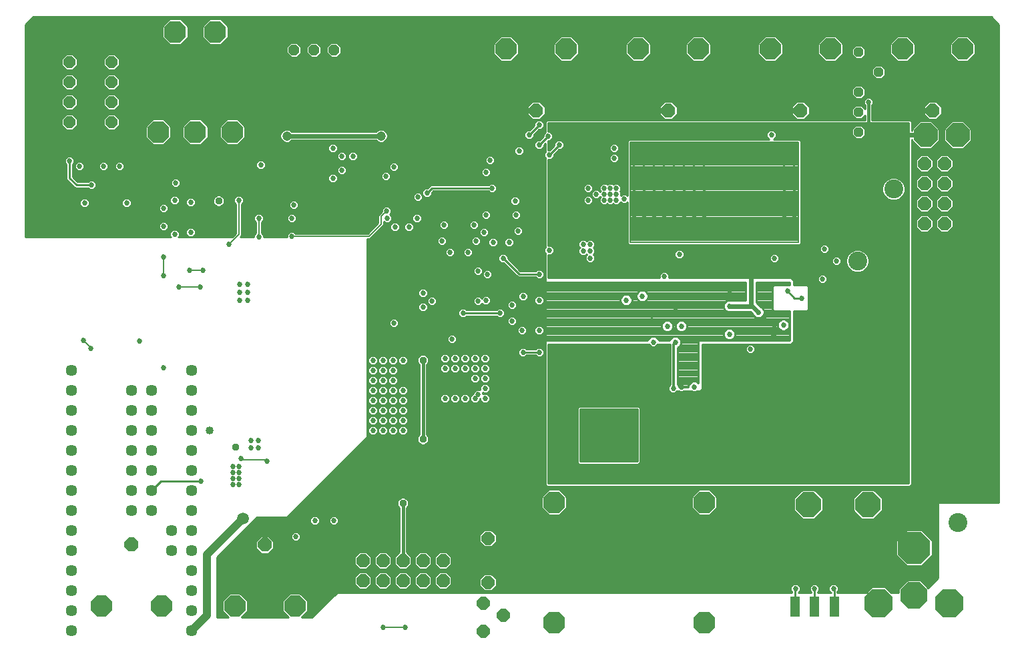
<source format=gbl>
G75*
%MOIN*%
%OFA0B0*%
%FSLAX24Y24*%
%IPPOS*%
%LPD*%
%AMOC8*
5,1,8,0,0,1.08239X$1,22.5*
%
%ADD10R,0.0472X0.0984*%
%ADD11OC8,0.1065*%
%ADD12OC8,0.0700*%
%ADD13OC8,0.0660*%
%ADD14OC8,0.0531*%
%ADD15OC8,0.1095*%
%ADD16OC8,0.1620*%
%ADD17OC8,0.1325*%
%ADD18OC8,0.1424*%
%ADD19OC8,0.0600*%
%ADD20OC8,0.0472*%
%ADD21C,0.0570*%
%ADD22C,0.0100*%
%ADD23C,0.0270*%
%ADD24C,0.0070*%
%ADD25C,0.0472*%
%ADD26C,0.0240*%
%ADD27C,0.0110*%
%ADD28C,0.0376*%
%ADD29C,0.0945*%
%ADD30OC8,0.1181*%
%ADD31OC8,0.0650*%
%ADD32C,0.0400*%
%ADD33C,0.0160*%
%ADD34OC8,0.1266*%
%ADD35C,0.0120*%
%ADD36C,0.0591*%
%ADD37C,0.0400*%
D10*
X045809Y007778D03*
X046793Y007778D03*
X047778Y007778D03*
D11*
X020843Y007805D03*
X017843Y007805D03*
X014193Y007805D03*
X011193Y007805D03*
X031393Y035635D03*
X034393Y035635D03*
X037993Y035635D03*
X040993Y035635D03*
X044593Y035635D03*
X047593Y035635D03*
X051193Y035635D03*
X054193Y035635D03*
D12*
X052693Y032565D03*
X046093Y032565D03*
X039493Y032565D03*
X032893Y032565D03*
X019343Y010875D03*
X012693Y010875D03*
D13*
X024243Y010095D03*
X024243Y009095D03*
X025243Y009095D03*
X026243Y009095D03*
X026243Y010095D03*
X025243Y010095D03*
X027243Y010095D03*
X027243Y009095D03*
X028243Y009095D03*
X028243Y010095D03*
X052282Y026918D03*
X053282Y026918D03*
X053282Y027918D03*
X052282Y027918D03*
X052282Y028918D03*
X053282Y028918D03*
X053282Y029918D03*
X052282Y029918D03*
D14*
X022793Y035595D03*
X021793Y035595D03*
X020793Y035595D03*
D15*
X016873Y036495D03*
X014873Y036495D03*
X014023Y031495D03*
X015873Y031495D03*
X017723Y031495D03*
X033793Y012995D03*
X033793Y006995D03*
X041293Y006995D03*
X041293Y012995D03*
D16*
X051770Y010719D03*
D17*
X051770Y008357D03*
D18*
X053541Y007965D03*
X049998Y007965D03*
D19*
X011693Y031995D03*
X011693Y032995D03*
X011693Y033995D03*
X011693Y034995D03*
X009593Y034995D03*
X009593Y033995D03*
X009593Y032995D03*
X009593Y031995D03*
D20*
X049003Y031495D03*
X049003Y032495D03*
X049003Y033495D03*
X050003Y034495D03*
X049003Y035495D03*
D21*
X009693Y006595D03*
X009693Y007595D03*
X009693Y008595D03*
X009693Y009595D03*
X009693Y010595D03*
X009693Y011595D03*
X009693Y012595D03*
X009693Y013595D03*
X009693Y014595D03*
X009693Y015595D03*
X009693Y016595D03*
X009693Y017595D03*
X009693Y018595D03*
X009693Y019595D03*
X012693Y018595D03*
X013693Y018595D03*
X013693Y017595D03*
X012693Y017595D03*
X012693Y016595D03*
X013693Y016595D03*
X013693Y015595D03*
X012693Y015595D03*
X012693Y014595D03*
X013693Y014595D03*
X013693Y013595D03*
X012693Y013595D03*
X012693Y012595D03*
X013693Y012595D03*
X014693Y011595D03*
X014693Y010595D03*
X015693Y010595D03*
X015693Y009595D03*
X015693Y008595D03*
X015693Y007595D03*
X015693Y006595D03*
X015693Y011595D03*
X015693Y012595D03*
X015693Y013595D03*
X015693Y014595D03*
X015693Y015595D03*
X015693Y016595D03*
X015693Y017595D03*
X015693Y018595D03*
X015693Y019595D03*
D22*
X016143Y014045D02*
X014143Y014045D01*
X013693Y013595D01*
X017126Y010428D02*
X019154Y010428D01*
X019157Y010425D02*
X019530Y010425D01*
X019793Y010689D01*
X019793Y011061D01*
X019530Y011325D01*
X019157Y011325D01*
X018893Y011061D01*
X018893Y010689D01*
X019157Y010425D01*
X019056Y010526D02*
X017224Y010526D01*
X017323Y010625D02*
X018957Y010625D01*
X018893Y010723D02*
X017421Y010723D01*
X017520Y010822D02*
X018893Y010822D01*
X018893Y010920D02*
X017618Y010920D01*
X017717Y011019D02*
X018893Y011019D01*
X018949Y011117D02*
X017815Y011117D01*
X017914Y011216D02*
X019047Y011216D01*
X019146Y011314D02*
X018012Y011314D01*
X018111Y011413D02*
X020678Y011413D01*
X020658Y011392D02*
X020658Y011198D01*
X020796Y011060D01*
X020991Y011060D01*
X021128Y011198D01*
X021128Y011392D01*
X020991Y011530D01*
X020796Y011530D01*
X020658Y011392D01*
X020658Y011314D02*
X019541Y011314D01*
X019639Y011216D02*
X020658Y011216D01*
X020739Y011117D02*
X019738Y011117D01*
X019793Y011019D02*
X026063Y011019D01*
X026063Y011117D02*
X021048Y011117D01*
X021128Y011216D02*
X026063Y011216D01*
X026063Y011314D02*
X021128Y011314D01*
X021108Y011413D02*
X026063Y011413D01*
X026063Y011511D02*
X021010Y011511D01*
X020777Y011511D02*
X018209Y011511D01*
X018308Y011610D02*
X026063Y011610D01*
X026063Y011708D02*
X018406Y011708D01*
X018505Y011807D02*
X026063Y011807D01*
X026063Y011905D02*
X022936Y011905D01*
X022891Y011860D02*
X023028Y011998D01*
X023028Y012192D01*
X022891Y012330D01*
X022696Y012330D01*
X022558Y012192D01*
X022558Y011998D01*
X022696Y011860D01*
X022891Y011860D01*
X023028Y012004D02*
X026063Y012004D01*
X026063Y012102D02*
X023028Y012102D01*
X023020Y012201D02*
X026063Y012201D01*
X026063Y012299D02*
X022922Y012299D01*
X022665Y012299D02*
X021972Y012299D01*
X021941Y012330D02*
X022078Y012192D01*
X022078Y011998D01*
X021941Y011860D01*
X021746Y011860D01*
X021608Y011998D01*
X021608Y012192D01*
X021746Y012330D01*
X021941Y012330D01*
X022070Y012201D02*
X022566Y012201D01*
X022558Y012102D02*
X022078Y012102D01*
X022078Y012004D02*
X022558Y012004D01*
X022651Y011905D02*
X021986Y011905D01*
X021701Y011905D02*
X018603Y011905D01*
X018702Y012004D02*
X021608Y012004D01*
X021608Y012102D02*
X018800Y012102D01*
X018899Y012201D02*
X021616Y012201D01*
X021715Y012299D02*
X020497Y012299D01*
X020443Y012245D02*
X024443Y016245D01*
X024443Y026160D01*
X024599Y026160D01*
X024678Y026239D01*
X025199Y026760D01*
X025278Y026839D01*
X025278Y027028D01*
X025346Y026960D01*
X025541Y026960D01*
X025678Y027098D01*
X025678Y027292D01*
X025588Y027382D01*
X025653Y027448D01*
X025653Y027642D01*
X025516Y027780D01*
X025321Y027780D01*
X025183Y027642D01*
X025183Y027501D01*
X025008Y027326D01*
X025008Y026951D01*
X024487Y026430D01*
X020891Y026430D01*
X020791Y026530D01*
X020596Y026530D01*
X020458Y026392D01*
X020458Y026245D01*
X019278Y026245D01*
X019278Y026342D01*
X019178Y026442D01*
X019178Y026998D01*
X019278Y027098D01*
X019278Y027292D01*
X019141Y027430D01*
X018946Y027430D01*
X018808Y027292D01*
X018808Y027098D01*
X018908Y026998D01*
X018908Y026442D01*
X018808Y026342D01*
X018808Y026245D01*
X018109Y026245D01*
X018178Y026314D01*
X018178Y027898D01*
X018278Y027998D01*
X018278Y028192D01*
X018141Y028330D01*
X017946Y028330D01*
X017808Y028192D01*
X017808Y027998D01*
X017908Y027898D01*
X017908Y026426D01*
X017727Y026245D01*
X015026Y026245D01*
X015078Y026298D01*
X015078Y026492D01*
X014941Y026630D01*
X014746Y026630D01*
X014608Y026492D01*
X014608Y026298D01*
X014661Y026245D01*
X007393Y026245D01*
X007393Y036862D01*
X007776Y037245D01*
X055610Y037245D01*
X055993Y036862D01*
X055993Y012995D01*
X052943Y012995D01*
X052943Y009202D01*
X052473Y008732D01*
X052086Y009120D01*
X051454Y009120D01*
X051007Y008673D01*
X051007Y008495D01*
X050616Y008495D01*
X050334Y008777D01*
X049662Y008777D01*
X049380Y008495D01*
X047933Y008495D01*
X047933Y008552D01*
X047978Y008598D01*
X047978Y008792D01*
X047841Y008930D01*
X047646Y008930D01*
X047508Y008792D01*
X047508Y008598D01*
X047611Y008495D01*
X046948Y008495D01*
X046948Y008518D01*
X047028Y008598D01*
X047028Y008792D01*
X046891Y008930D01*
X046696Y008930D01*
X046558Y008792D01*
X046558Y008598D01*
X046638Y008518D01*
X046638Y008495D01*
X045976Y008495D01*
X046078Y008598D01*
X046078Y008792D01*
X045941Y008930D01*
X045746Y008930D01*
X045608Y008792D01*
X045608Y008598D01*
X045654Y008552D01*
X045654Y008495D01*
X022943Y008495D01*
X021693Y007245D01*
X021178Y007245D01*
X021476Y007543D01*
X021476Y008067D01*
X021105Y008437D01*
X020581Y008437D01*
X020211Y008067D01*
X020211Y007543D01*
X020509Y007245D01*
X018178Y007245D01*
X018476Y007543D01*
X018476Y008067D01*
X018105Y008437D01*
X017581Y008437D01*
X017211Y008067D01*
X017211Y007543D01*
X017509Y007245D01*
X016943Y007245D01*
X016943Y010245D01*
X018943Y012245D01*
X020443Y012245D01*
X020596Y012398D02*
X026063Y012398D01*
X026063Y012496D02*
X020694Y012496D01*
X020793Y012595D02*
X026063Y012595D01*
X026063Y012693D02*
X020891Y012693D01*
X020990Y012792D02*
X025995Y012792D01*
X025999Y012782D02*
X026063Y012718D01*
X026063Y010523D01*
X025813Y010273D01*
X025813Y009917D01*
X026065Y009665D01*
X026421Y009665D01*
X026673Y009917D01*
X026673Y010273D01*
X026423Y010523D01*
X026423Y012718D01*
X026488Y012782D01*
X026531Y012888D01*
X026531Y013002D01*
X026488Y013108D01*
X026407Y013189D01*
X026301Y013233D01*
X026186Y013233D01*
X026080Y013189D01*
X025999Y013108D01*
X025955Y013002D01*
X025955Y012888D01*
X025999Y012782D01*
X025955Y012890D02*
X021088Y012890D01*
X021187Y012989D02*
X025955Y012989D01*
X025990Y013087D02*
X021285Y013087D01*
X021384Y013186D02*
X026076Y013186D01*
X026410Y013186D02*
X033146Y013186D01*
X033146Y013263D02*
X033146Y012727D01*
X033525Y012348D01*
X034062Y012348D01*
X034441Y012727D01*
X034441Y013263D01*
X034062Y013642D01*
X033525Y013642D01*
X033146Y013263D01*
X033167Y013284D02*
X021482Y013284D01*
X021581Y013383D02*
X033265Y013383D01*
X033364Y013481D02*
X021679Y013481D01*
X021778Y013580D02*
X033462Y013580D01*
X033431Y013795D02*
X051555Y013795D01*
X051643Y013883D01*
X051643Y031125D01*
X051653Y031125D01*
X051653Y031059D01*
X052057Y030654D01*
X052629Y030654D01*
X053034Y031059D01*
X053034Y031631D01*
X052629Y032036D01*
X052057Y032036D01*
X051653Y031631D01*
X051653Y031565D01*
X051643Y031565D01*
X051643Y032007D01*
X051555Y032095D01*
X049673Y032095D01*
X049673Y032843D01*
X049728Y032898D01*
X049728Y033092D01*
X049591Y033230D01*
X049396Y033230D01*
X049258Y033092D01*
X049258Y032898D01*
X049313Y032843D01*
X049313Y032660D01*
X049143Y032831D01*
X048864Y032831D01*
X048667Y032634D01*
X048667Y032356D01*
X048864Y032159D01*
X049143Y032159D01*
X049313Y032330D01*
X049313Y032095D01*
X033431Y032095D01*
X033343Y032007D01*
X033343Y031477D01*
X033258Y031392D01*
X033258Y031279D01*
X033059Y031080D01*
X032946Y031080D01*
X032808Y030942D01*
X032808Y030748D01*
X032946Y030610D01*
X033141Y030610D01*
X033278Y030748D01*
X033278Y030861D01*
X033343Y030926D01*
X033343Y030477D01*
X033308Y030442D01*
X033308Y030248D01*
X033343Y030213D01*
X033343Y025727D01*
X033308Y025692D01*
X033308Y025498D01*
X029728Y025498D01*
X029728Y025592D02*
X029728Y025398D01*
X029591Y025260D01*
X029396Y025260D01*
X029258Y025398D01*
X029258Y025592D01*
X029396Y025730D01*
X029591Y025730D01*
X029728Y025592D01*
X029724Y025597D02*
X033308Y025597D01*
X033311Y025695D02*
X029626Y025695D01*
X029796Y025810D02*
X029991Y025810D01*
X030128Y025948D01*
X030128Y026142D01*
X029991Y026280D01*
X029796Y026280D01*
X029658Y026142D01*
X029658Y025948D01*
X029796Y025810D01*
X029714Y025892D02*
X028373Y025892D01*
X028428Y025948D02*
X028291Y025810D01*
X028096Y025810D01*
X027958Y025948D01*
X027958Y026142D01*
X028096Y026280D01*
X028291Y026280D01*
X028428Y026142D01*
X028428Y025948D01*
X028428Y025991D02*
X029658Y025991D01*
X029658Y026089D02*
X028428Y026089D01*
X028383Y026188D02*
X029704Y026188D01*
X030083Y026188D02*
X030604Y026188D01*
X030646Y026230D02*
X030508Y026092D01*
X030508Y025898D01*
X030646Y025760D01*
X030841Y025760D01*
X030978Y025898D01*
X030978Y026092D01*
X030841Y026230D01*
X030646Y026230D01*
X030508Y026089D02*
X030128Y026089D01*
X030128Y025991D02*
X030508Y025991D01*
X030514Y025892D02*
X030073Y025892D01*
X030196Y026260D02*
X030391Y026260D01*
X030528Y026398D01*
X030528Y026592D01*
X030391Y026730D01*
X030196Y026730D01*
X030058Y026592D01*
X030058Y026398D01*
X030196Y026260D01*
X030170Y026286D02*
X024725Y026286D01*
X024627Y026188D02*
X028004Y026188D01*
X027958Y026089D02*
X024443Y026089D01*
X024443Y025991D02*
X027958Y025991D01*
X028014Y025892D02*
X024443Y025892D01*
X024443Y025794D02*
X030612Y025794D01*
X030874Y025794D02*
X031412Y025794D01*
X031446Y025760D02*
X031641Y025760D01*
X031778Y025898D01*
X031778Y026092D01*
X031641Y026230D01*
X031446Y026230D01*
X031308Y026092D01*
X031308Y025898D01*
X031446Y025760D01*
X031314Y025892D02*
X030973Y025892D01*
X030978Y025991D02*
X031308Y025991D01*
X031308Y026089D02*
X030978Y026089D01*
X030883Y026188D02*
X031404Y026188D01*
X031683Y026188D02*
X033343Y026188D01*
X033343Y026286D02*
X030417Y026286D01*
X030515Y026385D02*
X031821Y026385D01*
X031758Y026448D02*
X031896Y026310D01*
X032091Y026310D01*
X032228Y026448D01*
X032228Y026642D01*
X032091Y026780D01*
X031896Y026780D01*
X031758Y026642D01*
X031758Y026448D01*
X031758Y026483D02*
X030528Y026483D01*
X030528Y026582D02*
X031758Y026582D01*
X031796Y026680D02*
X030441Y026680D01*
X030146Y026680D02*
X029961Y026680D01*
X030028Y026748D02*
X029891Y026610D01*
X029696Y026610D01*
X029558Y026748D01*
X029558Y026942D01*
X029696Y027080D01*
X029891Y027080D01*
X030028Y026942D01*
X030028Y026748D01*
X030028Y026779D02*
X031895Y026779D01*
X032092Y026779D02*
X033343Y026779D01*
X033343Y026877D02*
X030028Y026877D01*
X029995Y026976D02*
X033343Y026976D01*
X033343Y027074D02*
X029897Y027074D01*
X029690Y027074D02*
X028397Y027074D01*
X028391Y027080D02*
X028196Y027080D01*
X028058Y026942D01*
X028058Y026748D01*
X028196Y026610D01*
X028391Y026610D01*
X028528Y026748D01*
X028528Y026942D01*
X028391Y027080D01*
X028495Y026976D02*
X029592Y026976D01*
X029558Y026877D02*
X028528Y026877D01*
X028528Y026779D02*
X029558Y026779D01*
X029626Y026680D02*
X028461Y026680D01*
X028126Y026680D02*
X026778Y026680D01*
X026778Y026648D02*
X026641Y026510D01*
X026446Y026510D01*
X026308Y026648D01*
X026308Y026842D01*
X026446Y026980D01*
X026641Y026980D01*
X026778Y026842D01*
X026778Y026648D01*
X026712Y026582D02*
X030058Y026582D01*
X030058Y026483D02*
X024922Y026483D01*
X024824Y026385D02*
X030071Y026385D01*
X029361Y025695D02*
X028726Y025695D01*
X028691Y025730D02*
X028496Y025730D01*
X028358Y025592D01*
X028358Y025398D01*
X028496Y025260D01*
X028691Y025260D01*
X028828Y025398D01*
X028828Y025592D01*
X028691Y025730D01*
X028824Y025597D02*
X029263Y025597D01*
X029258Y025498D02*
X028828Y025498D01*
X028828Y025400D02*
X029258Y025400D01*
X029355Y025301D02*
X028732Y025301D01*
X028455Y025301D02*
X024443Y025301D01*
X024443Y025203D02*
X031008Y025203D01*
X031008Y025292D02*
X031008Y025098D01*
X031146Y024960D01*
X031259Y024960D01*
X031979Y024240D01*
X032866Y024240D01*
X032946Y024160D01*
X033141Y024160D01*
X033278Y024298D01*
X033278Y024492D01*
X033141Y024630D01*
X032946Y024630D01*
X032866Y024550D01*
X032108Y024550D01*
X031478Y025179D01*
X031478Y025292D01*
X031341Y025430D01*
X031146Y025430D01*
X031008Y025292D01*
X031017Y025301D02*
X029632Y025301D01*
X029728Y025400D02*
X031116Y025400D01*
X031371Y025400D02*
X033343Y025400D01*
X033343Y025463D02*
X033343Y013883D01*
X033431Y013795D01*
X033351Y013875D02*
X022073Y013875D01*
X021975Y013777D02*
X055993Y013777D01*
X055993Y013875D02*
X051635Y013875D01*
X051643Y013974D02*
X055993Y013974D01*
X055993Y014072D02*
X051643Y014072D01*
X051643Y014171D02*
X055993Y014171D01*
X055993Y014269D02*
X051643Y014269D01*
X051643Y014368D02*
X055993Y014368D01*
X055993Y014466D02*
X051643Y014466D01*
X051643Y014565D02*
X055993Y014565D01*
X055993Y014663D02*
X051643Y014663D01*
X051643Y014762D02*
X055993Y014762D01*
X055993Y014860D02*
X051643Y014860D01*
X051643Y014959D02*
X055993Y014959D01*
X055993Y015057D02*
X051643Y015057D01*
X051643Y015156D02*
X055993Y015156D01*
X055993Y015254D02*
X051643Y015254D01*
X051643Y015353D02*
X055993Y015353D01*
X055993Y015451D02*
X051643Y015451D01*
X051643Y015550D02*
X055993Y015550D01*
X055993Y015648D02*
X051643Y015648D01*
X051643Y015747D02*
X055993Y015747D01*
X055993Y015845D02*
X051643Y015845D01*
X051643Y015944D02*
X055993Y015944D01*
X055993Y016042D02*
X051643Y016042D01*
X051643Y016141D02*
X055993Y016141D01*
X055993Y016239D02*
X051643Y016239D01*
X051643Y016338D02*
X055993Y016338D01*
X055993Y016436D02*
X051643Y016436D01*
X051643Y016535D02*
X055993Y016535D01*
X055993Y016633D02*
X051643Y016633D01*
X051643Y016732D02*
X055993Y016732D01*
X055993Y016830D02*
X051643Y016830D01*
X051643Y016929D02*
X055993Y016929D01*
X055993Y017027D02*
X051643Y017027D01*
X051643Y017126D02*
X055993Y017126D01*
X055993Y017224D02*
X051643Y017224D01*
X051643Y017323D02*
X055993Y017323D01*
X055993Y017421D02*
X051643Y017421D01*
X051643Y017520D02*
X055993Y017520D01*
X055993Y017618D02*
X051643Y017618D01*
X051643Y017717D02*
X055993Y017717D01*
X055993Y017815D02*
X051643Y017815D01*
X051643Y017914D02*
X055993Y017914D01*
X055993Y018012D02*
X051643Y018012D01*
X051643Y018111D02*
X055993Y018111D01*
X055993Y018209D02*
X051643Y018209D01*
X051643Y018308D02*
X055993Y018308D01*
X055993Y018406D02*
X051643Y018406D01*
X051643Y018505D02*
X055993Y018505D01*
X055993Y018603D02*
X051643Y018603D01*
X051643Y018702D02*
X055993Y018702D01*
X055993Y018800D02*
X051643Y018800D01*
X051643Y018899D02*
X055993Y018899D01*
X055993Y018997D02*
X051643Y018997D01*
X051643Y019096D02*
X055993Y019096D01*
X055993Y019194D02*
X051643Y019194D01*
X051643Y019293D02*
X055993Y019293D01*
X055993Y019391D02*
X051643Y019391D01*
X051643Y019490D02*
X055993Y019490D01*
X055993Y019588D02*
X051643Y019588D01*
X051643Y019687D02*
X055993Y019687D01*
X055993Y019785D02*
X051643Y019785D01*
X051643Y019884D02*
X055993Y019884D01*
X055993Y019982D02*
X051643Y019982D01*
X051643Y020081D02*
X055993Y020081D01*
X055993Y020179D02*
X051643Y020179D01*
X051643Y020278D02*
X055993Y020278D01*
X055993Y020376D02*
X051643Y020376D01*
X051643Y020475D02*
X055993Y020475D01*
X055993Y020573D02*
X051643Y020573D01*
X051643Y020672D02*
X055993Y020672D01*
X055993Y020770D02*
X051643Y020770D01*
X051643Y020869D02*
X055993Y020869D01*
X055993Y020967D02*
X051643Y020967D01*
X051643Y021066D02*
X055993Y021066D01*
X055993Y021164D02*
X051643Y021164D01*
X051643Y021263D02*
X055993Y021263D01*
X055993Y021361D02*
X051643Y021361D01*
X051643Y021460D02*
X055993Y021460D01*
X055993Y021558D02*
X051643Y021558D01*
X051643Y021657D02*
X055993Y021657D01*
X055993Y021755D02*
X051643Y021755D01*
X051643Y021854D02*
X055993Y021854D01*
X055993Y021952D02*
X051643Y021952D01*
X051643Y022051D02*
X055993Y022051D01*
X055993Y022149D02*
X051643Y022149D01*
X051643Y022248D02*
X055993Y022248D01*
X055993Y022346D02*
X051643Y022346D01*
X051643Y022445D02*
X055993Y022445D01*
X055993Y022543D02*
X051643Y022543D01*
X051643Y022642D02*
X055993Y022642D01*
X055993Y022740D02*
X051643Y022740D01*
X051643Y022839D02*
X055993Y022839D01*
X055993Y022937D02*
X051643Y022937D01*
X051643Y023036D02*
X055993Y023036D01*
X055993Y023134D02*
X051643Y023134D01*
X051643Y023233D02*
X055993Y023233D01*
X055993Y023331D02*
X051643Y023331D01*
X051643Y023430D02*
X055993Y023430D01*
X055993Y023528D02*
X051643Y023528D01*
X051643Y023627D02*
X055993Y023627D01*
X055993Y023725D02*
X051643Y023725D01*
X051643Y023824D02*
X055993Y023824D01*
X055993Y023922D02*
X051643Y023922D01*
X051643Y024021D02*
X055993Y024021D01*
X055993Y024119D02*
X051643Y024119D01*
X051643Y024218D02*
X055993Y024218D01*
X055993Y024316D02*
X051643Y024316D01*
X051643Y024415D02*
X055993Y024415D01*
X055993Y024513D02*
X051643Y024513D01*
X051643Y024612D02*
X055993Y024612D01*
X055993Y024710D02*
X051643Y024710D01*
X051643Y024809D02*
X055993Y024809D01*
X055993Y024907D02*
X051643Y024907D01*
X051643Y025006D02*
X055993Y025006D01*
X055993Y025104D02*
X051643Y025104D01*
X051643Y025203D02*
X055993Y025203D01*
X055993Y025301D02*
X051643Y025301D01*
X051643Y025400D02*
X055993Y025400D01*
X055993Y025498D02*
X051643Y025498D01*
X051643Y025597D02*
X055993Y025597D01*
X055993Y025695D02*
X051643Y025695D01*
X051643Y025794D02*
X055993Y025794D01*
X055993Y025892D02*
X051643Y025892D01*
X051643Y025991D02*
X055993Y025991D01*
X055993Y026089D02*
X051643Y026089D01*
X051643Y026188D02*
X055993Y026188D01*
X055993Y026286D02*
X051643Y026286D01*
X051643Y026385D02*
X055993Y026385D01*
X055993Y026483D02*
X051643Y026483D01*
X051643Y026582D02*
X052010Y026582D01*
X052104Y026488D02*
X051852Y026740D01*
X051852Y027096D01*
X052104Y027348D01*
X052460Y027348D01*
X052712Y027096D01*
X052712Y026740D01*
X052460Y026488D01*
X052104Y026488D01*
X051912Y026680D02*
X051643Y026680D01*
X051643Y026779D02*
X051852Y026779D01*
X051852Y026877D02*
X051643Y026877D01*
X051643Y026976D02*
X051852Y026976D01*
X051852Y027074D02*
X051643Y027074D01*
X051643Y027173D02*
X051929Y027173D01*
X052027Y027271D02*
X051643Y027271D01*
X051643Y027370D02*
X055993Y027370D01*
X055993Y027468D02*
X051643Y027468D01*
X051643Y027567D02*
X052025Y027567D01*
X052104Y027488D02*
X052460Y027488D01*
X052712Y027740D01*
X052712Y028096D01*
X052460Y028348D01*
X052104Y028348D01*
X051852Y028096D01*
X051852Y027740D01*
X052104Y027488D01*
X051927Y027665D02*
X051643Y027665D01*
X051643Y027764D02*
X051852Y027764D01*
X051852Y027862D02*
X051643Y027862D01*
X051643Y027961D02*
X051852Y027961D01*
X051852Y028059D02*
X051643Y028059D01*
X051643Y028158D02*
X051914Y028158D01*
X052012Y028256D02*
X051643Y028256D01*
X051643Y028355D02*
X055993Y028355D01*
X055993Y028453D02*
X051643Y028453D01*
X051643Y028552D02*
X052040Y028552D01*
X052104Y028488D02*
X052460Y028488D01*
X052712Y028740D01*
X052712Y029096D01*
X052460Y029348D01*
X052104Y029348D01*
X051852Y029096D01*
X051852Y028740D01*
X052104Y028488D01*
X051942Y028650D02*
X051643Y028650D01*
X051643Y028749D02*
X051852Y028749D01*
X051852Y028847D02*
X051643Y028847D01*
X051643Y028946D02*
X051852Y028946D01*
X051852Y029044D02*
X051643Y029044D01*
X051643Y029143D02*
X051899Y029143D01*
X051997Y029241D02*
X051643Y029241D01*
X051643Y029340D02*
X052096Y029340D01*
X052104Y029488D02*
X052460Y029488D01*
X052712Y029740D01*
X052712Y030096D01*
X052460Y030348D01*
X052104Y030348D01*
X051852Y030096D01*
X051852Y029740D01*
X052104Y029488D01*
X052055Y029537D02*
X051643Y029537D01*
X051643Y029635D02*
X051957Y029635D01*
X051858Y029734D02*
X051643Y029734D01*
X051643Y029832D02*
X051852Y029832D01*
X051852Y029931D02*
X051643Y029931D01*
X051643Y030029D02*
X051852Y030029D01*
X051884Y030128D02*
X051643Y030128D01*
X051643Y030226D02*
X051982Y030226D01*
X052081Y030325D02*
X051643Y030325D01*
X051643Y030423D02*
X055993Y030423D01*
X055993Y030325D02*
X053484Y030325D01*
X053460Y030348D02*
X053712Y030096D01*
X053712Y029740D01*
X053460Y029488D01*
X053104Y029488D01*
X052852Y029740D01*
X052852Y030096D01*
X053104Y030348D01*
X053460Y030348D01*
X053582Y030226D02*
X055993Y030226D01*
X055993Y030128D02*
X053681Y030128D01*
X053712Y030029D02*
X055993Y030029D01*
X055993Y029931D02*
X053712Y029931D01*
X053712Y029832D02*
X055993Y029832D01*
X055993Y029734D02*
X053706Y029734D01*
X053608Y029635D02*
X055993Y029635D01*
X055993Y029537D02*
X053509Y029537D01*
X053460Y029348D02*
X053104Y029348D01*
X052852Y029096D01*
X052852Y028740D01*
X053104Y028488D01*
X053460Y028488D01*
X053712Y028740D01*
X053712Y029096D01*
X053460Y029348D01*
X053469Y029340D02*
X055993Y029340D01*
X055993Y029438D02*
X051643Y029438D01*
X051493Y029438D02*
X046128Y029438D01*
X046128Y029340D02*
X051493Y029340D01*
X051493Y029241D02*
X046128Y029241D01*
X046128Y029143D02*
X050449Y029143D01*
X050419Y029130D02*
X050258Y028969D01*
X050171Y028759D01*
X050171Y028531D01*
X050258Y028321D01*
X050419Y028160D01*
X050629Y028073D01*
X050857Y028073D01*
X051068Y028160D01*
X051229Y028321D01*
X051316Y028531D01*
X051316Y028759D01*
X051229Y028969D01*
X051068Y029130D01*
X050857Y029217D01*
X050629Y029217D01*
X050419Y029130D01*
X050333Y029044D02*
X046128Y029044D01*
X046128Y028946D02*
X050248Y028946D01*
X050207Y028847D02*
X046128Y028847D01*
X046128Y028749D02*
X050171Y028749D01*
X050171Y028650D02*
X046128Y028650D01*
X046128Y028552D02*
X050171Y028552D01*
X050203Y028453D02*
X046128Y028453D01*
X046128Y028355D02*
X050244Y028355D01*
X050323Y028256D02*
X046128Y028256D01*
X046128Y028158D02*
X050424Y028158D01*
X051062Y028158D02*
X051493Y028158D01*
X051493Y028256D02*
X051164Y028256D01*
X051243Y028355D02*
X051493Y028355D01*
X051493Y028453D02*
X051283Y028453D01*
X051316Y028552D02*
X051493Y028552D01*
X051493Y028650D02*
X051316Y028650D01*
X051316Y028749D02*
X051493Y028749D01*
X051493Y028847D02*
X051279Y028847D01*
X051238Y028946D02*
X051493Y028946D01*
X051493Y029044D02*
X051154Y029044D01*
X051038Y029143D02*
X051493Y029143D01*
X051493Y029537D02*
X046128Y029537D01*
X046128Y029635D02*
X051493Y029635D01*
X051493Y029734D02*
X046128Y029734D01*
X046128Y029832D02*
X051493Y029832D01*
X051493Y029931D02*
X046128Y029931D01*
X046128Y030029D02*
X051493Y030029D01*
X051493Y030128D02*
X046128Y030128D01*
X046128Y030226D02*
X051493Y030226D01*
X051493Y030325D02*
X046128Y030325D01*
X046128Y030423D02*
X051493Y030423D01*
X051493Y030522D02*
X046128Y030522D01*
X046128Y030620D02*
X051493Y030620D01*
X051493Y030719D02*
X046128Y030719D01*
X046128Y030817D02*
X051493Y030817D01*
X051493Y030916D02*
X046128Y030916D01*
X046128Y031014D02*
X051493Y031014D01*
X051493Y031113D02*
X046067Y031113D01*
X046049Y031130D02*
X044761Y031130D01*
X044878Y031248D01*
X044878Y031442D01*
X044741Y031580D01*
X044546Y031580D01*
X044408Y031442D01*
X044408Y031248D01*
X044526Y031130D01*
X037537Y031130D01*
X037458Y031051D01*
X037458Y028312D01*
X037391Y028380D01*
X037196Y028380D01*
X037128Y028312D01*
X037128Y028492D01*
X037076Y028545D01*
X037128Y028598D01*
X037128Y028792D01*
X036991Y028930D01*
X036796Y028930D01*
X036743Y028877D01*
X036691Y028930D01*
X036496Y028930D01*
X036443Y028877D01*
X036391Y028930D01*
X036196Y028930D01*
X036058Y028792D01*
X036058Y028598D01*
X036111Y028545D01*
X036093Y028527D01*
X035991Y028630D01*
X035796Y028630D01*
X035658Y028492D01*
X035658Y028298D01*
X035796Y028160D01*
X035991Y028160D01*
X036093Y028263D01*
X036111Y028245D01*
X036058Y028192D01*
X036058Y027998D01*
X036196Y027860D01*
X036391Y027860D01*
X036443Y027913D01*
X036496Y027860D01*
X036691Y027860D01*
X036743Y027913D01*
X036796Y027860D01*
X036991Y027860D01*
X037118Y027988D01*
X037196Y027910D01*
X037391Y027910D01*
X037458Y027978D01*
X037458Y025939D01*
X037537Y025860D01*
X046049Y025860D01*
X046128Y025939D01*
X046128Y031051D01*
X046049Y031130D01*
X045907Y032115D02*
X046280Y032115D01*
X046543Y032379D01*
X046543Y032751D01*
X046280Y033015D01*
X045907Y033015D01*
X045643Y032751D01*
X045643Y032379D01*
X045907Y032115D01*
X045826Y032196D02*
X039761Y032196D01*
X039680Y032115D02*
X039943Y032379D01*
X039943Y032751D01*
X039680Y033015D01*
X039307Y033015D01*
X039043Y032751D01*
X039043Y032379D01*
X039307Y032115D01*
X039680Y032115D01*
X039859Y032295D02*
X045727Y032295D01*
X045643Y032393D02*
X039943Y032393D01*
X039943Y032492D02*
X045643Y032492D01*
X045643Y032590D02*
X039943Y032590D01*
X039943Y032689D02*
X045643Y032689D01*
X045679Y032787D02*
X039908Y032787D01*
X039809Y032886D02*
X045777Y032886D01*
X045876Y032984D02*
X039711Y032984D01*
X039276Y032984D02*
X033111Y032984D01*
X033080Y033015D02*
X032707Y033015D01*
X032443Y032751D01*
X032443Y032379D01*
X032707Y032115D01*
X033080Y032115D01*
X033343Y032379D01*
X033343Y032751D01*
X033080Y033015D01*
X033209Y032886D02*
X039177Y032886D01*
X039079Y032787D02*
X033308Y032787D01*
X033343Y032689D02*
X039043Y032689D01*
X039043Y032590D02*
X033343Y032590D01*
X033343Y032492D02*
X039043Y032492D01*
X039043Y032393D02*
X033343Y032393D01*
X033259Y032295D02*
X039127Y032295D01*
X039226Y032196D02*
X033161Y032196D01*
X033141Y032080D02*
X032946Y032080D01*
X032808Y031942D01*
X032808Y031829D01*
X032559Y031580D01*
X032446Y031580D01*
X032308Y031442D01*
X032308Y031248D01*
X032446Y031110D01*
X032641Y031110D01*
X032778Y031248D01*
X032778Y031361D01*
X033028Y031610D01*
X033141Y031610D01*
X033278Y031748D01*
X033278Y031942D01*
X033141Y032080D01*
X033222Y031999D02*
X033343Y031999D01*
X033343Y031901D02*
X033278Y031901D01*
X033278Y031802D02*
X033343Y031802D01*
X033343Y031704D02*
X033234Y031704D01*
X033343Y031605D02*
X033023Y031605D01*
X032924Y031507D02*
X033343Y031507D01*
X033274Y031408D02*
X032826Y031408D01*
X032778Y031310D02*
X033258Y031310D01*
X033190Y031211D02*
X032742Y031211D01*
X032643Y031113D02*
X033092Y031113D01*
X032880Y031014D02*
X025338Y031014D01*
X025334Y031010D02*
X025428Y031105D01*
X025480Y031228D01*
X025480Y031362D01*
X025428Y031485D01*
X025334Y031580D01*
X025210Y031631D01*
X025076Y031631D01*
X024953Y031580D01*
X024888Y031515D01*
X020699Y031515D01*
X020634Y031580D01*
X020510Y031631D01*
X020376Y031631D01*
X020253Y031580D01*
X020158Y031485D01*
X020107Y031362D01*
X020107Y031228D01*
X020158Y031105D01*
X020253Y031010D01*
X020376Y030959D01*
X020510Y030959D01*
X020634Y031010D01*
X020699Y031075D01*
X024888Y031075D01*
X024953Y031010D01*
X025076Y030959D01*
X025210Y030959D01*
X025334Y031010D01*
X025432Y031113D02*
X032443Y031113D01*
X032345Y031211D02*
X025472Y031211D01*
X025480Y031310D02*
X032308Y031310D01*
X032308Y031408D02*
X025460Y031408D01*
X025407Y031507D02*
X032373Y031507D01*
X032584Y031605D02*
X025273Y031605D01*
X025013Y031605D02*
X020573Y031605D01*
X020313Y031605D02*
X018371Y031605D01*
X018371Y031507D02*
X020179Y031507D01*
X020126Y031408D02*
X018371Y031408D01*
X018371Y031310D02*
X020107Y031310D01*
X020114Y031211D02*
X018355Y031211D01*
X018371Y031227D02*
X017992Y030848D01*
X017455Y030848D01*
X017076Y031227D01*
X017076Y031763D01*
X017455Y032142D01*
X017992Y032142D01*
X018371Y031763D01*
X018371Y031227D01*
X018257Y031113D02*
X020155Y031113D01*
X020249Y031014D02*
X018158Y031014D01*
X018060Y030916D02*
X022632Y030916D01*
X022646Y030930D02*
X022508Y030792D01*
X022508Y030598D01*
X022646Y030460D01*
X022841Y030460D01*
X022978Y030598D01*
X022978Y030792D01*
X022841Y030930D01*
X022646Y030930D01*
X022533Y030817D02*
X007393Y030817D01*
X007393Y030719D02*
X022508Y030719D01*
X022508Y030620D02*
X007393Y030620D01*
X007393Y030522D02*
X022584Y030522D01*
X022902Y030522D02*
X023088Y030522D01*
X023096Y030530D02*
X022958Y030392D01*
X022958Y030198D01*
X023096Y030060D01*
X023291Y030060D01*
X023428Y030198D01*
X023428Y030392D01*
X023291Y030530D01*
X023096Y030530D01*
X022978Y030620D02*
X031808Y030620D01*
X031808Y030642D02*
X031808Y030448D01*
X031946Y030310D01*
X032141Y030310D01*
X032278Y030448D01*
X032278Y030642D01*
X032141Y030780D01*
X031946Y030780D01*
X031808Y030642D01*
X031885Y030719D02*
X022978Y030719D01*
X022954Y030817D02*
X032808Y030817D01*
X032808Y030916D02*
X022855Y030916D01*
X022989Y030423D02*
X007393Y030423D01*
X007393Y030325D02*
X022958Y030325D01*
X022958Y030226D02*
X009745Y030226D01*
X009691Y030280D02*
X009496Y030280D01*
X009358Y030142D01*
X009358Y029948D01*
X009438Y029868D01*
X009438Y029131D01*
X009879Y028690D01*
X010516Y028690D01*
X010596Y028610D01*
X010791Y028610D01*
X010928Y028748D01*
X010928Y028942D01*
X010791Y029080D01*
X010596Y029080D01*
X010516Y029000D01*
X010008Y029000D01*
X009748Y029259D01*
X009748Y029868D01*
X009828Y029948D01*
X009828Y030142D01*
X009691Y030280D01*
X009828Y030128D02*
X023028Y030128D01*
X023096Y029830D02*
X022958Y029692D01*
X022958Y029498D01*
X023096Y029360D01*
X023291Y029360D01*
X023428Y029498D01*
X023428Y029692D01*
X023291Y029830D01*
X023096Y029830D01*
X023000Y029734D02*
X019364Y029734D01*
X019378Y029748D02*
X019241Y029610D01*
X019046Y029610D01*
X018908Y029748D01*
X018908Y029942D01*
X019046Y030080D01*
X019241Y030080D01*
X019378Y029942D01*
X019378Y029748D01*
X019378Y029832D02*
X025558Y029832D01*
X025558Y029842D02*
X025558Y029648D01*
X025696Y029510D01*
X025891Y029510D01*
X026028Y029648D01*
X026028Y029842D01*
X025891Y029980D01*
X025696Y029980D01*
X025558Y029842D01*
X025558Y029734D02*
X023387Y029734D01*
X023428Y029635D02*
X025571Y029635D01*
X025491Y029530D02*
X025296Y029530D01*
X025158Y029392D01*
X025158Y029198D01*
X025296Y029060D01*
X025491Y029060D01*
X025628Y029198D01*
X025628Y029392D01*
X025491Y029530D01*
X025583Y029438D02*
X030158Y029438D01*
X030158Y029398D02*
X030296Y029260D01*
X030491Y029260D01*
X030628Y029398D01*
X030628Y029592D01*
X030491Y029730D01*
X030296Y029730D01*
X030158Y029592D01*
X030158Y029398D01*
X030216Y029340D02*
X025628Y029340D01*
X025628Y029241D02*
X033343Y029241D01*
X033343Y029143D02*
X025573Y029143D01*
X025213Y029143D02*
X022978Y029143D01*
X022978Y029098D02*
X022841Y028960D01*
X022646Y028960D01*
X022508Y029098D01*
X022508Y029292D01*
X022646Y029430D01*
X022841Y029430D01*
X022978Y029292D01*
X022978Y029098D01*
X022925Y029044D02*
X033343Y029044D01*
X033343Y028946D02*
X015128Y028946D01*
X015128Y029042D02*
X014991Y029180D01*
X014796Y029180D01*
X014658Y029042D01*
X014658Y028848D01*
X014796Y028710D01*
X014991Y028710D01*
X015128Y028848D01*
X015128Y029042D01*
X015127Y029044D02*
X022562Y029044D01*
X022508Y029143D02*
X015028Y029143D01*
X014759Y029143D02*
X009865Y029143D01*
X009766Y029241D02*
X022508Y029241D01*
X022556Y029340D02*
X009748Y029340D01*
X009748Y029438D02*
X023018Y029438D01*
X022958Y029537D02*
X009748Y029537D01*
X009748Y029635D02*
X009921Y029635D01*
X009858Y029698D02*
X009996Y029560D01*
X010191Y029560D01*
X010328Y029698D01*
X010328Y029892D01*
X010191Y030030D01*
X009996Y030030D01*
X009858Y029892D01*
X009858Y029698D01*
X009858Y029734D02*
X009748Y029734D01*
X009748Y029832D02*
X009858Y029832D01*
X009897Y029931D02*
X009811Y029931D01*
X009828Y030029D02*
X009995Y030029D01*
X010192Y030029D02*
X011195Y030029D01*
X011196Y030030D02*
X011058Y029892D01*
X011058Y029698D01*
X011196Y029560D01*
X011391Y029560D01*
X011528Y029698D01*
X011528Y029892D01*
X011391Y030030D01*
X011196Y030030D01*
X011097Y029931D02*
X010290Y029931D01*
X010328Y029832D02*
X011058Y029832D01*
X011058Y029734D02*
X010328Y029734D01*
X010266Y029635D02*
X011121Y029635D01*
X011466Y029635D02*
X011921Y029635D01*
X011858Y029698D02*
X011996Y029560D01*
X012191Y029560D01*
X012328Y029698D01*
X012328Y029892D01*
X012191Y030030D01*
X011996Y030030D01*
X011858Y029892D01*
X011858Y029698D01*
X011858Y029734D02*
X011528Y029734D01*
X011528Y029832D02*
X011858Y029832D01*
X011897Y029931D02*
X011490Y029931D01*
X011392Y030029D02*
X011995Y030029D01*
X012192Y030029D02*
X018995Y030029D01*
X018908Y029931D02*
X012290Y029931D01*
X012328Y029832D02*
X018908Y029832D01*
X018922Y029734D02*
X012328Y029734D01*
X012266Y029635D02*
X019021Y029635D01*
X019266Y029635D02*
X022958Y029635D01*
X022931Y029340D02*
X025158Y029340D01*
X025158Y029241D02*
X022978Y029241D01*
X023369Y029438D02*
X025204Y029438D01*
X025669Y029537D02*
X023428Y029537D01*
X023646Y030060D02*
X023508Y030198D01*
X023508Y030392D01*
X023646Y030530D01*
X023841Y030530D01*
X023978Y030392D01*
X023978Y030198D01*
X023841Y030060D01*
X023646Y030060D01*
X023578Y030128D02*
X023358Y030128D01*
X023428Y030226D02*
X023508Y030226D01*
X023508Y030325D02*
X023428Y030325D01*
X023398Y030423D02*
X023539Y030423D01*
X023638Y030522D02*
X023299Y030522D01*
X023849Y030522D02*
X031808Y030522D01*
X031833Y030423D02*
X023948Y030423D01*
X023978Y030325D02*
X030491Y030325D01*
X030496Y030330D02*
X030358Y030192D01*
X030358Y029998D01*
X030496Y029860D01*
X030691Y029860D01*
X030828Y029998D01*
X030828Y030192D01*
X030691Y030330D01*
X030496Y030330D01*
X030392Y030226D02*
X023978Y030226D01*
X023908Y030128D02*
X030358Y030128D01*
X030358Y030029D02*
X019292Y030029D01*
X019378Y029931D02*
X025647Y029931D01*
X025940Y029931D02*
X030425Y029931D01*
X030761Y029931D02*
X033343Y029931D01*
X033343Y030029D02*
X030828Y030029D01*
X030828Y030128D02*
X033343Y030128D01*
X033330Y030226D02*
X030795Y030226D01*
X030696Y030325D02*
X031931Y030325D01*
X032155Y030325D02*
X033308Y030325D01*
X033308Y030423D02*
X032254Y030423D01*
X032278Y030522D02*
X033343Y030522D01*
X033343Y030620D02*
X033151Y030620D01*
X033249Y030719D02*
X033343Y030719D01*
X033343Y030817D02*
X033278Y030817D01*
X033333Y030916D02*
X033343Y030916D01*
X033493Y030916D02*
X033808Y030916D01*
X033808Y030942D02*
X033808Y030829D01*
X033559Y030580D01*
X033493Y030580D01*
X033493Y031060D01*
X033591Y031060D01*
X033728Y031198D01*
X033728Y031392D01*
X033591Y031530D01*
X033493Y031530D01*
X033493Y031945D01*
X051493Y031945D01*
X051493Y013945D01*
X033493Y013945D01*
X033493Y020890D01*
X038516Y020890D01*
X038646Y020760D01*
X038841Y020760D01*
X038971Y020890D01*
X039583Y020890D01*
X039583Y020829D01*
X039583Y018867D01*
X039508Y018792D01*
X039508Y018598D01*
X039646Y018460D01*
X039841Y018460D01*
X039921Y018540D01*
X040016Y018540D01*
X040046Y018510D01*
X040241Y018510D01*
X040271Y018540D01*
X040666Y018540D01*
X040696Y018510D01*
X040891Y018510D01*
X040921Y018540D01*
X041078Y018540D01*
X041198Y018660D01*
X041198Y020890D01*
X045628Y020890D01*
X045748Y021010D01*
X045748Y022545D01*
X046435Y022545D01*
X046493Y022604D01*
X046493Y023786D01*
X046435Y023845D01*
X045748Y023845D01*
X045748Y024080D01*
X045628Y024200D01*
X039528Y024200D01*
X039528Y024392D01*
X039391Y024530D01*
X039196Y024530D01*
X039058Y024392D01*
X039058Y024200D01*
X033493Y024200D01*
X033493Y025360D01*
X033641Y025360D01*
X033778Y025498D01*
X035008Y025498D01*
X035008Y025448D02*
X035146Y025310D01*
X035341Y025310D01*
X035418Y025388D01*
X035436Y025370D01*
X035358Y025292D01*
X035358Y025098D01*
X035496Y024960D01*
X035691Y024960D01*
X035828Y025098D01*
X035828Y025292D01*
X035751Y025370D01*
X035828Y025448D01*
X035828Y025642D01*
X035751Y025720D01*
X035828Y025798D01*
X035828Y025992D01*
X035691Y026130D01*
X035496Y026130D01*
X035418Y026052D01*
X035341Y026130D01*
X035146Y026130D01*
X035008Y025992D01*
X035008Y025798D01*
X035086Y025720D01*
X035008Y025642D01*
X035008Y025448D01*
X035056Y025400D02*
X033680Y025400D01*
X033778Y025498D02*
X033778Y025692D01*
X033641Y025830D01*
X033493Y025830D01*
X033493Y030110D01*
X033641Y030110D01*
X033778Y030248D01*
X033778Y030361D01*
X034028Y030610D01*
X034141Y030610D01*
X034278Y030748D01*
X034278Y030942D01*
X034141Y031080D01*
X033946Y031080D01*
X033808Y030942D01*
X033880Y031014D02*
X033493Y031014D01*
X033643Y031113D02*
X037520Y031113D01*
X037458Y031014D02*
X034207Y031014D01*
X034278Y030916D02*
X036682Y030916D01*
X036696Y030930D02*
X036558Y030792D01*
X036558Y030598D01*
X036696Y030460D01*
X036891Y030460D01*
X037028Y030598D01*
X037028Y030792D01*
X036891Y030930D01*
X036696Y030930D01*
X036583Y030817D02*
X034278Y030817D01*
X034249Y030719D02*
X036558Y030719D01*
X036558Y030620D02*
X034151Y030620D01*
X033939Y030522D02*
X036634Y030522D01*
X036696Y030430D02*
X036558Y030292D01*
X036558Y030098D01*
X036696Y029960D01*
X036891Y029960D01*
X037028Y030098D01*
X037028Y030292D01*
X036891Y030430D01*
X036696Y030430D01*
X036689Y030423D02*
X033841Y030423D01*
X033778Y030325D02*
X036591Y030325D01*
X036558Y030226D02*
X033757Y030226D01*
X033658Y030128D02*
X036558Y030128D01*
X036627Y030029D02*
X033493Y030029D01*
X033493Y029931D02*
X037458Y029931D01*
X037458Y030029D02*
X036960Y030029D01*
X037028Y030128D02*
X037458Y030128D01*
X037458Y030226D02*
X037028Y030226D01*
X036996Y030325D02*
X037458Y030325D01*
X037458Y030423D02*
X036898Y030423D01*
X036952Y030522D02*
X037458Y030522D01*
X037458Y030620D02*
X037028Y030620D01*
X037028Y030719D02*
X037458Y030719D01*
X037458Y030817D02*
X037004Y030817D01*
X036905Y030916D02*
X037458Y030916D01*
X037458Y029832D02*
X033493Y029832D01*
X033493Y029734D02*
X037458Y029734D01*
X037458Y029635D02*
X033493Y029635D01*
X033493Y029537D02*
X037458Y029537D01*
X037458Y029438D02*
X033493Y029438D01*
X033493Y029340D02*
X037458Y029340D01*
X037458Y029241D02*
X033493Y029241D01*
X033493Y029143D02*
X037458Y029143D01*
X037458Y029044D02*
X033493Y029044D01*
X033493Y028946D02*
X037458Y028946D01*
X037458Y028847D02*
X037074Y028847D01*
X037128Y028749D02*
X037458Y028749D01*
X037458Y028650D02*
X037128Y028650D01*
X037082Y028552D02*
X037458Y028552D01*
X037458Y028453D02*
X037128Y028453D01*
X037128Y028355D02*
X037171Y028355D01*
X037416Y028355D02*
X037458Y028355D01*
X037441Y027961D02*
X037458Y027961D01*
X037458Y027862D02*
X036993Y027862D01*
X037091Y027961D02*
X037145Y027961D01*
X036794Y027862D02*
X036693Y027862D01*
X036494Y027862D02*
X036393Y027862D01*
X036194Y027862D02*
X035593Y027862D01*
X035591Y027860D02*
X035728Y027998D01*
X035728Y028192D01*
X035591Y028330D01*
X035396Y028330D01*
X035258Y028192D01*
X035258Y027998D01*
X035396Y027860D01*
X035591Y027860D01*
X035691Y027961D02*
X036095Y027961D01*
X036058Y028059D02*
X035728Y028059D01*
X035728Y028158D02*
X036058Y028158D01*
X036087Y028256D02*
X036100Y028256D01*
X036104Y028552D02*
X036069Y028552D01*
X036058Y028650D02*
X035728Y028650D01*
X035728Y028598D02*
X035591Y028460D01*
X035396Y028460D01*
X035258Y028598D01*
X035258Y028792D01*
X035396Y028930D01*
X035591Y028930D01*
X035728Y028792D01*
X035728Y028598D01*
X035718Y028552D02*
X035682Y028552D01*
X035658Y028453D02*
X033493Y028453D01*
X033493Y028355D02*
X035658Y028355D01*
X035665Y028256D02*
X035700Y028256D01*
X035322Y028256D02*
X033493Y028256D01*
X033493Y028158D02*
X035258Y028158D01*
X035258Y028059D02*
X033493Y028059D01*
X033493Y027961D02*
X035295Y027961D01*
X035394Y027862D02*
X033493Y027862D01*
X033493Y027764D02*
X037458Y027764D01*
X037458Y027665D02*
X033493Y027665D01*
X033493Y027567D02*
X037458Y027567D01*
X037458Y027468D02*
X033493Y027468D01*
X033493Y027370D02*
X037458Y027370D01*
X037458Y027271D02*
X033493Y027271D01*
X033493Y027173D02*
X037458Y027173D01*
X037458Y027074D02*
X033493Y027074D01*
X033493Y026976D02*
X037458Y026976D01*
X037458Y026877D02*
X033493Y026877D01*
X033493Y026779D02*
X037458Y026779D01*
X037458Y026680D02*
X033493Y026680D01*
X033493Y026582D02*
X037458Y026582D01*
X037458Y026483D02*
X033493Y026483D01*
X033493Y026385D02*
X037458Y026385D01*
X037458Y026286D02*
X033493Y026286D01*
X033493Y026188D02*
X037458Y026188D01*
X037458Y026089D02*
X035732Y026089D01*
X035828Y025991D02*
X037458Y025991D01*
X037505Y025892D02*
X035828Y025892D01*
X035824Y025794D02*
X047110Y025794D01*
X047058Y025742D02*
X047058Y025548D01*
X047196Y025410D01*
X047391Y025410D01*
X047528Y025548D01*
X047528Y025742D01*
X047391Y025880D01*
X047196Y025880D01*
X047058Y025742D01*
X047058Y025695D02*
X035776Y025695D01*
X035828Y025597D02*
X039913Y025597D01*
X039946Y025630D02*
X039808Y025492D01*
X039808Y025298D01*
X039946Y025160D01*
X040141Y025160D01*
X040278Y025298D01*
X040278Y025492D01*
X040141Y025630D01*
X039946Y025630D01*
X039814Y025498D02*
X035828Y025498D01*
X035780Y025400D02*
X039808Y025400D01*
X039808Y025301D02*
X035820Y025301D01*
X035828Y025203D02*
X039903Y025203D01*
X040183Y025203D02*
X044558Y025203D01*
X044558Y025292D02*
X044558Y025098D01*
X044696Y024960D01*
X044891Y024960D01*
X045028Y025098D01*
X045028Y025292D01*
X044891Y025430D01*
X044696Y025430D01*
X044558Y025292D01*
X044567Y025301D02*
X040278Y025301D01*
X040278Y025400D02*
X044666Y025400D01*
X044921Y025400D02*
X048488Y025400D01*
X048458Y025369D02*
X048371Y025159D01*
X048371Y024931D01*
X048458Y024721D01*
X048619Y024560D01*
X048829Y024473D01*
X049057Y024473D01*
X049268Y024560D01*
X049429Y024721D01*
X049516Y024931D01*
X049516Y025159D01*
X049429Y025369D01*
X049268Y025530D01*
X049057Y025617D01*
X048829Y025617D01*
X048619Y025530D01*
X048458Y025369D01*
X048430Y025301D02*
X045020Y025301D01*
X045028Y025203D02*
X047719Y025203D01*
X047658Y025142D02*
X047658Y024948D01*
X047796Y024810D01*
X047991Y024810D01*
X048128Y024948D01*
X048128Y025142D01*
X047991Y025280D01*
X047796Y025280D01*
X047658Y025142D01*
X047658Y025104D02*
X045028Y025104D01*
X044936Y025006D02*
X047658Y025006D01*
X047699Y024907D02*
X033493Y024907D01*
X033493Y024809D02*
X048422Y024809D01*
X048381Y024907D02*
X048088Y024907D01*
X048128Y025006D02*
X048371Y025006D01*
X048371Y025104D02*
X048128Y025104D01*
X048068Y025203D02*
X048389Y025203D01*
X048587Y025498D02*
X047479Y025498D01*
X047528Y025597D02*
X048779Y025597D01*
X049108Y025597D02*
X051493Y025597D01*
X051493Y025695D02*
X047528Y025695D01*
X047477Y025794D02*
X051493Y025794D01*
X051493Y025892D02*
X046081Y025892D01*
X046128Y025991D02*
X051493Y025991D01*
X051493Y026089D02*
X046128Y026089D01*
X046128Y026188D02*
X051493Y026188D01*
X051493Y026286D02*
X046128Y026286D01*
X046128Y026385D02*
X051493Y026385D01*
X051493Y026483D02*
X046128Y026483D01*
X046128Y026582D02*
X051493Y026582D01*
X051493Y026680D02*
X046128Y026680D01*
X046128Y026779D02*
X051493Y026779D01*
X051493Y026877D02*
X046128Y026877D01*
X046128Y026976D02*
X051493Y026976D01*
X051493Y027074D02*
X046128Y027074D01*
X046128Y027173D02*
X051493Y027173D01*
X051493Y027271D02*
X046128Y027271D01*
X046128Y027370D02*
X051493Y027370D01*
X051493Y027468D02*
X046128Y027468D01*
X046128Y027567D02*
X051493Y027567D01*
X051493Y027665D02*
X046128Y027665D01*
X046128Y027764D02*
X051493Y027764D01*
X051493Y027862D02*
X046128Y027862D01*
X046128Y027961D02*
X051493Y027961D01*
X051493Y028059D02*
X046128Y028059D01*
X047058Y025597D02*
X040174Y025597D01*
X040273Y025498D02*
X047108Y025498D01*
X047096Y024380D02*
X046958Y024242D01*
X046958Y024048D01*
X047096Y023910D01*
X047291Y023910D01*
X047428Y024048D01*
X047428Y024242D01*
X047291Y024380D01*
X047096Y024380D01*
X047032Y024316D02*
X039528Y024316D01*
X039528Y024218D02*
X046958Y024218D01*
X046958Y024119D02*
X045709Y024119D01*
X045748Y024021D02*
X046985Y024021D01*
X047084Y023922D02*
X045748Y023922D01*
X046456Y023824D02*
X051493Y023824D01*
X051493Y023922D02*
X047303Y023922D01*
X047401Y024021D02*
X051493Y024021D01*
X051493Y024119D02*
X047428Y024119D01*
X047428Y024218D02*
X051493Y024218D01*
X051493Y024316D02*
X047355Y024316D01*
X046493Y023725D02*
X051493Y023725D01*
X051493Y023627D02*
X046493Y023627D01*
X046493Y023528D02*
X051493Y023528D01*
X051493Y023430D02*
X046493Y023430D01*
X046493Y023331D02*
X051493Y023331D01*
X051493Y023233D02*
X046493Y023233D01*
X046493Y023134D02*
X051493Y023134D01*
X051493Y023036D02*
X046493Y023036D01*
X046493Y022937D02*
X051493Y022937D01*
X051493Y022839D02*
X046493Y022839D01*
X046493Y022740D02*
X051493Y022740D01*
X051493Y022642D02*
X046493Y022642D01*
X045748Y022543D02*
X051493Y022543D01*
X051493Y022445D02*
X045748Y022445D01*
X045748Y022346D02*
X051493Y022346D01*
X051493Y022248D02*
X045748Y022248D01*
X045748Y022149D02*
X051493Y022149D01*
X051493Y022051D02*
X045748Y022051D01*
X045748Y021952D02*
X051493Y021952D01*
X051493Y021854D02*
X045748Y021854D01*
X045748Y021755D02*
X051493Y021755D01*
X051493Y021657D02*
X045748Y021657D01*
X045748Y021558D02*
X051493Y021558D01*
X051493Y021460D02*
X045748Y021460D01*
X045748Y021361D02*
X051493Y021361D01*
X051493Y021263D02*
X045748Y021263D01*
X045748Y021164D02*
X051493Y021164D01*
X051493Y021066D02*
X045748Y021066D01*
X045705Y020967D02*
X051493Y020967D01*
X051493Y020869D02*
X043702Y020869D01*
X043691Y020880D02*
X043496Y020880D01*
X043358Y020742D01*
X043358Y020548D01*
X043496Y020410D01*
X043691Y020410D01*
X043828Y020548D01*
X043828Y020742D01*
X043691Y020880D01*
X043801Y020770D02*
X051493Y020770D01*
X051493Y020672D02*
X043828Y020672D01*
X043828Y020573D02*
X051493Y020573D01*
X051493Y020475D02*
X043755Y020475D01*
X043431Y020475D02*
X041198Y020475D01*
X041198Y020573D02*
X043358Y020573D01*
X043358Y020672D02*
X041198Y020672D01*
X041198Y020770D02*
X043386Y020770D01*
X043485Y020869D02*
X041198Y020869D01*
X041198Y020376D02*
X051493Y020376D01*
X051493Y020278D02*
X041198Y020278D01*
X041198Y020179D02*
X051493Y020179D01*
X051493Y020081D02*
X041198Y020081D01*
X041198Y019982D02*
X051493Y019982D01*
X051493Y019884D02*
X041198Y019884D01*
X041198Y019785D02*
X051493Y019785D01*
X051493Y019687D02*
X041198Y019687D01*
X041198Y019588D02*
X051493Y019588D01*
X051493Y019490D02*
X041198Y019490D01*
X041198Y019391D02*
X051493Y019391D01*
X051493Y019293D02*
X041198Y019293D01*
X041198Y019194D02*
X051493Y019194D01*
X051493Y019096D02*
X041198Y019096D01*
X041198Y018997D02*
X051493Y018997D01*
X051493Y018899D02*
X041198Y018899D01*
X041198Y018800D02*
X051493Y018800D01*
X051493Y018702D02*
X041198Y018702D01*
X041141Y018603D02*
X051493Y018603D01*
X051493Y018505D02*
X039885Y018505D01*
X039601Y018505D02*
X033493Y018505D01*
X033493Y018603D02*
X039508Y018603D01*
X039508Y018702D02*
X033493Y018702D01*
X033493Y018800D02*
X039516Y018800D01*
X039583Y018899D02*
X033493Y018899D01*
X033493Y018997D02*
X039583Y018997D01*
X039583Y019096D02*
X033493Y019096D01*
X033493Y019194D02*
X039583Y019194D01*
X039583Y019293D02*
X033493Y019293D01*
X033493Y019391D02*
X039583Y019391D01*
X039583Y019490D02*
X033493Y019490D01*
X033493Y019588D02*
X039583Y019588D01*
X039583Y019687D02*
X033493Y019687D01*
X033493Y019785D02*
X039583Y019785D01*
X039583Y019884D02*
X033493Y019884D01*
X033493Y019982D02*
X039583Y019982D01*
X039583Y020081D02*
X033493Y020081D01*
X033493Y020179D02*
X039583Y020179D01*
X039583Y020278D02*
X033493Y020278D01*
X033493Y020376D02*
X039583Y020376D01*
X039583Y020475D02*
X033493Y020475D01*
X033493Y020573D02*
X039583Y020573D01*
X039583Y020672D02*
X033493Y020672D01*
X033493Y020770D02*
X038636Y020770D01*
X038537Y020869D02*
X033493Y020869D01*
X033343Y020869D02*
X024443Y020869D01*
X024443Y020967D02*
X028539Y020967D01*
X028596Y020910D02*
X028791Y020910D01*
X028928Y021048D01*
X028928Y021242D01*
X028791Y021380D01*
X028596Y021380D01*
X028458Y021242D01*
X028458Y021048D01*
X028596Y020910D01*
X028458Y021066D02*
X024443Y021066D01*
X024443Y021164D02*
X028458Y021164D01*
X028479Y021263D02*
X024443Y021263D01*
X024443Y021361D02*
X028577Y021361D01*
X028810Y021361D02*
X032095Y021361D01*
X032096Y021360D02*
X032291Y021360D01*
X032428Y021498D01*
X032428Y021692D01*
X032291Y021830D01*
X032096Y021830D01*
X031958Y021692D01*
X031958Y021498D01*
X032096Y021360D01*
X031996Y021460D02*
X024443Y021460D01*
X024443Y021558D02*
X031958Y021558D01*
X031958Y021657D02*
X024443Y021657D01*
X024443Y021755D02*
X025651Y021755D01*
X025696Y021710D02*
X025891Y021710D01*
X026028Y021848D01*
X026028Y022042D01*
X025891Y022180D01*
X025696Y022180D01*
X025558Y022042D01*
X025558Y021848D01*
X025696Y021710D01*
X025558Y021854D02*
X024443Y021854D01*
X024443Y021952D02*
X025558Y021952D01*
X025567Y022051D02*
X024443Y022051D01*
X024443Y022149D02*
X025665Y022149D01*
X025922Y022149D02*
X031465Y022149D01*
X031458Y022142D02*
X031458Y021948D01*
X031596Y021810D01*
X031791Y021810D01*
X031928Y021948D01*
X031928Y022142D01*
X031791Y022280D01*
X031596Y022280D01*
X031458Y022142D01*
X031458Y022051D02*
X026020Y022051D01*
X026028Y021952D02*
X031458Y021952D01*
X031552Y021854D02*
X026028Y021854D01*
X025936Y021755D02*
X032021Y021755D01*
X031834Y021854D02*
X033343Y021854D01*
X033343Y021952D02*
X031928Y021952D01*
X031928Y022051D02*
X033343Y022051D01*
X033343Y022149D02*
X031922Y022149D01*
X031823Y022248D02*
X033343Y022248D01*
X033343Y022346D02*
X031327Y022346D01*
X031328Y022348D02*
X031191Y022210D01*
X030996Y022210D01*
X030916Y022290D01*
X029421Y022290D01*
X029341Y022210D01*
X029146Y022210D01*
X029008Y022348D01*
X029008Y022542D01*
X029146Y022680D01*
X029341Y022680D01*
X029421Y022600D01*
X030916Y022600D01*
X030996Y022680D01*
X031191Y022680D01*
X031328Y022542D01*
X031328Y022348D01*
X031328Y022445D02*
X033343Y022445D01*
X033343Y022543D02*
X031328Y022543D01*
X031229Y022642D02*
X031564Y022642D01*
X031596Y022610D02*
X031791Y022610D01*
X031928Y022748D01*
X031928Y022942D01*
X031791Y023080D01*
X031596Y023080D01*
X031458Y022942D01*
X031458Y022748D01*
X031596Y022610D01*
X031466Y022740D02*
X027478Y022740D01*
X027478Y022648D02*
X027341Y022510D01*
X027146Y022510D01*
X027008Y022648D01*
X027008Y022842D01*
X027146Y022980D01*
X027341Y022980D01*
X027478Y022842D01*
X027478Y022648D01*
X027472Y022642D02*
X029108Y022642D01*
X029009Y022543D02*
X027374Y022543D01*
X027113Y022543D02*
X024443Y022543D01*
X024443Y022445D02*
X029008Y022445D01*
X029010Y022346D02*
X024443Y022346D01*
X024443Y022248D02*
X029108Y022248D01*
X029378Y022248D02*
X030958Y022248D01*
X031228Y022248D02*
X031564Y022248D01*
X031822Y022642D02*
X033343Y022642D01*
X033343Y022740D02*
X031921Y022740D01*
X031928Y022839D02*
X033343Y022839D01*
X033343Y022937D02*
X033218Y022937D01*
X033278Y022998D02*
X033141Y022860D01*
X032946Y022860D01*
X032808Y022998D01*
X032808Y023192D01*
X032946Y023330D01*
X033141Y023330D01*
X033278Y023192D01*
X033278Y022998D01*
X033278Y023036D02*
X033343Y023036D01*
X033343Y023134D02*
X033278Y023134D01*
X033238Y023233D02*
X033343Y023233D01*
X033343Y023331D02*
X032478Y023331D01*
X032478Y023392D02*
X032341Y023530D01*
X032146Y023530D01*
X032008Y023392D01*
X032008Y023198D01*
X032146Y023060D01*
X032341Y023060D01*
X032478Y023198D01*
X032478Y023392D01*
X032441Y023430D02*
X033343Y023430D01*
X033343Y023528D02*
X032343Y023528D01*
X032144Y023528D02*
X027478Y023528D01*
X027478Y023542D02*
X027341Y023680D01*
X027146Y023680D01*
X027008Y023542D01*
X027008Y023348D01*
X027146Y023210D01*
X027341Y023210D01*
X027478Y023348D01*
X027478Y023542D01*
X027478Y023430D02*
X032046Y023430D01*
X032008Y023331D02*
X027462Y023331D01*
X027549Y023233D02*
X027363Y023233D01*
X027458Y023142D02*
X027458Y022948D01*
X027596Y022810D01*
X027791Y022810D01*
X027928Y022948D01*
X027928Y023142D01*
X027791Y023280D01*
X027596Y023280D01*
X027458Y023142D01*
X027458Y023134D02*
X024443Y023134D01*
X024443Y023036D02*
X027458Y023036D01*
X027469Y022937D02*
X027384Y022937D01*
X027478Y022839D02*
X027567Y022839D01*
X027819Y022839D02*
X029867Y022839D01*
X029896Y022810D02*
X030091Y022810D01*
X030206Y022925D01*
X030296Y022835D01*
X030491Y022835D01*
X030628Y022973D01*
X030628Y023167D01*
X030491Y023305D01*
X030296Y023305D01*
X030181Y023190D01*
X030091Y023280D01*
X029896Y023280D01*
X029758Y023142D01*
X029758Y022948D01*
X029896Y022810D01*
X029769Y022937D02*
X027918Y022937D01*
X027928Y023036D02*
X029758Y023036D01*
X029758Y023134D02*
X027928Y023134D01*
X027838Y023233D02*
X029849Y023233D01*
X030138Y023233D02*
X030224Y023233D01*
X030563Y023233D02*
X032008Y023233D01*
X032072Y023134D02*
X030628Y023134D01*
X030628Y023036D02*
X031552Y023036D01*
X031458Y022937D02*
X030593Y022937D01*
X030494Y022839D02*
X031458Y022839D01*
X031835Y023036D02*
X032808Y023036D01*
X032808Y023134D02*
X032415Y023134D01*
X032478Y023233D02*
X032849Y023233D01*
X032869Y022937D02*
X031928Y022937D01*
X030958Y022642D02*
X029379Y022642D01*
X030119Y022839D02*
X030292Y022839D01*
X030371Y024160D02*
X030566Y024160D01*
X030703Y024298D01*
X030703Y024492D01*
X030566Y024630D01*
X030371Y024630D01*
X030233Y024492D01*
X030233Y024298D01*
X030371Y024160D01*
X030313Y024218D02*
X024443Y024218D01*
X024443Y024316D02*
X029890Y024316D01*
X029896Y024310D02*
X030091Y024310D01*
X030228Y024448D01*
X030228Y024642D01*
X030091Y024780D01*
X029896Y024780D01*
X029758Y024642D01*
X029758Y024448D01*
X029896Y024310D01*
X029791Y024415D02*
X024443Y024415D01*
X024443Y024513D02*
X029758Y024513D01*
X029758Y024612D02*
X024443Y024612D01*
X024443Y024710D02*
X029826Y024710D01*
X030161Y024710D02*
X031509Y024710D01*
X031411Y024809D02*
X024443Y024809D01*
X024443Y024907D02*
X031312Y024907D01*
X031100Y025006D02*
X024443Y025006D01*
X024443Y025104D02*
X031008Y025104D01*
X031478Y025203D02*
X033343Y025203D01*
X033343Y025301D02*
X031470Y025301D01*
X031553Y025104D02*
X033343Y025104D01*
X033343Y025006D02*
X031652Y025006D01*
X031750Y024907D02*
X033343Y024907D01*
X033343Y024809D02*
X031849Y024809D01*
X031947Y024710D02*
X033343Y024710D01*
X033343Y024612D02*
X033159Y024612D01*
X033258Y024513D02*
X033343Y024513D01*
X033343Y024415D02*
X033278Y024415D01*
X033278Y024316D02*
X033343Y024316D01*
X033343Y024218D02*
X033198Y024218D01*
X033343Y024119D02*
X024443Y024119D01*
X024443Y024021D02*
X033343Y024021D01*
X033343Y023922D02*
X024443Y023922D01*
X024443Y023824D02*
X033343Y023824D01*
X033343Y023725D02*
X024443Y023725D01*
X024443Y023627D02*
X027093Y023627D01*
X027008Y023528D02*
X024443Y023528D01*
X024443Y023430D02*
X027008Y023430D01*
X027025Y023331D02*
X024443Y023331D01*
X024443Y023233D02*
X027123Y023233D01*
X027103Y022937D02*
X024443Y022937D01*
X024443Y022839D02*
X027008Y022839D01*
X027008Y022740D02*
X024443Y022740D01*
X024443Y022642D02*
X027014Y022642D01*
X027394Y023627D02*
X033343Y023627D01*
X033493Y024218D02*
X039058Y024218D01*
X039058Y024316D02*
X033493Y024316D01*
X033493Y024415D02*
X039081Y024415D01*
X039179Y024513D02*
X033493Y024513D01*
X033493Y024612D02*
X048567Y024612D01*
X048469Y024710D02*
X033493Y024710D01*
X033493Y025006D02*
X035450Y025006D01*
X035358Y025104D02*
X033493Y025104D01*
X033493Y025203D02*
X035358Y025203D01*
X035367Y025301D02*
X033493Y025301D01*
X033343Y025463D02*
X033308Y025498D01*
X033343Y025794D02*
X031674Y025794D01*
X031773Y025892D02*
X033343Y025892D01*
X033343Y025991D02*
X031778Y025991D01*
X031778Y026089D02*
X033343Y026089D01*
X033493Y026089D02*
X035105Y026089D01*
X035008Y025991D02*
X033493Y025991D01*
X033493Y025892D02*
X035008Y025892D01*
X035012Y025794D02*
X033677Y025794D01*
X033776Y025695D02*
X035061Y025695D01*
X035008Y025597D02*
X033778Y025597D01*
X033343Y026385D02*
X032165Y026385D01*
X032228Y026483D02*
X033343Y026483D01*
X033343Y026582D02*
X032228Y026582D01*
X032191Y026680D02*
X033343Y026680D01*
X033343Y027173D02*
X032053Y027173D01*
X031991Y027110D02*
X032128Y027248D01*
X032128Y027442D01*
X031991Y027580D01*
X031796Y027580D01*
X031658Y027442D01*
X031658Y027248D01*
X031796Y027110D01*
X031991Y027110D01*
X032128Y027271D02*
X033343Y027271D01*
X033343Y027370D02*
X032128Y027370D01*
X032103Y027468D02*
X033343Y027468D01*
X033343Y027567D02*
X032004Y027567D01*
X031783Y027567D02*
X030504Y027567D01*
X030491Y027580D02*
X030296Y027580D01*
X030158Y027442D01*
X030158Y027248D01*
X030296Y027110D01*
X030491Y027110D01*
X030628Y027248D01*
X030628Y027442D01*
X030491Y027580D01*
X030603Y027468D02*
X031684Y027468D01*
X031658Y027370D02*
X030628Y027370D01*
X030628Y027271D02*
X031658Y027271D01*
X031733Y027173D02*
X030553Y027173D01*
X030233Y027173D02*
X027178Y027173D01*
X027178Y027098D02*
X027041Y026960D01*
X026846Y026960D01*
X026708Y027098D01*
X026708Y027292D01*
X026846Y027430D01*
X027041Y027430D01*
X027178Y027292D01*
X027178Y027098D01*
X027155Y027074D02*
X028190Y027074D01*
X028092Y026976D02*
X027056Y026976D01*
X026830Y026976D02*
X026645Y026976D01*
X026732Y027074D02*
X025655Y027074D01*
X025678Y027173D02*
X026708Y027173D01*
X026708Y027271D02*
X025678Y027271D01*
X025601Y027370D02*
X026786Y027370D01*
X027101Y027370D02*
X030158Y027370D01*
X030158Y027271D02*
X027178Y027271D01*
X026744Y026877D02*
X028058Y026877D01*
X028058Y026779D02*
X026778Y026779D01*
X026442Y026976D02*
X025945Y026976D01*
X025941Y026980D02*
X025746Y026980D01*
X025608Y026842D01*
X025608Y026648D01*
X025746Y026510D01*
X025941Y026510D01*
X026078Y026648D01*
X026078Y026842D01*
X025941Y026980D01*
X026044Y026877D02*
X026343Y026877D01*
X026308Y026779D02*
X026078Y026779D01*
X026078Y026680D02*
X026308Y026680D01*
X026374Y026582D02*
X026012Y026582D01*
X025674Y026582D02*
X025021Y026582D01*
X025119Y026680D02*
X025608Y026680D01*
X025608Y026779D02*
X025218Y026779D01*
X025278Y026877D02*
X025643Y026877D01*
X025556Y026976D02*
X025742Y026976D01*
X025330Y026976D02*
X025278Y026976D01*
X025008Y026976D02*
X020806Y026976D01*
X020791Y026960D02*
X020928Y027098D01*
X020928Y027292D01*
X020791Y027430D01*
X020596Y027430D01*
X020458Y027292D01*
X020458Y027098D01*
X020596Y026960D01*
X020791Y026960D01*
X020905Y027074D02*
X025008Y027074D01*
X025008Y027173D02*
X020928Y027173D01*
X020928Y027271D02*
X025008Y027271D01*
X025052Y027370D02*
X020851Y027370D01*
X020891Y027610D02*
X021028Y027748D01*
X021028Y027942D01*
X020891Y028080D01*
X020696Y028080D01*
X020558Y027942D01*
X020558Y027748D01*
X020696Y027610D01*
X020891Y027610D01*
X020946Y027665D02*
X025206Y027665D01*
X025183Y027567D02*
X018178Y027567D01*
X018178Y027665D02*
X020641Y027665D01*
X020558Y027764D02*
X018178Y027764D01*
X018178Y027862D02*
X020558Y027862D01*
X020577Y027961D02*
X018241Y027961D01*
X018278Y028059D02*
X020675Y028059D01*
X020912Y028059D02*
X026847Y028059D01*
X026896Y028010D02*
X027091Y028010D01*
X027228Y028148D01*
X027228Y028328D01*
X027346Y028210D01*
X027541Y028210D01*
X027678Y028348D01*
X027678Y028461D01*
X027758Y028540D01*
X030516Y028540D01*
X030596Y028460D01*
X030791Y028460D01*
X030928Y028598D01*
X030928Y028792D01*
X030791Y028930D01*
X030596Y028930D01*
X030516Y028850D01*
X027629Y028850D01*
X027459Y028680D01*
X027346Y028680D01*
X027208Y028542D01*
X027208Y028362D01*
X027091Y028480D01*
X026896Y028480D01*
X026758Y028342D01*
X026758Y028148D01*
X026896Y028010D01*
X026758Y028158D02*
X018278Y028158D01*
X018215Y028256D02*
X026758Y028256D01*
X026771Y028355D02*
X007393Y028355D01*
X007393Y028453D02*
X026869Y028453D01*
X027118Y028453D02*
X027208Y028453D01*
X027218Y028552D02*
X007393Y028552D01*
X007393Y028650D02*
X010556Y028650D01*
X010831Y028650D02*
X027316Y028650D01*
X027528Y028749D02*
X015029Y028749D01*
X015128Y028847D02*
X027626Y028847D01*
X027678Y028453D02*
X033343Y028453D01*
X033343Y028355D02*
X027678Y028355D01*
X027587Y028256D02*
X031722Y028256D01*
X031746Y028280D02*
X031608Y028142D01*
X031608Y027948D01*
X031746Y027810D01*
X031941Y027810D01*
X032078Y027948D01*
X032078Y028142D01*
X031941Y028280D01*
X031746Y028280D01*
X031624Y028158D02*
X027228Y028158D01*
X027228Y028256D02*
X027300Y028256D01*
X027140Y028059D02*
X031608Y028059D01*
X031608Y027961D02*
X021010Y027961D01*
X021028Y027862D02*
X031694Y027862D01*
X031993Y027862D02*
X033343Y027862D01*
X033343Y027764D02*
X025532Y027764D01*
X025631Y027665D02*
X033343Y027665D01*
X033343Y027961D02*
X032078Y027961D01*
X032078Y028059D02*
X033343Y028059D01*
X033343Y028158D02*
X032063Y028158D01*
X031965Y028256D02*
X033343Y028256D01*
X033343Y028552D02*
X030882Y028552D01*
X030928Y028650D02*
X033343Y028650D01*
X033343Y028749D02*
X030928Y028749D01*
X030874Y028847D02*
X033343Y028847D01*
X033493Y028847D02*
X035313Y028847D01*
X035258Y028749D02*
X033493Y028749D01*
X033493Y028650D02*
X035258Y028650D01*
X035304Y028552D02*
X033493Y028552D01*
X033343Y029340D02*
X030570Y029340D01*
X030628Y029438D02*
X033343Y029438D01*
X033343Y029537D02*
X030628Y029537D01*
X030586Y029635D02*
X033343Y029635D01*
X033343Y029734D02*
X026028Y029734D01*
X026028Y029832D02*
X033343Y029832D01*
X033493Y030620D02*
X033599Y030620D01*
X033698Y030719D02*
X033493Y030719D01*
X033493Y030817D02*
X033796Y030817D01*
X033728Y031211D02*
X044445Y031211D01*
X044408Y031310D02*
X033728Y031310D01*
X033713Y031408D02*
X044408Y031408D01*
X044473Y031507D02*
X033614Y031507D01*
X033493Y031605D02*
X048667Y031605D01*
X048667Y031634D02*
X048667Y031356D01*
X048864Y031159D01*
X049143Y031159D01*
X049340Y031356D01*
X049340Y031634D01*
X049143Y031831D01*
X048864Y031831D01*
X048667Y031634D01*
X048736Y031704D02*
X033493Y031704D01*
X033493Y031802D02*
X048835Y031802D01*
X049172Y031802D02*
X051493Y031802D01*
X051493Y031704D02*
X049270Y031704D01*
X049340Y031605D02*
X051493Y031605D01*
X051493Y031507D02*
X049340Y031507D01*
X049340Y031408D02*
X051493Y031408D01*
X051493Y031310D02*
X049293Y031310D01*
X049195Y031211D02*
X051493Y031211D01*
X051643Y031113D02*
X051653Y031113D01*
X051643Y031014D02*
X051698Y031014D01*
X051643Y030916D02*
X051796Y030916D01*
X051895Y030817D02*
X051643Y030817D01*
X051643Y030719D02*
X051993Y030719D01*
X051643Y030620D02*
X055993Y030620D01*
X055993Y030522D02*
X051643Y030522D01*
X052484Y030325D02*
X053081Y030325D01*
X052982Y030226D02*
X052582Y030226D01*
X052681Y030128D02*
X052884Y030128D01*
X052852Y030029D02*
X052712Y030029D01*
X052712Y029931D02*
X052852Y029931D01*
X052852Y029832D02*
X052712Y029832D01*
X052706Y029734D02*
X052858Y029734D01*
X052957Y029635D02*
X052608Y029635D01*
X052509Y029537D02*
X053055Y029537D01*
X053096Y029340D02*
X052469Y029340D01*
X052567Y029241D02*
X052997Y029241D01*
X052899Y029143D02*
X052666Y029143D01*
X052712Y029044D02*
X052852Y029044D01*
X052852Y028946D02*
X052712Y028946D01*
X052712Y028847D02*
X052852Y028847D01*
X052852Y028749D02*
X052712Y028749D01*
X052623Y028650D02*
X052942Y028650D01*
X053040Y028552D02*
X052524Y028552D01*
X052552Y028256D02*
X053012Y028256D01*
X053104Y028348D02*
X052852Y028096D01*
X052852Y027740D01*
X053104Y027488D01*
X053460Y027488D01*
X053712Y027740D01*
X053712Y028096D01*
X053460Y028348D01*
X053104Y028348D01*
X052914Y028158D02*
X052651Y028158D01*
X052712Y028059D02*
X052852Y028059D01*
X052852Y027961D02*
X052712Y027961D01*
X052712Y027862D02*
X052852Y027862D01*
X052852Y027764D02*
X052712Y027764D01*
X052638Y027665D02*
X052927Y027665D01*
X053025Y027567D02*
X052539Y027567D01*
X052537Y027271D02*
X053027Y027271D01*
X053104Y027348D02*
X052852Y027096D01*
X052852Y026740D01*
X053104Y026488D01*
X053460Y026488D01*
X053712Y026740D01*
X053712Y027096D01*
X053460Y027348D01*
X053104Y027348D01*
X052929Y027173D02*
X052636Y027173D01*
X052712Y027074D02*
X052852Y027074D01*
X052852Y026976D02*
X052712Y026976D01*
X052712Y026877D02*
X052852Y026877D01*
X052852Y026779D02*
X052712Y026779D01*
X052653Y026680D02*
X052912Y026680D01*
X053010Y026582D02*
X052554Y026582D01*
X053554Y026582D02*
X055993Y026582D01*
X055993Y026680D02*
X053653Y026680D01*
X053712Y026779D02*
X055993Y026779D01*
X055993Y026877D02*
X053712Y026877D01*
X053712Y026976D02*
X055993Y026976D01*
X055993Y027074D02*
X053712Y027074D01*
X053636Y027173D02*
X055993Y027173D01*
X055993Y027271D02*
X053537Y027271D01*
X053539Y027567D02*
X055993Y027567D01*
X055993Y027665D02*
X053638Y027665D01*
X053712Y027764D02*
X055993Y027764D01*
X055993Y027862D02*
X053712Y027862D01*
X053712Y027961D02*
X055993Y027961D01*
X055993Y028059D02*
X053712Y028059D01*
X053651Y028158D02*
X055993Y028158D01*
X055993Y028256D02*
X053552Y028256D01*
X053524Y028552D02*
X055993Y028552D01*
X055993Y028650D02*
X053623Y028650D01*
X053712Y028749D02*
X055993Y028749D01*
X055993Y028847D02*
X053712Y028847D01*
X053712Y028946D02*
X055993Y028946D01*
X055993Y029044D02*
X053712Y029044D01*
X053666Y029143D02*
X055993Y029143D01*
X055993Y029241D02*
X053567Y029241D01*
X053657Y030654D02*
X054229Y030654D01*
X054634Y031059D01*
X054634Y031631D01*
X054229Y032036D01*
X053657Y032036D01*
X053253Y031631D01*
X053253Y031059D01*
X053657Y030654D01*
X053593Y030719D02*
X052693Y030719D01*
X052792Y030817D02*
X053495Y030817D01*
X053396Y030916D02*
X052890Y030916D01*
X052989Y031014D02*
X053298Y031014D01*
X053253Y031113D02*
X053034Y031113D01*
X053034Y031211D02*
X053253Y031211D01*
X053253Y031310D02*
X053034Y031310D01*
X053034Y031408D02*
X053253Y031408D01*
X053253Y031507D02*
X053034Y031507D01*
X053034Y031605D02*
X053253Y031605D01*
X053325Y031704D02*
X052961Y031704D01*
X052863Y031802D02*
X053424Y031802D01*
X053522Y031901D02*
X052764Y031901D01*
X052666Y031999D02*
X053621Y031999D01*
X053143Y032379D02*
X052880Y032115D01*
X052507Y032115D01*
X052243Y032379D01*
X052243Y032751D01*
X052507Y033015D01*
X052880Y033015D01*
X053143Y032751D01*
X053143Y032379D01*
X053143Y032393D02*
X055993Y032393D01*
X055993Y032295D02*
X053059Y032295D01*
X052961Y032196D02*
X055993Y032196D01*
X055993Y032098D02*
X049673Y032098D01*
X049673Y032196D02*
X052426Y032196D01*
X052327Y032295D02*
X049673Y032295D01*
X049673Y032393D02*
X052243Y032393D01*
X052243Y032492D02*
X049673Y032492D01*
X049673Y032590D02*
X052243Y032590D01*
X052243Y032689D02*
X049673Y032689D01*
X049673Y032787D02*
X052279Y032787D01*
X052377Y032886D02*
X049716Y032886D01*
X049728Y032984D02*
X052476Y032984D01*
X052911Y032984D02*
X055993Y032984D01*
X055993Y032886D02*
X053009Y032886D01*
X053108Y032787D02*
X055993Y032787D01*
X055993Y032689D02*
X053143Y032689D01*
X053143Y032590D02*
X055993Y032590D01*
X055993Y032492D02*
X053143Y032492D01*
X052021Y031999D02*
X051643Y031999D01*
X051643Y031901D02*
X051922Y031901D01*
X051824Y031802D02*
X051643Y031802D01*
X051643Y031704D02*
X051725Y031704D01*
X051653Y031605D02*
X051643Y031605D01*
X051493Y031901D02*
X033493Y031901D01*
X032865Y031999D02*
X018135Y031999D01*
X018233Y031901D02*
X032808Y031901D01*
X032781Y031802D02*
X018332Y031802D01*
X018371Y031704D02*
X032683Y031704D01*
X032626Y032196D02*
X012058Y032196D01*
X012093Y032161D02*
X011859Y032395D01*
X011528Y032395D01*
X011293Y032161D01*
X011293Y031829D01*
X011528Y031595D01*
X011859Y031595D01*
X012093Y031829D01*
X012093Y032161D01*
X012093Y032098D02*
X013710Y032098D01*
X013755Y032142D02*
X013376Y031763D01*
X013376Y031227D01*
X013755Y030848D01*
X014292Y030848D01*
X014671Y031227D01*
X014671Y031763D01*
X014292Y032142D01*
X013755Y032142D01*
X013612Y031999D02*
X012093Y031999D01*
X012093Y031901D02*
X013513Y031901D01*
X013415Y031802D02*
X012066Y031802D01*
X011968Y031704D02*
X013376Y031704D01*
X013376Y031605D02*
X011869Y031605D01*
X011518Y031605D02*
X009769Y031605D01*
X009759Y031595D02*
X009993Y031829D01*
X009993Y032161D01*
X009759Y032395D01*
X009428Y032395D01*
X009193Y032161D01*
X009193Y031829D01*
X009428Y031595D01*
X009759Y031595D01*
X009868Y031704D02*
X011419Y031704D01*
X011321Y031802D02*
X009966Y031802D01*
X009993Y031901D02*
X011293Y031901D01*
X011293Y031999D02*
X009993Y031999D01*
X009993Y032098D02*
X011293Y032098D01*
X011329Y032196D02*
X009958Y032196D01*
X009859Y032295D02*
X011427Y032295D01*
X011526Y032393D02*
X009761Y032393D01*
X009759Y032595D02*
X009993Y032829D01*
X009993Y033161D01*
X009759Y033395D01*
X009428Y033395D01*
X009193Y033161D01*
X009193Y032829D01*
X009428Y032595D01*
X009759Y032595D01*
X009853Y032689D02*
X011434Y032689D01*
X011528Y032595D02*
X011293Y032829D01*
X011293Y033161D01*
X011528Y033395D01*
X011859Y033395D01*
X012093Y033161D01*
X012093Y032829D01*
X011859Y032595D01*
X011528Y032595D01*
X011336Y032787D02*
X009951Y032787D01*
X009993Y032886D02*
X011293Y032886D01*
X011293Y032984D02*
X009993Y032984D01*
X009993Y033083D02*
X011293Y033083D01*
X011314Y033181D02*
X009973Y033181D01*
X009874Y033280D02*
X011412Y033280D01*
X011511Y033378D02*
X009776Y033378D01*
X009759Y033595D02*
X009993Y033829D01*
X009993Y034161D01*
X009759Y034395D01*
X009428Y034395D01*
X009193Y034161D01*
X009193Y033829D01*
X009428Y033595D01*
X009759Y033595D01*
X009838Y033674D02*
X011449Y033674D01*
X011528Y033595D02*
X011293Y033829D01*
X011293Y034161D01*
X011528Y034395D01*
X011859Y034395D01*
X012093Y034161D01*
X012093Y033829D01*
X011859Y033595D01*
X011528Y033595D01*
X011351Y033772D02*
X009936Y033772D01*
X009993Y033871D02*
X011293Y033871D01*
X011293Y033969D02*
X009993Y033969D01*
X009993Y034068D02*
X011293Y034068D01*
X011299Y034166D02*
X009988Y034166D01*
X009889Y034265D02*
X011397Y034265D01*
X011496Y034363D02*
X009791Y034363D01*
X009759Y034595D02*
X009428Y034595D01*
X009193Y034829D01*
X009193Y035161D01*
X009428Y035395D01*
X009759Y035395D01*
X009993Y035161D01*
X009993Y034829D01*
X009759Y034595D01*
X009823Y034659D02*
X011464Y034659D01*
X011528Y034595D02*
X011293Y034829D01*
X011293Y035161D01*
X011528Y035395D01*
X011859Y035395D01*
X012093Y035161D01*
X012093Y034829D01*
X011859Y034595D01*
X011528Y034595D01*
X011366Y034757D02*
X009921Y034757D01*
X009993Y034856D02*
X011293Y034856D01*
X011293Y034954D02*
X009993Y034954D01*
X009993Y035053D02*
X011293Y035053D01*
X011293Y035151D02*
X009993Y035151D01*
X009904Y035250D02*
X011382Y035250D01*
X011481Y035348D02*
X009806Y035348D01*
X009381Y035348D02*
X007393Y035348D01*
X007393Y035250D02*
X009282Y035250D01*
X009193Y035151D02*
X007393Y035151D01*
X007393Y035053D02*
X009193Y035053D01*
X009193Y034954D02*
X007393Y034954D01*
X007393Y034856D02*
X009193Y034856D01*
X009266Y034757D02*
X007393Y034757D01*
X007393Y034659D02*
X009364Y034659D01*
X009396Y034363D02*
X007393Y034363D01*
X007393Y034265D02*
X009297Y034265D01*
X009199Y034166D02*
X007393Y034166D01*
X007393Y034068D02*
X009193Y034068D01*
X009193Y033969D02*
X007393Y033969D01*
X007393Y033871D02*
X009193Y033871D01*
X009251Y033772D02*
X007393Y033772D01*
X007393Y033674D02*
X009349Y033674D01*
X009411Y033378D02*
X007393Y033378D01*
X007393Y033280D02*
X009312Y033280D01*
X009214Y033181D02*
X007393Y033181D01*
X007393Y033083D02*
X009193Y033083D01*
X009193Y032984D02*
X007393Y032984D01*
X007393Y032886D02*
X009193Y032886D01*
X009236Y032787D02*
X007393Y032787D01*
X007393Y032689D02*
X009334Y032689D01*
X009426Y032393D02*
X007393Y032393D01*
X007393Y032295D02*
X009327Y032295D01*
X009229Y032196D02*
X007393Y032196D01*
X007393Y032098D02*
X009193Y032098D01*
X009193Y031999D02*
X007393Y031999D01*
X007393Y031901D02*
X009193Y031901D01*
X009221Y031802D02*
X007393Y031802D01*
X007393Y031704D02*
X009319Y031704D01*
X009418Y031605D02*
X007393Y031605D01*
X007393Y031507D02*
X013376Y031507D01*
X013376Y031408D02*
X007393Y031408D01*
X007393Y031310D02*
X013376Y031310D01*
X013392Y031211D02*
X007393Y031211D01*
X007393Y031113D02*
X013490Y031113D01*
X013589Y031014D02*
X007393Y031014D01*
X007393Y030916D02*
X013687Y030916D01*
X014360Y030916D02*
X015537Y030916D01*
X015605Y030848D02*
X016142Y030848D01*
X016521Y031227D01*
X016521Y031763D01*
X016142Y032142D01*
X015605Y032142D01*
X015226Y031763D01*
X015226Y031227D01*
X015605Y030848D01*
X015439Y031014D02*
X014458Y031014D01*
X014557Y031113D02*
X015340Y031113D01*
X015242Y031211D02*
X014655Y031211D01*
X014671Y031310D02*
X015226Y031310D01*
X015226Y031408D02*
X014671Y031408D01*
X014671Y031507D02*
X015226Y031507D01*
X015226Y031605D02*
X014671Y031605D01*
X014671Y031704D02*
X015226Y031704D01*
X015265Y031802D02*
X014632Y031802D01*
X014533Y031901D02*
X015363Y031901D01*
X015462Y031999D02*
X014435Y031999D01*
X014336Y032098D02*
X015560Y032098D01*
X016186Y032098D02*
X017410Y032098D01*
X017312Y031999D02*
X016285Y031999D01*
X016383Y031901D02*
X017213Y031901D01*
X017115Y031802D02*
X016482Y031802D01*
X016521Y031704D02*
X017076Y031704D01*
X017076Y031605D02*
X016521Y031605D01*
X016521Y031507D02*
X017076Y031507D01*
X017076Y031408D02*
X016521Y031408D01*
X016521Y031310D02*
X017076Y031310D01*
X017092Y031211D02*
X016505Y031211D01*
X016407Y031113D02*
X017190Y031113D01*
X017289Y031014D02*
X016308Y031014D01*
X016210Y030916D02*
X017387Y030916D01*
X018036Y032098D02*
X049313Y032098D01*
X049313Y032196D02*
X049180Y032196D01*
X049278Y032295D02*
X049313Y032295D01*
X049285Y032689D02*
X049313Y032689D01*
X049313Y032787D02*
X049187Y032787D01*
X049270Y032886D02*
X046409Y032886D01*
X046311Y032984D02*
X049258Y032984D01*
X049258Y033083D02*
X012093Y033083D01*
X012093Y032984D02*
X032676Y032984D01*
X032577Y032886D02*
X012093Y032886D01*
X012051Y032787D02*
X032479Y032787D01*
X032443Y032689D02*
X011953Y032689D01*
X011861Y032393D02*
X032443Y032393D01*
X032443Y032492D02*
X007393Y032492D01*
X007393Y032590D02*
X032443Y032590D01*
X032527Y032295D02*
X011959Y032295D01*
X012073Y033181D02*
X048842Y033181D01*
X048864Y033159D02*
X049143Y033159D01*
X049340Y033356D01*
X049340Y033634D01*
X049143Y033831D01*
X048864Y033831D01*
X048667Y033634D01*
X048667Y033356D01*
X048864Y033159D01*
X048743Y033280D02*
X011974Y033280D01*
X011876Y033378D02*
X048667Y033378D01*
X048667Y033477D02*
X007393Y033477D01*
X007393Y033575D02*
X048667Y033575D01*
X048706Y033674D02*
X011938Y033674D01*
X012036Y033772D02*
X048805Y033772D01*
X049202Y033772D02*
X055993Y033772D01*
X055993Y033674D02*
X049300Y033674D01*
X049340Y033575D02*
X055993Y033575D01*
X055993Y033477D02*
X049340Y033477D01*
X049340Y033378D02*
X055993Y033378D01*
X055993Y033280D02*
X049263Y033280D01*
X049347Y033181D02*
X049165Y033181D01*
X049640Y033181D02*
X055993Y033181D01*
X055993Y033083D02*
X049728Y033083D01*
X048820Y032787D02*
X046508Y032787D01*
X046543Y032689D02*
X048721Y032689D01*
X048667Y032590D02*
X046543Y032590D01*
X046543Y032492D02*
X048667Y032492D01*
X048667Y032393D02*
X046543Y032393D01*
X046459Y032295D02*
X048728Y032295D01*
X048827Y032196D02*
X046361Y032196D01*
X044878Y031408D02*
X048667Y031408D01*
X048667Y031507D02*
X044814Y031507D01*
X044878Y031310D02*
X048713Y031310D01*
X048812Y031211D02*
X044842Y031211D01*
X044855Y035003D02*
X044331Y035003D01*
X043961Y035373D01*
X043961Y035897D01*
X044331Y036267D01*
X044855Y036267D01*
X045226Y035897D01*
X045226Y035373D01*
X044855Y035003D01*
X044905Y035053D02*
X047281Y035053D01*
X047331Y035003D02*
X047855Y035003D01*
X048226Y035373D01*
X048226Y035897D01*
X047855Y036267D01*
X047331Y036267D01*
X046961Y035897D01*
X046961Y035373D01*
X047331Y035003D01*
X047183Y035151D02*
X045004Y035151D01*
X045102Y035250D02*
X047084Y035250D01*
X046986Y035348D02*
X045201Y035348D01*
X045226Y035447D02*
X046961Y035447D01*
X046961Y035545D02*
X045226Y035545D01*
X045226Y035644D02*
X046961Y035644D01*
X046961Y035742D02*
X045226Y035742D01*
X045226Y035841D02*
X046961Y035841D01*
X047003Y035939D02*
X045184Y035939D01*
X045085Y036038D02*
X047101Y036038D01*
X047200Y036136D02*
X044987Y036136D01*
X044888Y036235D02*
X047298Y036235D01*
X047888Y036235D02*
X050898Y036235D01*
X050931Y036267D02*
X050561Y035897D01*
X050561Y035373D01*
X050931Y035003D01*
X051455Y035003D01*
X051826Y035373D01*
X051826Y035897D01*
X051455Y036267D01*
X050931Y036267D01*
X050800Y036136D02*
X047987Y036136D01*
X048085Y036038D02*
X050701Y036038D01*
X050603Y035939D02*
X048184Y035939D01*
X048226Y035841D02*
X050561Y035841D01*
X050561Y035742D02*
X049232Y035742D01*
X049143Y035831D02*
X048864Y035831D01*
X048667Y035634D01*
X048667Y035356D01*
X048864Y035159D01*
X049143Y035159D01*
X049340Y035356D01*
X049340Y035634D01*
X049143Y035831D01*
X049330Y035644D02*
X050561Y035644D01*
X050561Y035545D02*
X049340Y035545D01*
X049340Y035447D02*
X050561Y035447D01*
X050586Y035348D02*
X049332Y035348D01*
X049233Y035250D02*
X050684Y035250D01*
X050783Y035151D02*
X048004Y035151D01*
X048102Y035250D02*
X048773Y035250D01*
X048675Y035348D02*
X048201Y035348D01*
X048226Y035447D02*
X048667Y035447D01*
X048667Y035545D02*
X048226Y035545D01*
X048226Y035644D02*
X048676Y035644D01*
X048775Y035742D02*
X048226Y035742D01*
X047905Y035053D02*
X050881Y035053D01*
X051505Y035053D02*
X053881Y035053D01*
X053931Y035003D02*
X053561Y035373D01*
X053561Y035897D01*
X053931Y036267D01*
X054455Y036267D01*
X054826Y035897D01*
X054826Y035373D01*
X054455Y035003D01*
X053931Y035003D01*
X053783Y035151D02*
X051604Y035151D01*
X051702Y035250D02*
X053684Y035250D01*
X053586Y035348D02*
X051801Y035348D01*
X051826Y035447D02*
X053561Y035447D01*
X053561Y035545D02*
X051826Y035545D01*
X051826Y035644D02*
X053561Y035644D01*
X053561Y035742D02*
X051826Y035742D01*
X051826Y035841D02*
X053561Y035841D01*
X053603Y035939D02*
X051784Y035939D01*
X051685Y036038D02*
X053701Y036038D01*
X053800Y036136D02*
X051587Y036136D01*
X051488Y036235D02*
X053898Y036235D01*
X054488Y036235D02*
X055993Y036235D01*
X055993Y036333D02*
X017521Y036333D01*
X017521Y036235D02*
X031098Y036235D01*
X031131Y036267D02*
X030761Y035897D01*
X030761Y035373D01*
X031131Y035003D01*
X031655Y035003D01*
X032026Y035373D01*
X032026Y035897D01*
X031655Y036267D01*
X031131Y036267D01*
X031000Y036136D02*
X017430Y036136D01*
X017521Y036227D02*
X017142Y035848D01*
X016605Y035848D01*
X016226Y036227D01*
X016226Y036763D01*
X016605Y037142D01*
X017142Y037142D01*
X017521Y036763D01*
X017521Y036227D01*
X017521Y036432D02*
X055993Y036432D01*
X055993Y036530D02*
X017521Y036530D01*
X017521Y036629D02*
X055993Y036629D01*
X055993Y036727D02*
X017521Y036727D01*
X017458Y036826D02*
X055993Y036826D01*
X055931Y036924D02*
X017360Y036924D01*
X017261Y037023D02*
X055833Y037023D01*
X055734Y037121D02*
X017163Y037121D01*
X016584Y037121D02*
X015163Y037121D01*
X015142Y037142D02*
X014605Y037142D01*
X014226Y036763D01*
X014226Y036227D01*
X014605Y035848D01*
X015142Y035848D01*
X015521Y036227D01*
X015521Y036763D01*
X015142Y037142D01*
X015261Y037023D02*
X016485Y037023D01*
X016387Y036924D02*
X015360Y036924D01*
X015458Y036826D02*
X016288Y036826D01*
X016226Y036727D02*
X015521Y036727D01*
X015521Y036629D02*
X016226Y036629D01*
X016226Y036530D02*
X015521Y036530D01*
X015521Y036432D02*
X016226Y036432D01*
X016226Y036333D02*
X015521Y036333D01*
X015521Y036235D02*
X016226Y036235D01*
X016317Y036136D02*
X015430Y036136D01*
X015332Y036038D02*
X016415Y036038D01*
X016514Y035939D02*
X015233Y035939D01*
X014514Y035939D02*
X007393Y035939D01*
X007393Y035841D02*
X020522Y035841D01*
X020428Y035746D02*
X020428Y035444D01*
X020642Y035229D01*
X020945Y035229D01*
X021159Y035444D01*
X021159Y035746D01*
X020945Y035961D01*
X020642Y035961D01*
X020428Y035746D01*
X020428Y035742D02*
X007393Y035742D01*
X007393Y035644D02*
X020428Y035644D01*
X020428Y035545D02*
X007393Y035545D01*
X007393Y035447D02*
X020428Y035447D01*
X020523Y035348D02*
X011906Y035348D01*
X012004Y035250D02*
X020621Y035250D01*
X020965Y035250D02*
X021621Y035250D01*
X021642Y035229D02*
X021945Y035229D01*
X022159Y035444D01*
X022159Y035746D01*
X021945Y035961D01*
X021642Y035961D01*
X021428Y035746D01*
X021428Y035444D01*
X021642Y035229D01*
X021523Y035348D02*
X021064Y035348D01*
X021159Y035447D02*
X021428Y035447D01*
X021428Y035545D02*
X021159Y035545D01*
X021159Y035644D02*
X021428Y035644D01*
X021428Y035742D02*
X021159Y035742D01*
X021065Y035841D02*
X021522Y035841D01*
X021620Y035939D02*
X020966Y035939D01*
X020620Y035939D02*
X017233Y035939D01*
X017332Y036038D02*
X030901Y036038D01*
X030803Y035939D02*
X022966Y035939D01*
X022945Y035961D02*
X022642Y035961D01*
X022428Y035746D01*
X022428Y035444D01*
X022642Y035229D01*
X022945Y035229D01*
X023159Y035444D01*
X023159Y035746D01*
X022945Y035961D01*
X023065Y035841D02*
X030761Y035841D01*
X030761Y035742D02*
X023159Y035742D01*
X023159Y035644D02*
X030761Y035644D01*
X030761Y035545D02*
X023159Y035545D01*
X023159Y035447D02*
X030761Y035447D01*
X030786Y035348D02*
X023064Y035348D01*
X022965Y035250D02*
X030884Y035250D01*
X030983Y035151D02*
X012093Y035151D01*
X012093Y035053D02*
X031081Y035053D01*
X031705Y035053D02*
X034081Y035053D01*
X034131Y035003D02*
X034655Y035003D01*
X035026Y035373D01*
X035026Y035897D01*
X034655Y036267D01*
X034131Y036267D01*
X033761Y035897D01*
X033761Y035373D01*
X034131Y035003D01*
X033983Y035151D02*
X031804Y035151D01*
X031902Y035250D02*
X033884Y035250D01*
X033786Y035348D02*
X032001Y035348D01*
X032026Y035447D02*
X033761Y035447D01*
X033761Y035545D02*
X032026Y035545D01*
X032026Y035644D02*
X033761Y035644D01*
X033761Y035742D02*
X032026Y035742D01*
X032026Y035841D02*
X033761Y035841D01*
X033803Y035939D02*
X031984Y035939D01*
X031885Y036038D02*
X033901Y036038D01*
X034000Y036136D02*
X031787Y036136D01*
X031688Y036235D02*
X034098Y036235D01*
X034688Y036235D02*
X037698Y036235D01*
X037731Y036267D02*
X037361Y035897D01*
X037361Y035373D01*
X037731Y035003D01*
X038255Y035003D01*
X038626Y035373D01*
X038626Y035897D01*
X038255Y036267D01*
X037731Y036267D01*
X037600Y036136D02*
X034787Y036136D01*
X034885Y036038D02*
X037501Y036038D01*
X037403Y035939D02*
X034984Y035939D01*
X035026Y035841D02*
X037361Y035841D01*
X037361Y035742D02*
X035026Y035742D01*
X035026Y035644D02*
X037361Y035644D01*
X037361Y035545D02*
X035026Y035545D01*
X035026Y035447D02*
X037361Y035447D01*
X037386Y035348D02*
X035001Y035348D01*
X034902Y035250D02*
X037484Y035250D01*
X037583Y035151D02*
X034804Y035151D01*
X034705Y035053D02*
X037681Y035053D01*
X038305Y035053D02*
X040681Y035053D01*
X040731Y035003D02*
X040361Y035373D01*
X040361Y035897D01*
X040731Y036267D01*
X041255Y036267D01*
X041626Y035897D01*
X041626Y035373D01*
X041255Y035003D01*
X040731Y035003D01*
X040583Y035151D02*
X038404Y035151D01*
X038502Y035250D02*
X040484Y035250D01*
X040386Y035348D02*
X038601Y035348D01*
X038626Y035447D02*
X040361Y035447D01*
X040361Y035545D02*
X038626Y035545D01*
X038626Y035644D02*
X040361Y035644D01*
X040361Y035742D02*
X038626Y035742D01*
X038626Y035841D02*
X040361Y035841D01*
X040403Y035939D02*
X038584Y035939D01*
X038485Y036038D02*
X040501Y036038D01*
X040600Y036136D02*
X038387Y036136D01*
X038288Y036235D02*
X040698Y036235D01*
X041288Y036235D02*
X044298Y036235D01*
X044200Y036136D02*
X041387Y036136D01*
X041485Y036038D02*
X044101Y036038D01*
X044003Y035939D02*
X041584Y035939D01*
X041626Y035841D02*
X043961Y035841D01*
X043961Y035742D02*
X041626Y035742D01*
X041626Y035644D02*
X043961Y035644D01*
X043961Y035545D02*
X041626Y035545D01*
X041626Y035447D02*
X043961Y035447D01*
X043986Y035348D02*
X041601Y035348D01*
X041502Y035250D02*
X044084Y035250D01*
X044183Y035151D02*
X041404Y035151D01*
X041305Y035053D02*
X044281Y035053D01*
X049667Y034634D02*
X049667Y034356D01*
X049864Y034159D01*
X050143Y034159D01*
X050340Y034356D01*
X050340Y034634D01*
X050143Y034831D01*
X049864Y034831D01*
X049667Y034634D01*
X049691Y034659D02*
X011923Y034659D01*
X012021Y034757D02*
X049790Y034757D01*
X049667Y034560D02*
X007393Y034560D01*
X007393Y034462D02*
X049667Y034462D01*
X049667Y034363D02*
X011891Y034363D01*
X011989Y034265D02*
X049758Y034265D01*
X049857Y034166D02*
X012088Y034166D01*
X012093Y034068D02*
X055993Y034068D01*
X055993Y034166D02*
X050150Y034166D01*
X050248Y034265D02*
X055993Y034265D01*
X055993Y034363D02*
X050340Y034363D01*
X050340Y034462D02*
X055993Y034462D01*
X055993Y034560D02*
X050340Y034560D01*
X050315Y034659D02*
X055993Y034659D01*
X055993Y034757D02*
X050217Y034757D01*
X054266Y031999D02*
X055993Y031999D01*
X055993Y031901D02*
X054364Y031901D01*
X054463Y031802D02*
X055993Y031802D01*
X055993Y031704D02*
X054561Y031704D01*
X054634Y031605D02*
X055993Y031605D01*
X055993Y031507D02*
X054634Y031507D01*
X054634Y031408D02*
X055993Y031408D01*
X055993Y031310D02*
X054634Y031310D01*
X054634Y031211D02*
X055993Y031211D01*
X055993Y031113D02*
X054634Y031113D01*
X054589Y031014D02*
X055993Y031014D01*
X055993Y030916D02*
X054490Y030916D01*
X054392Y030817D02*
X055993Y030817D01*
X055993Y030719D02*
X054293Y030719D01*
X055993Y033871D02*
X012093Y033871D01*
X012093Y033969D02*
X055993Y033969D01*
X055993Y034856D02*
X012093Y034856D01*
X012093Y034954D02*
X055993Y034954D01*
X055993Y035053D02*
X054505Y035053D01*
X054604Y035151D02*
X055993Y035151D01*
X055993Y035250D02*
X054702Y035250D01*
X054801Y035348D02*
X055993Y035348D01*
X055993Y035447D02*
X054826Y035447D01*
X054826Y035545D02*
X055993Y035545D01*
X055993Y035644D02*
X054826Y035644D01*
X054826Y035742D02*
X055993Y035742D01*
X055993Y035841D02*
X054826Y035841D01*
X054784Y035939D02*
X055993Y035939D01*
X055993Y036038D02*
X054685Y036038D01*
X054587Y036136D02*
X055993Y036136D01*
X055636Y037220D02*
X007751Y037220D01*
X007652Y037121D02*
X014584Y037121D01*
X014485Y037023D02*
X007554Y037023D01*
X007455Y036924D02*
X014387Y036924D01*
X014288Y036826D02*
X007393Y036826D01*
X007393Y036727D02*
X014226Y036727D01*
X014226Y036629D02*
X007393Y036629D01*
X007393Y036530D02*
X014226Y036530D01*
X014226Y036432D02*
X007393Y036432D01*
X007393Y036333D02*
X014226Y036333D01*
X014226Y036235D02*
X007393Y036235D01*
X007393Y036136D02*
X014317Y036136D01*
X014415Y036038D02*
X007393Y036038D01*
X007393Y030226D02*
X009442Y030226D01*
X009358Y030128D02*
X007393Y030128D01*
X007393Y030029D02*
X009358Y030029D01*
X009375Y029931D02*
X007393Y029931D01*
X007393Y029832D02*
X009438Y029832D01*
X009438Y029734D02*
X007393Y029734D01*
X007393Y029635D02*
X009438Y029635D01*
X009438Y029537D02*
X007393Y029537D01*
X007393Y029438D02*
X009438Y029438D01*
X009438Y029340D02*
X007393Y029340D01*
X007393Y029241D02*
X009438Y029241D01*
X009438Y029143D02*
X007393Y029143D01*
X007393Y029044D02*
X009525Y029044D01*
X009624Y028946D02*
X007393Y028946D01*
X007393Y028847D02*
X009722Y028847D01*
X009821Y028749D02*
X007393Y028749D01*
X007393Y028256D02*
X014672Y028256D01*
X014608Y028192D02*
X014608Y027998D01*
X014746Y027860D01*
X014941Y027860D01*
X015078Y027998D01*
X015078Y028192D01*
X014941Y028330D01*
X014746Y028330D01*
X014608Y028192D01*
X014608Y028158D02*
X012563Y028158D01*
X012541Y028180D02*
X012346Y028180D01*
X012208Y028042D01*
X012208Y027848D01*
X012346Y027710D01*
X012541Y027710D01*
X012678Y027848D01*
X012678Y028042D01*
X012541Y028180D01*
X012662Y028059D02*
X014608Y028059D01*
X014645Y027961D02*
X012678Y027961D01*
X012678Y027862D02*
X014128Y027862D01*
X014196Y027930D02*
X014058Y027792D01*
X014058Y027598D01*
X014196Y027460D01*
X014391Y027460D01*
X014528Y027598D01*
X014528Y027792D01*
X014391Y027930D01*
X014196Y027930D01*
X014058Y027764D02*
X012594Y027764D01*
X012292Y027764D02*
X010494Y027764D01*
X010441Y027710D02*
X010578Y027848D01*
X010578Y028042D01*
X010441Y028180D01*
X010246Y028180D01*
X010108Y028042D01*
X010108Y027848D01*
X010246Y027710D01*
X010441Y027710D01*
X010578Y027862D02*
X012208Y027862D01*
X012208Y027961D02*
X010578Y027961D01*
X010562Y028059D02*
X012225Y028059D01*
X012324Y028158D02*
X010463Y028158D01*
X010224Y028158D02*
X007393Y028158D01*
X007393Y028059D02*
X010125Y028059D01*
X010108Y027961D02*
X007393Y027961D01*
X007393Y027862D02*
X010108Y027862D01*
X010192Y027764D02*
X007393Y027764D01*
X007393Y027665D02*
X014058Y027665D01*
X014089Y027567D02*
X007393Y027567D01*
X007393Y027468D02*
X014188Y027468D01*
X014399Y027468D02*
X017908Y027468D01*
X017908Y027370D02*
X007393Y027370D01*
X007393Y027271D02*
X017908Y027271D01*
X017908Y027173D02*
X007393Y027173D01*
X007393Y027074D02*
X017908Y027074D01*
X017908Y026976D02*
X014445Y026976D01*
X014391Y027030D02*
X014528Y026892D01*
X014528Y026698D01*
X014391Y026560D01*
X014196Y026560D01*
X014058Y026698D01*
X014058Y026892D01*
X014196Y027030D01*
X014391Y027030D01*
X014528Y026877D02*
X017908Y026877D01*
X017908Y026779D02*
X014528Y026779D01*
X014511Y026680D02*
X015496Y026680D01*
X015546Y026730D02*
X015408Y026592D01*
X015408Y026398D01*
X015546Y026260D01*
X015741Y026260D01*
X015878Y026398D01*
X015878Y026592D01*
X015741Y026730D01*
X015546Y026730D01*
X015408Y026582D02*
X014989Y026582D01*
X015078Y026483D02*
X015408Y026483D01*
X015421Y026385D02*
X015078Y026385D01*
X015067Y026286D02*
X015520Y026286D01*
X015767Y026286D02*
X017768Y026286D01*
X017867Y026385D02*
X015865Y026385D01*
X015878Y026483D02*
X017908Y026483D01*
X017908Y026582D02*
X015878Y026582D01*
X015791Y026680D02*
X017908Y026680D01*
X018178Y026680D02*
X018908Y026680D01*
X018908Y026582D02*
X018178Y026582D01*
X018178Y026483D02*
X018908Y026483D01*
X018851Y026385D02*
X018178Y026385D01*
X018150Y026286D02*
X018808Y026286D01*
X019178Y026483D02*
X020549Y026483D01*
X020458Y026385D02*
X019236Y026385D01*
X019278Y026286D02*
X020458Y026286D01*
X020838Y026483D02*
X024540Y026483D01*
X024639Y026582D02*
X019178Y026582D01*
X019178Y026680D02*
X024737Y026680D01*
X024836Y026779D02*
X019178Y026779D01*
X019178Y026877D02*
X024934Y026877D01*
X025150Y027468D02*
X018178Y027468D01*
X018178Y027370D02*
X018886Y027370D01*
X018808Y027271D02*
X018178Y027271D01*
X018178Y027173D02*
X018808Y027173D01*
X018832Y027074D02*
X018178Y027074D01*
X018178Y026976D02*
X018908Y026976D01*
X018908Y026877D02*
X018178Y026877D01*
X018178Y026779D02*
X018908Y026779D01*
X019178Y026976D02*
X020580Y026976D01*
X020482Y027074D02*
X019255Y027074D01*
X019278Y027173D02*
X020458Y027173D01*
X020458Y027271D02*
X019278Y027271D01*
X019201Y027370D02*
X020536Y027370D01*
X021028Y027764D02*
X025305Y027764D01*
X025653Y027567D02*
X030283Y027567D01*
X030184Y027468D02*
X025653Y027468D01*
X024443Y025695D02*
X028461Y025695D01*
X028363Y025597D02*
X024443Y025597D01*
X024443Y025498D02*
X028358Y025498D01*
X028358Y025400D02*
X024443Y025400D01*
X025917Y029537D02*
X030158Y029537D01*
X030201Y029635D02*
X026016Y029635D01*
X024949Y031014D02*
X020638Y031014D01*
X017872Y028256D02*
X017240Y028256D01*
X017207Y028289D02*
X017101Y028333D01*
X016986Y028333D01*
X016880Y028289D01*
X016799Y028208D01*
X016755Y028102D01*
X016755Y027988D01*
X016799Y027882D01*
X016880Y027801D01*
X016986Y027757D01*
X017101Y027757D01*
X017207Y027801D01*
X017288Y027882D01*
X017331Y027988D01*
X017331Y028102D01*
X017288Y028208D01*
X017207Y028289D01*
X017309Y028158D02*
X017808Y028158D01*
X017808Y028059D02*
X017331Y028059D01*
X017320Y027961D02*
X017845Y027961D01*
X017908Y027862D02*
X017268Y027862D01*
X017117Y027764D02*
X017908Y027764D01*
X017908Y027665D02*
X014528Y027665D01*
X014528Y027764D02*
X015542Y027764D01*
X015546Y027760D02*
X015741Y027760D01*
X015878Y027898D01*
X015878Y028092D01*
X015741Y028230D01*
X015546Y028230D01*
X015408Y028092D01*
X015408Y027898D01*
X015546Y027760D01*
X015444Y027862D02*
X014943Y027862D01*
X015041Y027961D02*
X015408Y027961D01*
X015408Y028059D02*
X015078Y028059D01*
X015078Y028158D02*
X015474Y028158D01*
X015813Y028158D02*
X016778Y028158D01*
X016755Y028059D02*
X015878Y028059D01*
X015878Y027961D02*
X016766Y027961D01*
X016819Y027862D02*
X015843Y027862D01*
X015744Y027764D02*
X016970Y027764D01*
X016847Y028256D02*
X015015Y028256D01*
X014744Y027862D02*
X014459Y027862D01*
X014497Y027567D02*
X017908Y027567D01*
X014698Y026582D02*
X014412Y026582D01*
X014608Y026483D02*
X007393Y026483D01*
X007393Y026385D02*
X014608Y026385D01*
X014620Y026286D02*
X007393Y026286D01*
X007393Y026582D02*
X014174Y026582D01*
X014076Y026680D02*
X007393Y026680D01*
X007393Y026779D02*
X014058Y026779D01*
X014058Y026877D02*
X007393Y026877D01*
X007393Y026976D02*
X014142Y026976D01*
X014757Y028749D02*
X010928Y028749D01*
X010928Y028847D02*
X014659Y028847D01*
X014658Y028946D02*
X010925Y028946D01*
X010827Y029044D02*
X014660Y029044D01*
X010560Y029044D02*
X009963Y029044D01*
X021965Y035250D02*
X022621Y035250D01*
X022523Y035348D02*
X022064Y035348D01*
X022159Y035447D02*
X022428Y035447D01*
X022428Y035545D02*
X022159Y035545D01*
X022159Y035644D02*
X022428Y035644D01*
X022428Y035742D02*
X022159Y035742D01*
X022065Y035841D02*
X022522Y035841D01*
X022620Y035939D02*
X021966Y035939D01*
X032202Y030719D02*
X032837Y030719D01*
X032936Y030620D02*
X032278Y030620D01*
X035674Y028847D02*
X036113Y028847D01*
X036058Y028749D02*
X035728Y028749D01*
X035455Y026089D02*
X035382Y026089D01*
X035828Y025104D02*
X044558Y025104D01*
X044650Y025006D02*
X035736Y025006D01*
X032928Y024612D02*
X032046Y024612D01*
X031805Y024415D02*
X030703Y024415D01*
X030703Y024316D02*
X031903Y024316D01*
X031706Y024513D02*
X030683Y024513D01*
X030584Y024612D02*
X031608Y024612D01*
X030623Y024218D02*
X032888Y024218D01*
X032946Y021830D02*
X032808Y021692D01*
X032808Y021498D01*
X032946Y021360D01*
X033141Y021360D01*
X033278Y021498D01*
X033278Y021692D01*
X033141Y021830D01*
X032946Y021830D01*
X032871Y021755D02*
X032366Y021755D01*
X032428Y021657D02*
X032808Y021657D01*
X032808Y021558D02*
X032428Y021558D01*
X032390Y021460D02*
X032846Y021460D01*
X032945Y021361D02*
X032292Y021361D01*
X033142Y021361D02*
X033343Y021361D01*
X033343Y021263D02*
X028908Y021263D01*
X028928Y021164D02*
X033343Y021164D01*
X033343Y021066D02*
X028928Y021066D01*
X028848Y020967D02*
X033343Y020967D01*
X033343Y020770D02*
X024443Y020770D01*
X024443Y020672D02*
X032088Y020672D01*
X032146Y020730D02*
X032008Y020592D01*
X032008Y020398D01*
X032146Y020260D01*
X032341Y020260D01*
X032421Y020340D01*
X032866Y020340D01*
X032946Y020260D01*
X033141Y020260D01*
X033278Y020398D01*
X033278Y020592D01*
X033141Y020730D01*
X032946Y020730D01*
X032866Y020650D01*
X032421Y020650D01*
X032341Y020730D01*
X032146Y020730D01*
X032008Y020573D02*
X024443Y020573D01*
X024443Y020475D02*
X032008Y020475D01*
X032030Y020376D02*
X030495Y020376D01*
X030441Y020430D02*
X030578Y020292D01*
X030578Y020098D01*
X030441Y019960D01*
X030246Y019960D01*
X030108Y020098D01*
X030108Y020292D01*
X030246Y020430D01*
X030441Y020430D01*
X030578Y020278D02*
X032128Y020278D01*
X032358Y020278D02*
X032928Y020278D01*
X033158Y020278D02*
X033343Y020278D01*
X033343Y020376D02*
X033257Y020376D01*
X033278Y020475D02*
X033343Y020475D01*
X033343Y020573D02*
X033278Y020573D01*
X033343Y020672D02*
X033199Y020672D01*
X032888Y020672D02*
X032399Y020672D01*
X033343Y020179D02*
X030578Y020179D01*
X030561Y020081D02*
X033343Y020081D01*
X033343Y019982D02*
X030463Y019982D01*
X030441Y019930D02*
X030246Y019930D01*
X030108Y019792D01*
X030108Y019598D01*
X030246Y019460D01*
X030441Y019460D01*
X030578Y019598D01*
X030578Y019792D01*
X030441Y019930D01*
X030487Y019884D02*
X033343Y019884D01*
X033343Y019785D02*
X030578Y019785D01*
X030578Y019687D02*
X033343Y019687D01*
X033343Y019588D02*
X030569Y019588D01*
X030470Y019490D02*
X033343Y019490D01*
X033343Y019391D02*
X030480Y019391D01*
X030441Y019430D02*
X030578Y019292D01*
X030578Y019098D01*
X030441Y018960D01*
X030246Y018960D01*
X030108Y019098D01*
X030108Y019292D01*
X030246Y019430D01*
X030441Y019430D01*
X030578Y019293D02*
X033343Y019293D01*
X033343Y019194D02*
X030578Y019194D01*
X030576Y019096D02*
X033343Y019096D01*
X033343Y018997D02*
X030478Y018997D01*
X030441Y018930D02*
X030246Y018930D01*
X030108Y018792D01*
X030108Y018612D01*
X030091Y018630D01*
X029896Y018630D01*
X029758Y018492D01*
X029758Y018430D01*
X029746Y018430D01*
X029608Y018292D01*
X029608Y018098D01*
X029746Y017960D01*
X029941Y017960D01*
X030078Y018098D01*
X030078Y018160D01*
X030091Y018160D01*
X030108Y018178D01*
X030108Y018098D01*
X030246Y017960D01*
X030441Y017960D01*
X030578Y018098D01*
X030578Y018292D01*
X030441Y018430D01*
X030246Y018430D01*
X030228Y018412D01*
X030228Y018478D01*
X030246Y018460D01*
X030441Y018460D01*
X030578Y018598D01*
X030578Y018792D01*
X030441Y018930D01*
X030472Y018899D02*
X033343Y018899D01*
X033343Y018800D02*
X030571Y018800D01*
X030578Y018702D02*
X033343Y018702D01*
X033343Y018603D02*
X030578Y018603D01*
X030485Y018505D02*
X033343Y018505D01*
X033343Y018406D02*
X030465Y018406D01*
X030563Y018308D02*
X033343Y018308D01*
X033343Y018209D02*
X030578Y018209D01*
X030578Y018111D02*
X033343Y018111D01*
X033343Y018012D02*
X030493Y018012D01*
X030194Y018012D02*
X029993Y018012D01*
X030078Y018111D02*
X030108Y018111D01*
X029694Y018012D02*
X029493Y018012D01*
X029441Y017960D02*
X029578Y018098D01*
X029578Y018292D01*
X029441Y018430D01*
X029246Y018430D01*
X029108Y018292D01*
X029108Y018098D01*
X029246Y017960D01*
X029441Y017960D01*
X029578Y018111D02*
X029608Y018111D01*
X029608Y018209D02*
X029578Y018209D01*
X029563Y018308D02*
X029623Y018308D01*
X029722Y018406D02*
X029465Y018406D01*
X029222Y018406D02*
X028965Y018406D01*
X028941Y018430D02*
X028746Y018430D01*
X028608Y018292D01*
X028608Y018098D01*
X028746Y017960D01*
X028941Y017960D01*
X029078Y018098D01*
X029078Y018292D01*
X028941Y018430D01*
X029063Y018308D02*
X029123Y018308D01*
X029108Y018209D02*
X029078Y018209D01*
X029078Y018111D02*
X029108Y018111D01*
X029194Y018012D02*
X028993Y018012D01*
X028694Y018012D02*
X028493Y018012D01*
X028441Y017960D02*
X028578Y018098D01*
X028578Y018292D01*
X028441Y018430D01*
X028246Y018430D01*
X028108Y018292D01*
X028108Y018098D01*
X028246Y017960D01*
X028441Y017960D01*
X028578Y018111D02*
X028608Y018111D01*
X028608Y018209D02*
X028578Y018209D01*
X028563Y018308D02*
X028623Y018308D01*
X028722Y018406D02*
X028465Y018406D01*
X028222Y018406D02*
X027423Y018406D01*
X027423Y018308D02*
X028123Y018308D01*
X028108Y018209D02*
X027423Y018209D01*
X027423Y018111D02*
X028108Y018111D01*
X028194Y018012D02*
X027423Y018012D01*
X027423Y017914D02*
X033343Y017914D01*
X033343Y017815D02*
X027423Y017815D01*
X027423Y017717D02*
X033343Y017717D01*
X033343Y017618D02*
X027423Y017618D01*
X027423Y017520D02*
X033343Y017520D01*
X033343Y017421D02*
X027423Y017421D01*
X027423Y017323D02*
X033343Y017323D01*
X033343Y017224D02*
X027423Y017224D01*
X027423Y017126D02*
X033343Y017126D01*
X033343Y017027D02*
X027423Y017027D01*
X027423Y016929D02*
X033343Y016929D01*
X033343Y016830D02*
X027423Y016830D01*
X027423Y016732D02*
X033343Y016732D01*
X033343Y016633D02*
X027423Y016633D01*
X027423Y016535D02*
X033343Y016535D01*
X033343Y016436D02*
X027423Y016436D01*
X027423Y016372D02*
X027423Y019868D01*
X027488Y019932D01*
X027531Y020038D01*
X027531Y020152D01*
X027488Y020258D01*
X027407Y020339D01*
X027301Y020383D01*
X027186Y020383D01*
X027080Y020339D01*
X026999Y020258D01*
X026955Y020152D01*
X026955Y020038D01*
X026999Y019932D01*
X027063Y019868D01*
X027063Y016372D01*
X026999Y016308D01*
X026955Y016202D01*
X026955Y016088D01*
X026999Y015982D01*
X027080Y015901D01*
X027186Y015857D01*
X027301Y015857D01*
X027407Y015901D01*
X027488Y015982D01*
X027531Y016088D01*
X027531Y016202D01*
X027488Y016308D01*
X027423Y016372D01*
X027458Y016338D02*
X033343Y016338D01*
X033343Y016239D02*
X027516Y016239D01*
X027531Y016141D02*
X033343Y016141D01*
X033343Y016042D02*
X027513Y016042D01*
X027449Y015944D02*
X033343Y015944D01*
X033343Y015845D02*
X024043Y015845D01*
X023945Y015747D02*
X033343Y015747D01*
X033343Y015648D02*
X023846Y015648D01*
X023748Y015550D02*
X033343Y015550D01*
X033343Y015451D02*
X023649Y015451D01*
X023551Y015353D02*
X033343Y015353D01*
X033343Y015254D02*
X023452Y015254D01*
X023354Y015156D02*
X033343Y015156D01*
X033343Y015057D02*
X023255Y015057D01*
X023157Y014959D02*
X033343Y014959D01*
X033343Y014860D02*
X023058Y014860D01*
X022960Y014762D02*
X033343Y014762D01*
X033343Y014663D02*
X022861Y014663D01*
X022763Y014565D02*
X033343Y014565D01*
X033343Y014466D02*
X022664Y014466D01*
X022566Y014368D02*
X033343Y014368D01*
X033343Y014269D02*
X022467Y014269D01*
X022369Y014171D02*
X033343Y014171D01*
X033343Y014072D02*
X022270Y014072D01*
X022172Y013974D02*
X033343Y013974D01*
X033493Y013974D02*
X051493Y013974D01*
X051493Y014072D02*
X033493Y014072D01*
X033493Y014171D02*
X051493Y014171D01*
X051493Y014269D02*
X033493Y014269D01*
X033493Y014368D02*
X051493Y014368D01*
X051493Y014466D02*
X033493Y014466D01*
X033493Y014565D02*
X051493Y014565D01*
X051493Y014663D02*
X033493Y014663D01*
X033493Y014762D02*
X051493Y014762D01*
X051493Y014860D02*
X033493Y014860D01*
X033493Y014959D02*
X034968Y014959D01*
X034943Y014983D02*
X035031Y014895D01*
X038005Y014895D01*
X038093Y014983D01*
X038093Y017707D01*
X038005Y017795D01*
X037881Y017795D01*
X035155Y017795D01*
X035031Y017795D01*
X034943Y017707D01*
X034943Y014983D01*
X034943Y015057D02*
X033493Y015057D01*
X033493Y015156D02*
X034943Y015156D01*
X034943Y015254D02*
X033493Y015254D01*
X033493Y015353D02*
X034943Y015353D01*
X034943Y015451D02*
X033493Y015451D01*
X033493Y015550D02*
X034943Y015550D01*
X034943Y015648D02*
X033493Y015648D01*
X033493Y015747D02*
X034943Y015747D01*
X034943Y015845D02*
X033493Y015845D01*
X033493Y015944D02*
X034943Y015944D01*
X034943Y016042D02*
X033493Y016042D01*
X033493Y016141D02*
X034943Y016141D01*
X034943Y016239D02*
X033493Y016239D01*
X033493Y016338D02*
X034943Y016338D01*
X034943Y016436D02*
X033493Y016436D01*
X033493Y016535D02*
X034943Y016535D01*
X034943Y016633D02*
X033493Y016633D01*
X033493Y016732D02*
X034943Y016732D01*
X034943Y016830D02*
X033493Y016830D01*
X033493Y016929D02*
X034943Y016929D01*
X034943Y017027D02*
X033493Y017027D01*
X033493Y017126D02*
X034943Y017126D01*
X034943Y017224D02*
X033493Y017224D01*
X033493Y017323D02*
X034943Y017323D01*
X034943Y017421D02*
X033493Y017421D01*
X033493Y017520D02*
X034943Y017520D01*
X034943Y017618D02*
X033493Y017618D01*
X033493Y017717D02*
X034953Y017717D01*
X035093Y017645D02*
X035093Y015045D01*
X037943Y015045D01*
X037943Y017645D01*
X035093Y017645D01*
X035093Y017618D02*
X037943Y017618D01*
X037943Y017520D02*
X035093Y017520D01*
X035093Y017421D02*
X037943Y017421D01*
X037943Y017323D02*
X035093Y017323D01*
X035093Y017224D02*
X037943Y017224D01*
X037943Y017126D02*
X035093Y017126D01*
X035093Y017027D02*
X037943Y017027D01*
X037943Y016929D02*
X035093Y016929D01*
X035093Y016830D02*
X037943Y016830D01*
X037943Y016732D02*
X035093Y016732D01*
X035093Y016633D02*
X037943Y016633D01*
X037943Y016535D02*
X035093Y016535D01*
X035093Y016436D02*
X037943Y016436D01*
X037943Y016338D02*
X035093Y016338D01*
X035093Y016239D02*
X037943Y016239D01*
X037943Y016141D02*
X035093Y016141D01*
X035093Y016042D02*
X037943Y016042D01*
X037943Y015944D02*
X035093Y015944D01*
X035093Y015845D02*
X037943Y015845D01*
X037943Y015747D02*
X035093Y015747D01*
X035093Y015648D02*
X037943Y015648D01*
X037943Y015550D02*
X035093Y015550D01*
X035093Y015451D02*
X037943Y015451D01*
X037943Y015353D02*
X035093Y015353D01*
X035093Y015254D02*
X037943Y015254D01*
X037943Y015156D02*
X035093Y015156D01*
X035093Y015057D02*
X037943Y015057D01*
X038093Y015057D02*
X051493Y015057D01*
X051493Y014959D02*
X038069Y014959D01*
X038093Y015156D02*
X051493Y015156D01*
X051493Y015254D02*
X038093Y015254D01*
X038093Y015353D02*
X051493Y015353D01*
X051493Y015451D02*
X038093Y015451D01*
X038093Y015550D02*
X051493Y015550D01*
X051493Y015648D02*
X038093Y015648D01*
X038093Y015747D02*
X051493Y015747D01*
X051493Y015845D02*
X038093Y015845D01*
X038093Y015944D02*
X051493Y015944D01*
X051493Y016042D02*
X038093Y016042D01*
X038093Y016141D02*
X051493Y016141D01*
X051493Y016239D02*
X038093Y016239D01*
X038093Y016338D02*
X051493Y016338D01*
X051493Y016436D02*
X038093Y016436D01*
X038093Y016535D02*
X051493Y016535D01*
X051493Y016633D02*
X038093Y016633D01*
X038093Y016732D02*
X051493Y016732D01*
X051493Y016830D02*
X038093Y016830D01*
X038093Y016929D02*
X051493Y016929D01*
X051493Y017027D02*
X038093Y017027D01*
X038093Y017126D02*
X051493Y017126D01*
X051493Y017224D02*
X038093Y017224D01*
X038093Y017323D02*
X051493Y017323D01*
X051493Y017421D02*
X038093Y017421D01*
X038093Y017520D02*
X051493Y017520D01*
X051493Y017618D02*
X038093Y017618D01*
X038084Y017717D02*
X051493Y017717D01*
X051493Y017815D02*
X033493Y017815D01*
X033493Y017914D02*
X051493Y017914D01*
X051493Y018012D02*
X033493Y018012D01*
X033493Y018111D02*
X051493Y018111D01*
X051493Y018209D02*
X033493Y018209D01*
X033493Y018308D02*
X051493Y018308D01*
X051493Y018406D02*
X033493Y018406D01*
X030214Y018899D02*
X027423Y018899D01*
X027423Y018997D02*
X029709Y018997D01*
X029746Y018960D02*
X029941Y018960D01*
X030078Y019098D01*
X030078Y019292D01*
X029941Y019430D01*
X029746Y019430D01*
X029608Y019292D01*
X029608Y019098D01*
X029746Y018960D01*
X029610Y019096D02*
X027423Y019096D01*
X027423Y019194D02*
X029608Y019194D01*
X029609Y019293D02*
X027423Y019293D01*
X027423Y019391D02*
X029707Y019391D01*
X029746Y019460D02*
X029941Y019460D01*
X030078Y019598D01*
X030078Y019792D01*
X029941Y019930D01*
X029746Y019930D01*
X029608Y019792D01*
X029608Y019598D01*
X029746Y019460D01*
X029716Y019490D02*
X029470Y019490D01*
X029441Y019460D02*
X029578Y019598D01*
X029578Y019792D01*
X029441Y019930D01*
X029246Y019930D01*
X029108Y019792D01*
X029108Y019598D01*
X029246Y019460D01*
X029441Y019460D01*
X029569Y019588D02*
X029618Y019588D01*
X029608Y019687D02*
X029578Y019687D01*
X029578Y019785D02*
X029608Y019785D01*
X029700Y019884D02*
X029487Y019884D01*
X029441Y019960D02*
X029578Y020098D01*
X029578Y020292D01*
X029441Y020430D01*
X029246Y020430D01*
X029108Y020292D01*
X029108Y020098D01*
X029246Y019960D01*
X029441Y019960D01*
X029463Y019982D02*
X029724Y019982D01*
X029746Y019960D02*
X029941Y019960D01*
X030078Y020098D01*
X030078Y020292D01*
X029941Y020430D01*
X029746Y020430D01*
X029608Y020292D01*
X029608Y020098D01*
X029746Y019960D01*
X029625Y020081D02*
X029561Y020081D01*
X029578Y020179D02*
X029608Y020179D01*
X029608Y020278D02*
X029578Y020278D01*
X029495Y020376D02*
X029692Y020376D01*
X029995Y020376D02*
X030192Y020376D01*
X030108Y020278D02*
X030078Y020278D01*
X030078Y020179D02*
X030108Y020179D01*
X030125Y020081D02*
X030061Y020081D01*
X029963Y019982D02*
X030224Y019982D01*
X030200Y019884D02*
X029987Y019884D01*
X030078Y019785D02*
X030108Y019785D01*
X030108Y019687D02*
X030078Y019687D01*
X030069Y019588D02*
X030118Y019588D01*
X030216Y019490D02*
X029970Y019490D01*
X029980Y019391D02*
X030207Y019391D01*
X030109Y019293D02*
X030078Y019293D01*
X030078Y019194D02*
X030108Y019194D01*
X030110Y019096D02*
X030076Y019096D01*
X029978Y018997D02*
X030209Y018997D01*
X030116Y018800D02*
X027423Y018800D01*
X027423Y018702D02*
X030108Y018702D01*
X029869Y018603D02*
X027423Y018603D01*
X027423Y018505D02*
X029770Y018505D01*
X029216Y019490D02*
X028970Y019490D01*
X028941Y019460D02*
X029078Y019598D01*
X029078Y019792D01*
X028941Y019930D01*
X028746Y019930D01*
X028608Y019792D01*
X028608Y019598D01*
X028746Y019460D01*
X028941Y019460D01*
X029069Y019588D02*
X029118Y019588D01*
X029108Y019687D02*
X029078Y019687D01*
X029078Y019785D02*
X029108Y019785D01*
X029200Y019884D02*
X028987Y019884D01*
X028941Y019960D02*
X029078Y020098D01*
X029078Y020292D01*
X028941Y020430D01*
X028746Y020430D01*
X028608Y020292D01*
X028608Y020098D01*
X028746Y019960D01*
X028941Y019960D01*
X028963Y019982D02*
X029224Y019982D01*
X029125Y020081D02*
X029061Y020081D01*
X029078Y020179D02*
X029108Y020179D01*
X029108Y020278D02*
X029078Y020278D01*
X028995Y020376D02*
X029192Y020376D01*
X028692Y020376D02*
X028495Y020376D01*
X028441Y020430D02*
X028578Y020292D01*
X028578Y020098D01*
X028441Y019960D01*
X028246Y019960D01*
X028108Y020098D01*
X028108Y020292D01*
X028246Y020430D01*
X028441Y020430D01*
X028578Y020278D02*
X028608Y020278D01*
X028608Y020179D02*
X028578Y020179D01*
X028561Y020081D02*
X028625Y020081D01*
X028724Y019982D02*
X028463Y019982D01*
X028441Y019930D02*
X028246Y019930D01*
X028108Y019792D01*
X028108Y019598D01*
X028246Y019460D01*
X028441Y019460D01*
X028578Y019598D01*
X028578Y019792D01*
X028441Y019930D01*
X028487Y019884D02*
X028700Y019884D01*
X028608Y019785D02*
X028578Y019785D01*
X028578Y019687D02*
X028608Y019687D01*
X028618Y019588D02*
X028569Y019588D01*
X028470Y019490D02*
X028716Y019490D01*
X028216Y019490D02*
X027423Y019490D01*
X027423Y019588D02*
X028118Y019588D01*
X028108Y019687D02*
X027423Y019687D01*
X027423Y019785D02*
X028108Y019785D01*
X028200Y019884D02*
X027439Y019884D01*
X027508Y019982D02*
X028224Y019982D01*
X028125Y020081D02*
X027531Y020081D01*
X027520Y020179D02*
X028108Y020179D01*
X028108Y020278D02*
X027468Y020278D01*
X027318Y020376D02*
X028192Y020376D01*
X027169Y020376D02*
X024443Y020376D01*
X024443Y020278D02*
X024594Y020278D01*
X024646Y020330D02*
X024508Y020192D01*
X024508Y019998D01*
X024646Y019860D01*
X024841Y019860D01*
X024978Y019998D01*
X024978Y020192D01*
X024841Y020330D01*
X024646Y020330D01*
X024508Y020179D02*
X024443Y020179D01*
X024443Y020081D02*
X024508Y020081D01*
X024524Y019982D02*
X024443Y019982D01*
X024443Y019884D02*
X024622Y019884D01*
X024646Y019830D02*
X024508Y019692D01*
X024508Y019498D01*
X024646Y019360D01*
X024841Y019360D01*
X024978Y019498D01*
X024978Y019692D01*
X024841Y019830D01*
X024646Y019830D01*
X024601Y019785D02*
X024443Y019785D01*
X024443Y019687D02*
X024508Y019687D01*
X024508Y019588D02*
X024443Y019588D01*
X024443Y019490D02*
X024516Y019490D01*
X024443Y019391D02*
X024615Y019391D01*
X024646Y019330D02*
X024508Y019192D01*
X024508Y018998D01*
X024646Y018860D01*
X024841Y018860D01*
X024978Y018998D01*
X024978Y019192D01*
X024841Y019330D01*
X024646Y019330D01*
X024609Y019293D02*
X024443Y019293D01*
X024443Y019194D02*
X024510Y019194D01*
X024508Y019096D02*
X024443Y019096D01*
X024443Y018997D02*
X024509Y018997D01*
X024443Y018899D02*
X024607Y018899D01*
X024646Y018830D02*
X024508Y018692D01*
X024508Y018498D01*
X024646Y018360D01*
X024841Y018360D01*
X024978Y018498D01*
X024978Y018692D01*
X024841Y018830D01*
X024646Y018830D01*
X024616Y018800D02*
X024443Y018800D01*
X024443Y018702D02*
X024517Y018702D01*
X024508Y018603D02*
X024443Y018603D01*
X024443Y018505D02*
X024508Y018505D01*
X024443Y018406D02*
X024600Y018406D01*
X024646Y018330D02*
X024508Y018192D01*
X024508Y017998D01*
X024646Y017860D01*
X024841Y017860D01*
X024978Y017998D01*
X024978Y018192D01*
X024841Y018330D01*
X024646Y018330D01*
X024623Y018308D02*
X024443Y018308D01*
X024443Y018209D02*
X024525Y018209D01*
X024508Y018111D02*
X024443Y018111D01*
X024443Y018012D02*
X024508Y018012D01*
X024443Y017914D02*
X024592Y017914D01*
X024646Y017830D02*
X024508Y017692D01*
X024508Y017498D01*
X024646Y017360D01*
X024841Y017360D01*
X024978Y017498D01*
X024978Y017692D01*
X024841Y017830D01*
X024646Y017830D01*
X024631Y017815D02*
X024443Y017815D01*
X024443Y017717D02*
X024532Y017717D01*
X024508Y017618D02*
X024443Y017618D01*
X024443Y017520D02*
X024508Y017520D01*
X024443Y017421D02*
X024585Y017421D01*
X024646Y017330D02*
X024508Y017192D01*
X024508Y016998D01*
X024646Y016860D01*
X024841Y016860D01*
X024978Y016998D01*
X024978Y017192D01*
X024841Y017330D01*
X024646Y017330D01*
X024638Y017323D02*
X024443Y017323D01*
X024443Y017224D02*
X024540Y017224D01*
X024508Y017126D02*
X024443Y017126D01*
X024443Y017027D02*
X024508Y017027D01*
X024443Y016929D02*
X024577Y016929D01*
X024646Y016830D02*
X024508Y016692D01*
X024508Y016498D01*
X024646Y016360D01*
X024841Y016360D01*
X024978Y016498D01*
X024978Y016692D01*
X024841Y016830D01*
X024646Y016830D01*
X024547Y016732D02*
X024443Y016732D01*
X024443Y016830D02*
X027063Y016830D01*
X027063Y016732D02*
X026439Y016732D01*
X026478Y016692D02*
X026341Y016830D01*
X026146Y016830D01*
X026008Y016692D01*
X026008Y016498D01*
X026146Y016360D01*
X026341Y016360D01*
X026478Y016498D01*
X026478Y016692D01*
X026478Y016633D02*
X027063Y016633D01*
X027063Y016535D02*
X026478Y016535D01*
X026417Y016436D02*
X027063Y016436D01*
X027028Y016338D02*
X024443Y016338D01*
X024443Y016436D02*
X024570Y016436D01*
X024508Y016535D02*
X024443Y016535D01*
X024443Y016633D02*
X024508Y016633D01*
X024437Y016239D02*
X026970Y016239D01*
X026955Y016141D02*
X024339Y016141D01*
X024240Y016042D02*
X026974Y016042D01*
X027037Y015944D02*
X024142Y015944D01*
X024917Y016436D02*
X025070Y016436D01*
X025008Y016498D02*
X025146Y016360D01*
X025341Y016360D01*
X025478Y016498D01*
X025478Y016692D01*
X025341Y016830D01*
X025146Y016830D01*
X025008Y016692D01*
X025008Y016498D01*
X025008Y016535D02*
X024978Y016535D01*
X024978Y016633D02*
X025008Y016633D01*
X025047Y016732D02*
X024939Y016732D01*
X024909Y016929D02*
X025077Y016929D01*
X025008Y016998D02*
X025146Y016860D01*
X025341Y016860D01*
X025478Y016998D01*
X025478Y017192D01*
X025341Y017330D01*
X025146Y017330D01*
X025008Y017192D01*
X025008Y016998D01*
X025008Y017027D02*
X024978Y017027D01*
X024978Y017126D02*
X025008Y017126D01*
X025040Y017224D02*
X024947Y017224D01*
X024848Y017323D02*
X025138Y017323D01*
X025146Y017360D02*
X025341Y017360D01*
X025478Y017498D01*
X025478Y017692D01*
X025341Y017830D01*
X025146Y017830D01*
X025008Y017692D01*
X025008Y017498D01*
X025146Y017360D01*
X025085Y017421D02*
X024902Y017421D01*
X024978Y017520D02*
X025008Y017520D01*
X025008Y017618D02*
X024978Y017618D01*
X024954Y017717D02*
X025032Y017717D01*
X025131Y017815D02*
X024856Y017815D01*
X024894Y017914D02*
X025092Y017914D01*
X025146Y017860D02*
X025341Y017860D01*
X025478Y017998D01*
X025478Y018192D01*
X025341Y018330D01*
X025146Y018330D01*
X025008Y018192D01*
X025008Y017998D01*
X025146Y017860D01*
X025008Y018012D02*
X024978Y018012D01*
X024978Y018111D02*
X025008Y018111D01*
X025025Y018209D02*
X024962Y018209D01*
X024863Y018308D02*
X025123Y018308D01*
X025146Y018360D02*
X025341Y018360D01*
X025478Y018498D01*
X025478Y018692D01*
X025341Y018830D01*
X025146Y018830D01*
X025008Y018692D01*
X025008Y018498D01*
X025146Y018360D01*
X025100Y018406D02*
X024887Y018406D01*
X024978Y018505D02*
X025008Y018505D01*
X025008Y018603D02*
X024978Y018603D01*
X024969Y018702D02*
X025017Y018702D01*
X025116Y018800D02*
X024871Y018800D01*
X024879Y018899D02*
X025107Y018899D01*
X025146Y018860D02*
X025341Y018860D01*
X025478Y018998D01*
X025478Y019192D01*
X025341Y019330D01*
X025146Y019330D01*
X025008Y019192D01*
X025008Y018998D01*
X025146Y018860D01*
X025009Y018997D02*
X024978Y018997D01*
X024978Y019096D02*
X025008Y019096D01*
X025010Y019194D02*
X024977Y019194D01*
X024878Y019293D02*
X025109Y019293D01*
X025146Y019360D02*
X025341Y019360D01*
X025478Y019498D01*
X025478Y019692D01*
X025341Y019830D01*
X025146Y019830D01*
X025008Y019692D01*
X025008Y019498D01*
X025146Y019360D01*
X025115Y019391D02*
X024872Y019391D01*
X024970Y019490D02*
X025016Y019490D01*
X025008Y019588D02*
X024978Y019588D01*
X024978Y019687D02*
X025008Y019687D01*
X025101Y019785D02*
X024886Y019785D01*
X024864Y019884D02*
X025122Y019884D01*
X025146Y019860D02*
X025341Y019860D01*
X025478Y019998D01*
X025478Y020192D01*
X025341Y020330D01*
X025146Y020330D01*
X025008Y020192D01*
X025008Y019998D01*
X025146Y019860D01*
X025024Y019982D02*
X024963Y019982D01*
X024978Y020081D02*
X025008Y020081D01*
X025008Y020179D02*
X024978Y020179D01*
X024893Y020278D02*
X025094Y020278D01*
X025393Y020278D02*
X025594Y020278D01*
X025646Y020330D02*
X025508Y020192D01*
X025508Y019998D01*
X025646Y019860D01*
X025841Y019860D01*
X025978Y019998D01*
X025978Y020192D01*
X025841Y020330D01*
X025646Y020330D01*
X025508Y020179D02*
X025478Y020179D01*
X025478Y020081D02*
X025508Y020081D01*
X025524Y019982D02*
X025463Y019982D01*
X025364Y019884D02*
X025622Y019884D01*
X025646Y019830D02*
X025508Y019692D01*
X025508Y019498D01*
X025646Y019360D01*
X025841Y019360D01*
X025978Y019498D01*
X025978Y019692D01*
X025841Y019830D01*
X025646Y019830D01*
X025601Y019785D02*
X025386Y019785D01*
X025478Y019687D02*
X025508Y019687D01*
X025508Y019588D02*
X025478Y019588D01*
X025470Y019490D02*
X025516Y019490D01*
X025615Y019391D02*
X025372Y019391D01*
X025378Y019293D02*
X025609Y019293D01*
X025646Y019330D02*
X025508Y019192D01*
X025508Y018998D01*
X025646Y018860D01*
X025841Y018860D01*
X025978Y018998D01*
X025978Y019192D01*
X025841Y019330D01*
X025646Y019330D01*
X025510Y019194D02*
X025477Y019194D01*
X025478Y019096D02*
X025508Y019096D01*
X025509Y018997D02*
X025478Y018997D01*
X025379Y018899D02*
X025607Y018899D01*
X025646Y018830D02*
X025508Y018692D01*
X025508Y018498D01*
X025646Y018360D01*
X025841Y018360D01*
X025978Y018498D01*
X025978Y018692D01*
X025841Y018830D01*
X025646Y018830D01*
X025616Y018800D02*
X025371Y018800D01*
X025469Y018702D02*
X025517Y018702D01*
X025508Y018603D02*
X025478Y018603D01*
X025478Y018505D02*
X025508Y018505D01*
X025600Y018406D02*
X025387Y018406D01*
X025363Y018308D02*
X025623Y018308D01*
X025646Y018330D02*
X025508Y018192D01*
X025508Y017998D01*
X025646Y017860D01*
X025841Y017860D01*
X025978Y017998D01*
X025978Y018192D01*
X025841Y018330D01*
X025646Y018330D01*
X025525Y018209D02*
X025462Y018209D01*
X025478Y018111D02*
X025508Y018111D01*
X025508Y018012D02*
X025478Y018012D01*
X025394Y017914D02*
X025592Y017914D01*
X025646Y017830D02*
X025508Y017692D01*
X025508Y017498D01*
X025646Y017360D01*
X025841Y017360D01*
X025978Y017498D01*
X025978Y017692D01*
X025841Y017830D01*
X025646Y017830D01*
X025631Y017815D02*
X025356Y017815D01*
X025454Y017717D02*
X025532Y017717D01*
X025508Y017618D02*
X025478Y017618D01*
X025478Y017520D02*
X025508Y017520D01*
X025585Y017421D02*
X025402Y017421D01*
X025348Y017323D02*
X025638Y017323D01*
X025646Y017330D02*
X025508Y017192D01*
X025508Y016998D01*
X025646Y016860D01*
X025841Y016860D01*
X025978Y016998D01*
X025978Y017192D01*
X025841Y017330D01*
X025646Y017330D01*
X025540Y017224D02*
X025447Y017224D01*
X025478Y017126D02*
X025508Y017126D01*
X025508Y017027D02*
X025478Y017027D01*
X025409Y016929D02*
X025577Y016929D01*
X025646Y016830D02*
X025508Y016692D01*
X025508Y016498D01*
X025646Y016360D01*
X025841Y016360D01*
X025978Y016498D01*
X025978Y016692D01*
X025841Y016830D01*
X025646Y016830D01*
X025547Y016732D02*
X025439Y016732D01*
X025478Y016633D02*
X025508Y016633D01*
X025508Y016535D02*
X025478Y016535D01*
X025417Y016436D02*
X025570Y016436D01*
X025917Y016436D02*
X026070Y016436D01*
X026008Y016535D02*
X025978Y016535D01*
X025978Y016633D02*
X026008Y016633D01*
X026047Y016732D02*
X025939Y016732D01*
X025909Y016929D02*
X026077Y016929D01*
X026008Y016998D02*
X026146Y016860D01*
X026341Y016860D01*
X026478Y016998D01*
X026478Y017192D01*
X026341Y017330D01*
X026146Y017330D01*
X026008Y017192D01*
X026008Y016998D01*
X026008Y017027D02*
X025978Y017027D01*
X025978Y017126D02*
X026008Y017126D01*
X026040Y017224D02*
X025947Y017224D01*
X025848Y017323D02*
X026138Y017323D01*
X026146Y017360D02*
X026341Y017360D01*
X026478Y017498D01*
X026478Y017692D01*
X026341Y017830D01*
X026146Y017830D01*
X026008Y017692D01*
X026008Y017498D01*
X026146Y017360D01*
X026085Y017421D02*
X025902Y017421D01*
X025978Y017520D02*
X026008Y017520D01*
X026008Y017618D02*
X025978Y017618D01*
X025954Y017717D02*
X026032Y017717D01*
X026131Y017815D02*
X025856Y017815D01*
X025894Y017914D02*
X026092Y017914D01*
X026146Y017860D02*
X026341Y017860D01*
X026478Y017998D01*
X026478Y018192D01*
X026341Y018330D01*
X026146Y018330D01*
X026008Y018192D01*
X026008Y017998D01*
X026146Y017860D01*
X026008Y018012D02*
X025978Y018012D01*
X025978Y018111D02*
X026008Y018111D01*
X026025Y018209D02*
X025962Y018209D01*
X025863Y018308D02*
X026123Y018308D01*
X026146Y018360D02*
X026341Y018360D01*
X026478Y018498D01*
X026478Y018692D01*
X026341Y018830D01*
X026146Y018830D01*
X026008Y018692D01*
X026008Y018498D01*
X026146Y018360D01*
X026100Y018406D02*
X025887Y018406D01*
X025978Y018505D02*
X026008Y018505D01*
X026008Y018603D02*
X025978Y018603D01*
X025969Y018702D02*
X026017Y018702D01*
X026116Y018800D02*
X025871Y018800D01*
X025879Y018899D02*
X027063Y018899D01*
X027063Y018997D02*
X025978Y018997D01*
X025978Y019096D02*
X027063Y019096D01*
X027063Y019194D02*
X025977Y019194D01*
X025878Y019293D02*
X027063Y019293D01*
X027063Y019391D02*
X025872Y019391D01*
X025970Y019490D02*
X027063Y019490D01*
X027063Y019588D02*
X025978Y019588D01*
X025978Y019687D02*
X027063Y019687D01*
X027063Y019785D02*
X025886Y019785D01*
X025864Y019884D02*
X026122Y019884D01*
X026146Y019860D02*
X026341Y019860D01*
X026478Y019998D01*
X026478Y020192D01*
X026341Y020330D01*
X026146Y020330D01*
X026008Y020192D01*
X026008Y019998D01*
X026146Y019860D01*
X026024Y019982D02*
X025963Y019982D01*
X025978Y020081D02*
X026008Y020081D01*
X026008Y020179D02*
X025978Y020179D01*
X025893Y020278D02*
X026094Y020278D01*
X026393Y020278D02*
X027018Y020278D01*
X026966Y020179D02*
X026478Y020179D01*
X026478Y020081D02*
X026955Y020081D01*
X026978Y019982D02*
X026463Y019982D01*
X026364Y019884D02*
X027047Y019884D01*
X027063Y018800D02*
X026371Y018800D01*
X026469Y018702D02*
X027063Y018702D01*
X027063Y018603D02*
X026478Y018603D01*
X026478Y018505D02*
X027063Y018505D01*
X027063Y018406D02*
X026387Y018406D01*
X026363Y018308D02*
X027063Y018308D01*
X027063Y018209D02*
X026462Y018209D01*
X026478Y018111D02*
X027063Y018111D01*
X027063Y018012D02*
X026478Y018012D01*
X026394Y017914D02*
X027063Y017914D01*
X027063Y017815D02*
X026356Y017815D01*
X026454Y017717D02*
X027063Y017717D01*
X027063Y017618D02*
X026478Y017618D01*
X026478Y017520D02*
X027063Y017520D01*
X027063Y017421D02*
X026402Y017421D01*
X026348Y017323D02*
X027063Y017323D01*
X027063Y017224D02*
X026447Y017224D01*
X026478Y017126D02*
X027063Y017126D01*
X027063Y017027D02*
X026478Y017027D01*
X026409Y016929D02*
X027063Y016929D01*
X026496Y013087D02*
X033146Y013087D01*
X033146Y012989D02*
X026531Y012989D01*
X026531Y012890D02*
X033146Y012890D01*
X033146Y012792D02*
X026492Y012792D01*
X026423Y012693D02*
X033180Y012693D01*
X033278Y012595D02*
X026423Y012595D01*
X026423Y012496D02*
X033377Y012496D01*
X033475Y012398D02*
X026423Y012398D01*
X026423Y012299D02*
X046053Y012299D01*
X046151Y012201D02*
X026423Y012201D01*
X026423Y012102D02*
X052943Y012102D01*
X052943Y012004D02*
X026423Y012004D01*
X026423Y011905D02*
X052943Y011905D01*
X052943Y011807D02*
X026423Y011807D01*
X026423Y011708D02*
X052943Y011708D01*
X052943Y011610D02*
X052167Y011610D01*
X052147Y011630D02*
X051393Y011630D01*
X050859Y011096D01*
X050859Y010342D01*
X051393Y009809D01*
X052147Y009809D01*
X052680Y010342D01*
X052680Y011096D01*
X052147Y011630D01*
X052265Y011511D02*
X052943Y011511D01*
X052943Y011413D02*
X052364Y011413D01*
X052462Y011314D02*
X052943Y011314D01*
X052943Y011216D02*
X052561Y011216D01*
X052659Y011117D02*
X052943Y011117D01*
X052943Y011019D02*
X052680Y011019D01*
X052680Y010920D02*
X052943Y010920D01*
X052943Y010822D02*
X052680Y010822D01*
X052680Y010723D02*
X052943Y010723D01*
X052943Y010625D02*
X052680Y010625D01*
X052680Y010526D02*
X052943Y010526D01*
X052943Y010428D02*
X052680Y010428D01*
X052667Y010329D02*
X052943Y010329D01*
X052943Y010231D02*
X052568Y010231D01*
X052470Y010132D02*
X052943Y010132D01*
X052943Y010034D02*
X052371Y010034D01*
X052273Y009935D02*
X052943Y009935D01*
X052943Y009837D02*
X052174Y009837D01*
X052157Y009049D02*
X052790Y009049D01*
X052888Y009147D02*
X030918Y009147D01*
X030918Y009171D02*
X030669Y009420D01*
X030317Y009420D01*
X030069Y009171D01*
X030069Y008819D01*
X030317Y008570D01*
X030669Y008570D01*
X030918Y008819D01*
X030918Y009171D01*
X030844Y009246D02*
X052943Y009246D01*
X052943Y009344D02*
X030745Y009344D01*
X030918Y009049D02*
X051383Y009049D01*
X051284Y008950D02*
X030918Y008950D01*
X030918Y008852D02*
X045667Y008852D01*
X045608Y008753D02*
X030852Y008753D01*
X030754Y008655D02*
X045608Y008655D01*
X045650Y008556D02*
X016943Y008556D01*
X016943Y008458D02*
X022906Y008458D01*
X022807Y008359D02*
X021184Y008359D01*
X021282Y008261D02*
X022709Y008261D01*
X022610Y008162D02*
X021381Y008162D01*
X021476Y008064D02*
X022512Y008064D01*
X022413Y007965D02*
X021476Y007965D01*
X021476Y007867D02*
X022315Y007867D01*
X022216Y007768D02*
X021476Y007768D01*
X021476Y007670D02*
X022118Y007670D01*
X022019Y007571D02*
X021476Y007571D01*
X021405Y007473D02*
X021921Y007473D01*
X021822Y007374D02*
X021307Y007374D01*
X021208Y007276D02*
X021724Y007276D01*
X020478Y007276D02*
X018208Y007276D01*
X018307Y007374D02*
X020380Y007374D01*
X020281Y007473D02*
X018405Y007473D01*
X018476Y007571D02*
X020211Y007571D01*
X020211Y007670D02*
X018476Y007670D01*
X018476Y007768D02*
X020211Y007768D01*
X020211Y007867D02*
X018476Y007867D01*
X018476Y007965D02*
X020211Y007965D01*
X020211Y008064D02*
X018476Y008064D01*
X018381Y008162D02*
X020306Y008162D01*
X020404Y008261D02*
X018282Y008261D01*
X018184Y008359D02*
X020503Y008359D01*
X019532Y010428D02*
X023968Y010428D01*
X024065Y010525D02*
X023813Y010273D01*
X023813Y009917D01*
X024065Y009665D01*
X024421Y009665D01*
X024673Y009917D01*
X024673Y010273D01*
X024421Y010525D01*
X024065Y010525D01*
X023869Y010329D02*
X017027Y010329D01*
X016943Y010231D02*
X023813Y010231D01*
X023813Y010132D02*
X016943Y010132D01*
X016943Y010034D02*
X023813Y010034D01*
X023813Y009935D02*
X016943Y009935D01*
X016943Y009837D02*
X023894Y009837D01*
X023992Y009738D02*
X016943Y009738D01*
X016943Y009640D02*
X052943Y009640D01*
X052943Y009738D02*
X028494Y009738D01*
X028421Y009665D02*
X028673Y009917D01*
X028673Y010273D01*
X028421Y010525D01*
X028065Y010525D01*
X027813Y010273D01*
X027813Y009917D01*
X028065Y009665D01*
X028421Y009665D01*
X028421Y009525D02*
X028065Y009525D01*
X027813Y009273D01*
X027813Y008917D01*
X028065Y008665D01*
X028421Y008665D01*
X028673Y008917D01*
X028673Y009273D01*
X028421Y009525D01*
X028504Y009443D02*
X052943Y009443D01*
X052943Y009541D02*
X016943Y009541D01*
X016943Y009443D02*
X023983Y009443D01*
X024065Y009525D02*
X023813Y009273D01*
X023813Y008917D01*
X024065Y008665D01*
X024421Y008665D01*
X024673Y008917D01*
X024673Y009273D01*
X024421Y009525D01*
X024065Y009525D01*
X023884Y009344D02*
X016943Y009344D01*
X016943Y009246D02*
X023813Y009246D01*
X023813Y009147D02*
X016943Y009147D01*
X016943Y009049D02*
X023813Y009049D01*
X023813Y008950D02*
X016943Y008950D01*
X016943Y008852D02*
X023879Y008852D01*
X023977Y008753D02*
X016943Y008753D01*
X016943Y008655D02*
X030233Y008655D01*
X030135Y008753D02*
X028509Y008753D01*
X028608Y008852D02*
X030069Y008852D01*
X030069Y008950D02*
X028673Y008950D01*
X028673Y009049D02*
X030069Y009049D01*
X030069Y009147D02*
X028673Y009147D01*
X028673Y009246D02*
X030143Y009246D01*
X030242Y009344D02*
X028602Y009344D01*
X028593Y009837D02*
X051365Y009837D01*
X051267Y009935D02*
X028673Y009935D01*
X028673Y010034D02*
X051168Y010034D01*
X051070Y010132D02*
X028673Y010132D01*
X028673Y010231D02*
X050971Y010231D01*
X050873Y010329D02*
X028617Y010329D01*
X028519Y010428D02*
X050859Y010428D01*
X050859Y010526D02*
X026423Y010526D01*
X026423Y010625D02*
X050859Y010625D01*
X050859Y010723D02*
X026423Y010723D01*
X026423Y010822D02*
X030266Y010822D01*
X030317Y010770D02*
X030669Y010770D01*
X030918Y011019D01*
X030918Y011371D01*
X030669Y011620D01*
X030317Y011620D01*
X030069Y011371D01*
X030069Y011019D01*
X026423Y011019D01*
X026423Y011117D02*
X030069Y011117D01*
X030069Y011019D02*
X030317Y010770D01*
X030168Y010920D02*
X026423Y010920D01*
X026423Y011216D02*
X030069Y011216D01*
X030069Y011314D02*
X026423Y011314D01*
X026423Y011413D02*
X030110Y011413D01*
X030209Y011511D02*
X026423Y011511D01*
X026423Y011610D02*
X030307Y011610D01*
X030680Y011610D02*
X051373Y011610D01*
X051274Y011511D02*
X030778Y011511D01*
X030877Y011413D02*
X051176Y011413D01*
X051077Y011314D02*
X030918Y011314D01*
X030918Y011216D02*
X050979Y011216D01*
X050880Y011117D02*
X030918Y011117D01*
X030918Y011019D02*
X050859Y011019D01*
X050859Y010920D02*
X030819Y010920D01*
X030721Y010822D02*
X050859Y010822D01*
X049747Y012162D02*
X049140Y012162D01*
X048710Y012591D01*
X048710Y013199D01*
X049140Y013628D01*
X049747Y013628D01*
X050176Y013199D01*
X050176Y012591D01*
X049747Y012162D01*
X049786Y012201D02*
X052943Y012201D01*
X052943Y012299D02*
X049884Y012299D01*
X049983Y012398D02*
X052943Y012398D01*
X052943Y012496D02*
X050081Y012496D01*
X050176Y012595D02*
X052943Y012595D01*
X052943Y012693D02*
X050176Y012693D01*
X050176Y012792D02*
X052943Y012792D01*
X052943Y012890D02*
X050176Y012890D01*
X050176Y012989D02*
X052943Y012989D01*
X050176Y013087D02*
X055993Y013087D01*
X055993Y013186D02*
X050176Y013186D01*
X050091Y013284D02*
X055993Y013284D01*
X055993Y013383D02*
X049993Y013383D01*
X049894Y013481D02*
X055993Y013481D01*
X055993Y013580D02*
X049796Y013580D01*
X049091Y013580D02*
X046846Y013580D01*
X046797Y013628D02*
X046190Y013628D01*
X045760Y013199D01*
X045760Y012591D01*
X046190Y012162D01*
X046797Y012162D01*
X047226Y012591D01*
X047226Y013199D01*
X046797Y013628D01*
X046944Y013481D02*
X048993Y013481D01*
X048894Y013383D02*
X047043Y013383D01*
X047141Y013284D02*
X048796Y013284D01*
X048710Y013186D02*
X047226Y013186D01*
X047226Y013087D02*
X048710Y013087D01*
X048710Y012989D02*
X047226Y012989D01*
X047226Y012890D02*
X048710Y012890D01*
X048710Y012792D02*
X047226Y012792D01*
X047226Y012693D02*
X048710Y012693D01*
X048710Y012595D02*
X047226Y012595D01*
X047131Y012496D02*
X048806Y012496D01*
X048904Y012398D02*
X047033Y012398D01*
X046934Y012299D02*
X049003Y012299D01*
X049101Y012201D02*
X046836Y012201D01*
X045954Y012398D02*
X041612Y012398D01*
X041562Y012348D02*
X041941Y012727D01*
X041941Y013263D01*
X041562Y013642D01*
X041025Y013642D01*
X040646Y013263D01*
X040646Y012727D01*
X041025Y012348D01*
X041562Y012348D01*
X041710Y012496D02*
X045856Y012496D01*
X045760Y012595D02*
X041809Y012595D01*
X041907Y012693D02*
X045760Y012693D01*
X045760Y012792D02*
X041941Y012792D01*
X041941Y012890D02*
X045760Y012890D01*
X045760Y012989D02*
X041941Y012989D01*
X041941Y013087D02*
X045760Y013087D01*
X045760Y013186D02*
X041941Y013186D01*
X041920Y013284D02*
X045846Y013284D01*
X045944Y013383D02*
X041821Y013383D01*
X041723Y013481D02*
X046043Y013481D01*
X046141Y013580D02*
X041624Y013580D01*
X040962Y013580D02*
X034124Y013580D01*
X034223Y013481D02*
X040864Y013481D01*
X040765Y013383D02*
X034321Y013383D01*
X034420Y013284D02*
X040667Y013284D01*
X040646Y013186D02*
X034441Y013186D01*
X034441Y013087D02*
X040646Y013087D01*
X040646Y012989D02*
X034441Y012989D01*
X034441Y012890D02*
X040646Y012890D01*
X040646Y012792D02*
X034441Y012792D01*
X034407Y012693D02*
X040680Y012693D01*
X040778Y012595D02*
X034309Y012595D01*
X034210Y012496D02*
X040877Y012496D01*
X040975Y012398D02*
X034112Y012398D01*
X027968Y010428D02*
X027519Y010428D01*
X027421Y010525D02*
X027065Y010525D01*
X026813Y010273D01*
X026813Y009917D01*
X027065Y009665D01*
X027421Y009665D01*
X027673Y009917D01*
X027673Y010273D01*
X027421Y010525D01*
X027617Y010329D02*
X027869Y010329D01*
X027813Y010231D02*
X027673Y010231D01*
X027673Y010132D02*
X027813Y010132D01*
X027813Y010034D02*
X027673Y010034D01*
X027673Y009935D02*
X027813Y009935D01*
X027894Y009837D02*
X027593Y009837D01*
X027494Y009738D02*
X027992Y009738D01*
X027983Y009443D02*
X027504Y009443D01*
X027421Y009525D02*
X027065Y009525D01*
X026813Y009273D01*
X026813Y008917D01*
X027065Y008665D01*
X027421Y008665D01*
X027673Y008917D01*
X027673Y009273D01*
X027421Y009525D01*
X027602Y009344D02*
X027884Y009344D01*
X027813Y009246D02*
X027673Y009246D01*
X027673Y009147D02*
X027813Y009147D01*
X027813Y009049D02*
X027673Y009049D01*
X027673Y008950D02*
X027813Y008950D01*
X027879Y008852D02*
X027608Y008852D01*
X027509Y008753D02*
X027977Y008753D01*
X026977Y008753D02*
X026509Y008753D01*
X026421Y008665D02*
X026673Y008917D01*
X026673Y009273D01*
X026421Y009525D01*
X026065Y009525D01*
X025813Y009273D01*
X025813Y008917D01*
X026065Y008665D01*
X026421Y008665D01*
X026608Y008852D02*
X026879Y008852D01*
X026813Y008950D02*
X026673Y008950D01*
X026673Y009049D02*
X026813Y009049D01*
X026813Y009147D02*
X026673Y009147D01*
X026673Y009246D02*
X026813Y009246D01*
X026884Y009344D02*
X026602Y009344D01*
X026504Y009443D02*
X026983Y009443D01*
X026992Y009738D02*
X026494Y009738D01*
X026593Y009837D02*
X026894Y009837D01*
X026813Y009935D02*
X026673Y009935D01*
X026673Y010034D02*
X026813Y010034D01*
X026813Y010132D02*
X026673Y010132D01*
X026673Y010231D02*
X026813Y010231D01*
X026869Y010329D02*
X026617Y010329D01*
X026519Y010428D02*
X026968Y010428D01*
X026063Y010526D02*
X019631Y010526D01*
X019729Y010625D02*
X026063Y010625D01*
X026063Y010723D02*
X019793Y010723D01*
X019793Y010822D02*
X026063Y010822D01*
X026063Y010920D02*
X019793Y010920D01*
X021876Y013678D02*
X055993Y013678D01*
X052691Y008950D02*
X052255Y008950D01*
X052354Y008852D02*
X052593Y008852D01*
X052494Y008753D02*
X052452Y008753D01*
X051186Y008852D02*
X047919Y008852D01*
X047978Y008753D02*
X049638Y008753D01*
X049539Y008655D02*
X047978Y008655D01*
X047937Y008556D02*
X049441Y008556D01*
X050358Y008753D02*
X051087Y008753D01*
X051007Y008655D02*
X050457Y008655D01*
X050555Y008556D02*
X051007Y008556D01*
X047567Y008852D02*
X046969Y008852D01*
X047028Y008753D02*
X047508Y008753D01*
X047508Y008655D02*
X047028Y008655D01*
X046987Y008556D02*
X047550Y008556D01*
X046600Y008556D02*
X046037Y008556D01*
X046078Y008655D02*
X046558Y008655D01*
X046558Y008753D02*
X046078Y008753D01*
X046019Y008852D02*
X046617Y008852D01*
X039583Y020770D02*
X038851Y020770D01*
X038949Y020869D02*
X039583Y020869D01*
X039506Y024415D02*
X051493Y024415D01*
X051493Y024513D02*
X049155Y024513D01*
X049319Y024612D02*
X051493Y024612D01*
X051493Y024710D02*
X049418Y024710D01*
X049465Y024809D02*
X051493Y024809D01*
X051493Y024907D02*
X049506Y024907D01*
X049516Y025006D02*
X051493Y025006D01*
X051493Y025104D02*
X049516Y025104D01*
X049498Y025203D02*
X051493Y025203D01*
X051493Y025301D02*
X049457Y025301D01*
X049398Y025400D02*
X051493Y025400D01*
X051493Y025498D02*
X049300Y025498D01*
X048732Y024513D02*
X039408Y024513D01*
X033343Y021755D02*
X033216Y021755D01*
X033278Y021657D02*
X033343Y021657D01*
X033343Y021558D02*
X033278Y021558D01*
X033240Y021460D02*
X033343Y021460D01*
X030233Y024316D02*
X030097Y024316D01*
X030195Y024415D02*
X030233Y024415D01*
X030228Y024513D02*
X030254Y024513D01*
X030228Y024612D02*
X030353Y024612D01*
X025968Y010428D02*
X025519Y010428D01*
X025421Y010525D02*
X025065Y010525D01*
X024813Y010273D01*
X024813Y009917D01*
X025065Y009665D01*
X025421Y009665D01*
X025673Y009917D01*
X025673Y010273D01*
X025421Y010525D01*
X025617Y010329D02*
X025869Y010329D01*
X025813Y010231D02*
X025673Y010231D01*
X025673Y010132D02*
X025813Y010132D01*
X025813Y010034D02*
X025673Y010034D01*
X025673Y009935D02*
X025813Y009935D01*
X025894Y009837D02*
X025593Y009837D01*
X025494Y009738D02*
X025992Y009738D01*
X025983Y009443D02*
X025504Y009443D01*
X025421Y009525D02*
X025673Y009273D01*
X025673Y008917D01*
X025421Y008665D01*
X025065Y008665D01*
X024813Y008917D01*
X024813Y009273D01*
X025065Y009525D01*
X025421Y009525D01*
X025602Y009344D02*
X025884Y009344D01*
X025813Y009246D02*
X025673Y009246D01*
X025673Y009147D02*
X025813Y009147D01*
X025813Y009049D02*
X025673Y009049D01*
X025673Y008950D02*
X025813Y008950D01*
X025879Y008852D02*
X025608Y008852D01*
X025509Y008753D02*
X025977Y008753D01*
X024977Y008753D02*
X024509Y008753D01*
X024608Y008852D02*
X024879Y008852D01*
X024813Y008950D02*
X024673Y008950D01*
X024673Y009049D02*
X024813Y009049D01*
X024813Y009147D02*
X024673Y009147D01*
X024673Y009246D02*
X024813Y009246D01*
X024884Y009344D02*
X024602Y009344D01*
X024504Y009443D02*
X024983Y009443D01*
X024992Y009738D02*
X024494Y009738D01*
X024593Y009837D02*
X024894Y009837D01*
X024813Y009935D02*
X024673Y009935D01*
X024673Y010034D02*
X024813Y010034D01*
X024813Y010132D02*
X024673Y010132D01*
X024673Y010231D02*
X024813Y010231D01*
X024869Y010329D02*
X024617Y010329D01*
X024519Y010428D02*
X024968Y010428D01*
X017503Y008359D02*
X016943Y008359D01*
X016943Y008261D02*
X017404Y008261D01*
X017306Y008162D02*
X016943Y008162D01*
X016943Y008064D02*
X017211Y008064D01*
X017211Y007965D02*
X016943Y007965D01*
X016943Y007867D02*
X017211Y007867D01*
X017211Y007768D02*
X016943Y007768D01*
X016943Y007670D02*
X017211Y007670D01*
X017211Y007571D02*
X016943Y007571D01*
X016943Y007473D02*
X017281Y007473D01*
X017380Y007374D02*
X016943Y007374D01*
X016943Y007276D02*
X017478Y007276D01*
D23*
X020893Y011295D03*
X021843Y012095D03*
X022793Y012095D03*
X019443Y015045D03*
X019018Y015720D03*
X018668Y015720D03*
X018668Y016070D03*
X019018Y016070D03*
X018143Y015170D03*
X018043Y014795D03*
X017743Y014795D03*
X017743Y014495D03*
X017743Y014195D03*
X017743Y013895D03*
X018043Y013895D03*
X018043Y014195D03*
X018043Y014495D03*
X016143Y014045D03*
X014293Y019720D03*
X013093Y021045D03*
X010668Y020695D03*
X010293Y021070D03*
X014293Y024320D03*
X014293Y025245D03*
X014843Y026395D03*
X014293Y026795D03*
X014293Y027695D03*
X014843Y028095D03*
X015643Y027995D03*
X014893Y028945D03*
X012443Y027945D03*
X010693Y028845D03*
X010343Y027945D03*
X010093Y029795D03*
X009593Y030045D03*
X011293Y029795D03*
X012093Y029795D03*
X015643Y026495D03*
X017568Y025895D03*
X019043Y026245D03*
X019043Y027195D03*
X018043Y028095D03*
X019143Y029845D03*
X020793Y027845D03*
X020693Y027195D03*
X020693Y026295D03*
X018493Y023895D03*
X018093Y023895D03*
X018093Y023495D03*
X018093Y023095D03*
X018493Y023095D03*
X018493Y023495D03*
X016118Y023745D03*
X016268Y024595D03*
X015593Y024595D03*
X015043Y023745D03*
X022743Y029195D03*
X023193Y029595D03*
X023193Y030295D03*
X023743Y030295D03*
X022743Y030695D03*
X025393Y029295D03*
X025793Y029745D03*
X026493Y029745D03*
X026893Y029295D03*
X027443Y028445D03*
X026993Y028245D03*
X026943Y027195D03*
X026543Y026745D03*
X025843Y026745D03*
X025443Y027195D03*
X025418Y027545D03*
X028293Y026845D03*
X028193Y026045D03*
X028593Y025495D03*
X029493Y025495D03*
X029893Y026045D03*
X030293Y026495D03*
X029793Y026845D03*
X030393Y027345D03*
X031893Y027345D03*
X031993Y026545D03*
X031543Y025995D03*
X031243Y025195D03*
X030743Y025995D03*
X030468Y024395D03*
X029993Y024545D03*
X029993Y023045D03*
X030393Y023070D03*
X031093Y022445D03*
X031693Y022045D03*
X032193Y021595D03*
X033043Y021595D03*
X033043Y020495D03*
X032243Y020495D03*
X030343Y020195D03*
X029843Y020195D03*
X029343Y020195D03*
X028843Y020195D03*
X028343Y020195D03*
X028343Y019695D03*
X028843Y019695D03*
X029343Y019695D03*
X029843Y019695D03*
X029843Y019195D03*
X030343Y019195D03*
X030343Y018695D03*
X029993Y018395D03*
X029843Y018195D03*
X029343Y018195D03*
X028843Y018195D03*
X028343Y018195D03*
X028343Y017095D03*
X028343Y016595D03*
X028843Y016595D03*
X028843Y017095D03*
X029343Y017095D03*
X029343Y016595D03*
X029843Y016595D03*
X029843Y017095D03*
X029843Y017595D03*
X029343Y017595D03*
X030343Y017595D03*
X030343Y017095D03*
X030343Y016595D03*
X030343Y018195D03*
X030343Y019695D03*
X028693Y021145D03*
X029243Y022445D03*
X027693Y023045D03*
X027243Y022745D03*
X027243Y023445D03*
X027243Y024145D03*
X027693Y024545D03*
X025793Y021945D03*
X025743Y020095D03*
X025243Y020095D03*
X024743Y020095D03*
X024743Y019595D03*
X024743Y019095D03*
X024743Y018595D03*
X024743Y018095D03*
X024743Y017595D03*
X024743Y017095D03*
X024743Y016595D03*
X025243Y016595D03*
X025243Y017095D03*
X025243Y017595D03*
X025243Y018095D03*
X025243Y018595D03*
X025243Y019095D03*
X025243Y019595D03*
X025743Y019595D03*
X025743Y019095D03*
X025743Y018595D03*
X025743Y018095D03*
X025743Y017595D03*
X025743Y017095D03*
X025743Y016595D03*
X026243Y016595D03*
X026243Y017095D03*
X026243Y017595D03*
X026243Y018095D03*
X026243Y018595D03*
X026243Y020095D03*
X031693Y022845D03*
X032243Y023295D03*
X033043Y023095D03*
X033043Y024395D03*
X033543Y025595D03*
X035243Y025545D03*
X035243Y025895D03*
X035593Y025895D03*
X035593Y025545D03*
X035593Y025195D03*
X037793Y027195D03*
X037793Y027695D03*
X037793Y028195D03*
X037793Y028695D03*
X037293Y028695D03*
X036893Y028695D03*
X036593Y028695D03*
X036293Y028695D03*
X036293Y028395D03*
X036293Y028095D03*
X036593Y028095D03*
X036593Y028395D03*
X036893Y028395D03*
X036893Y028095D03*
X037293Y028145D03*
X038293Y028195D03*
X038293Y027695D03*
X038293Y027195D03*
X038793Y027195D03*
X038793Y026695D03*
X038793Y026195D03*
X039293Y026195D03*
X039293Y026695D03*
X039293Y027195D03*
X039293Y027695D03*
X038793Y027695D03*
X038793Y028195D03*
X038793Y028695D03*
X038293Y028695D03*
X038293Y029195D03*
X037793Y029195D03*
X037793Y029695D03*
X037793Y030195D03*
X037793Y030695D03*
X038293Y030695D03*
X038293Y030195D03*
X038293Y029695D03*
X038793Y029695D03*
X038793Y029195D03*
X039293Y029195D03*
X039293Y028695D03*
X039293Y028195D03*
X039793Y028195D03*
X039793Y027695D03*
X039793Y027195D03*
X039793Y026695D03*
X039793Y026195D03*
X040293Y026195D03*
X040293Y026695D03*
X040293Y027195D03*
X040293Y027695D03*
X040293Y028195D03*
X040293Y028695D03*
X039793Y028695D03*
X039793Y029195D03*
X039793Y029695D03*
X039293Y029695D03*
X039293Y030195D03*
X038793Y030195D03*
X038793Y030695D03*
X039293Y030695D03*
X039793Y030695D03*
X039793Y030195D03*
X040293Y030195D03*
X040293Y029695D03*
X040293Y029195D03*
X040793Y029195D03*
X040793Y028695D03*
X040793Y028195D03*
X040793Y027695D03*
X040793Y027195D03*
X040793Y026695D03*
X040793Y026195D03*
X041293Y026195D03*
X041293Y026695D03*
X041293Y027195D03*
X041293Y027695D03*
X041293Y028195D03*
X041293Y028695D03*
X041293Y029195D03*
X041293Y029695D03*
X040793Y029695D03*
X040793Y030195D03*
X040793Y030695D03*
X040293Y030695D03*
X041293Y030695D03*
X041293Y030195D03*
X044643Y031345D03*
X045293Y030695D03*
X045293Y030195D03*
X045293Y029695D03*
X045293Y029195D03*
X045293Y028695D03*
X045293Y028195D03*
X045293Y027695D03*
X045293Y027195D03*
X045293Y026695D03*
X045293Y026195D03*
X044793Y026195D03*
X044293Y026195D03*
X043793Y026195D03*
X043293Y026195D03*
X042793Y026195D03*
X042293Y026195D03*
X041793Y026195D03*
X042243Y025395D03*
X044093Y024295D03*
X043993Y023895D03*
X042543Y023595D03*
X042543Y022795D03*
X043993Y022495D03*
X044293Y022145D03*
X044793Y021845D03*
X045243Y021845D03*
X044743Y021345D03*
X044793Y020395D03*
X045293Y020395D03*
X045793Y020395D03*
X046293Y020395D03*
X046293Y020895D03*
X046793Y020895D03*
X046793Y020395D03*
X047293Y020395D03*
X047293Y020895D03*
X047293Y021395D03*
X046793Y021395D03*
X047293Y021895D03*
X047793Y021895D03*
X047793Y021395D03*
X047793Y020895D03*
X047793Y020395D03*
X048293Y020395D03*
X048293Y020895D03*
X048293Y021395D03*
X048293Y021895D03*
X048293Y022395D03*
X047793Y022395D03*
X048293Y022895D03*
X048293Y023395D03*
X048793Y023395D03*
X048793Y022895D03*
X048793Y022395D03*
X048793Y021895D03*
X048793Y021395D03*
X048793Y020895D03*
X048793Y020395D03*
X049293Y020395D03*
X049293Y020895D03*
X049293Y021395D03*
X049293Y021895D03*
X049293Y022395D03*
X049293Y022895D03*
X049293Y023395D03*
X049293Y023895D03*
X048793Y023895D03*
X049793Y023895D03*
X049793Y023395D03*
X049793Y022895D03*
X049793Y022395D03*
X049793Y021895D03*
X049793Y021395D03*
X049793Y020895D03*
X049793Y020395D03*
X050293Y020395D03*
X050293Y020895D03*
X050293Y021395D03*
X050293Y021895D03*
X050293Y022395D03*
X050293Y022895D03*
X050293Y023395D03*
X050293Y023895D03*
X050793Y023895D03*
X050793Y023395D03*
X050793Y022895D03*
X050793Y022395D03*
X050793Y021895D03*
X050793Y021395D03*
X050793Y020895D03*
X050793Y020395D03*
X051293Y020395D03*
X051293Y020895D03*
X051293Y021395D03*
X051293Y021895D03*
X051293Y022395D03*
X051293Y022895D03*
X051293Y023395D03*
X051293Y023895D03*
X047893Y025045D03*
X047293Y025645D03*
X046143Y025645D03*
X045793Y026195D03*
X045793Y026695D03*
X045793Y027195D03*
X045793Y027695D03*
X045793Y028195D03*
X045793Y028695D03*
X045793Y029195D03*
X045793Y029695D03*
X045793Y030195D03*
X045793Y030695D03*
X049493Y032995D03*
X044793Y025195D03*
X045693Y025045D03*
X045793Y024145D03*
X045443Y023545D03*
X046143Y023195D03*
X047193Y024145D03*
X043593Y020645D03*
X044293Y019895D03*
X044293Y019395D03*
X044293Y018895D03*
X044293Y018395D03*
X043793Y018395D03*
X043793Y017895D03*
X043793Y017395D03*
X043793Y016895D03*
X043793Y016395D03*
X043793Y015895D03*
X043793Y015395D03*
X043793Y014895D03*
X043793Y014395D03*
X044293Y014395D03*
X044293Y014895D03*
X044293Y015395D03*
X044293Y015895D03*
X044293Y016395D03*
X044293Y016895D03*
X044293Y017395D03*
X044293Y017895D03*
X044793Y015395D03*
X044793Y014895D03*
X044793Y014395D03*
X045293Y014895D03*
X045293Y015395D03*
X045793Y015395D03*
X045793Y014895D03*
X045793Y014395D03*
X046293Y014395D03*
X046293Y014895D03*
X046293Y015395D03*
X046793Y015395D03*
X046793Y014895D03*
X046793Y014395D03*
X047293Y014395D03*
X047293Y014895D03*
X047293Y015395D03*
X047793Y015395D03*
X047793Y014895D03*
X047793Y014395D03*
X048293Y014395D03*
X048293Y014895D03*
X048293Y015395D03*
X048793Y015395D03*
X048793Y014895D03*
X048793Y014395D03*
X049293Y014395D03*
X049293Y014895D03*
X049293Y015395D03*
X049293Y015895D03*
X048793Y015895D03*
X048793Y016395D03*
X048793Y016895D03*
X048793Y017395D03*
X048793Y017895D03*
X048793Y018395D03*
X048793Y018895D03*
X048793Y019395D03*
X048793Y019895D03*
X049293Y019895D03*
X049293Y019395D03*
X049293Y018895D03*
X049293Y018395D03*
X049293Y017895D03*
X049293Y017395D03*
X049293Y016895D03*
X049293Y016395D03*
X049793Y016395D03*
X049793Y015895D03*
X049793Y015395D03*
X049793Y014895D03*
X049793Y014395D03*
X050293Y014395D03*
X050293Y014895D03*
X050293Y015395D03*
X050293Y015895D03*
X050293Y016395D03*
X050293Y016895D03*
X049793Y016895D03*
X049793Y017395D03*
X049793Y017895D03*
X049793Y018395D03*
X049793Y018895D03*
X049793Y019395D03*
X049793Y019895D03*
X050293Y019895D03*
X050293Y019395D03*
X050293Y018895D03*
X050293Y018395D03*
X050293Y017895D03*
X050293Y017395D03*
X050793Y017395D03*
X050793Y016895D03*
X050793Y016395D03*
X050793Y015895D03*
X050793Y015395D03*
X050793Y014895D03*
X050793Y014395D03*
X051293Y014895D03*
X051293Y015395D03*
X051293Y015895D03*
X051293Y016395D03*
X051293Y016895D03*
X051293Y017395D03*
X051293Y017895D03*
X050793Y017895D03*
X050793Y018395D03*
X050793Y018895D03*
X050793Y019395D03*
X050793Y019895D03*
X051293Y019895D03*
X051293Y019395D03*
X051293Y018895D03*
X051293Y018395D03*
X042543Y021395D03*
X040143Y021795D03*
X039843Y020995D03*
X039443Y021795D03*
X038693Y022095D03*
X038193Y022445D03*
X037393Y023095D03*
X038193Y023295D03*
X039293Y024295D03*
X040043Y025395D03*
X039843Y022695D03*
X038743Y020995D03*
X039743Y018695D03*
X040143Y018745D03*
X040793Y018745D03*
X035493Y028095D03*
X035893Y028395D03*
X035493Y028695D03*
X035393Y029145D03*
X034993Y029145D03*
X034993Y029545D03*
X035393Y029545D03*
X035393Y029995D03*
X034993Y029995D03*
X034993Y030395D03*
X035393Y030395D03*
X035393Y030795D03*
X034043Y030845D03*
X033543Y030345D03*
X033043Y030845D03*
X033493Y031295D03*
X033043Y031845D03*
X032543Y031345D03*
X032043Y030545D03*
X030593Y030095D03*
X030393Y029495D03*
X030693Y028695D03*
X031843Y028045D03*
X036793Y030195D03*
X036793Y030695D03*
X045843Y008695D03*
X046793Y008695D03*
X047743Y008695D03*
X026368Y006745D03*
X025243Y006745D03*
D24*
X026368Y006745D01*
X019443Y015045D02*
X019368Y015120D01*
X018193Y015120D01*
X018143Y015170D01*
X010668Y020695D02*
X010668Y020720D01*
X010293Y021070D01*
X014293Y024320D02*
X014293Y025245D01*
X015593Y024595D02*
X016268Y024595D01*
X016118Y023745D02*
X015043Y023745D01*
X017568Y025895D02*
X018043Y026370D01*
X018043Y028095D01*
X019043Y027195D02*
X019043Y026245D01*
X020693Y026295D02*
X024543Y026295D01*
X025143Y026895D01*
X025143Y027270D01*
X025418Y027545D01*
X037593Y027573D02*
X045993Y027573D01*
X045993Y027641D02*
X037593Y027641D01*
X037593Y027710D02*
X045993Y027710D01*
X045993Y027778D02*
X037593Y027778D01*
X037593Y027847D02*
X045993Y027847D01*
X045993Y027915D02*
X037593Y027915D01*
X037593Y027984D02*
X045993Y027984D01*
X045993Y028052D02*
X037593Y028052D01*
X037593Y028121D02*
X045993Y028121D01*
X045993Y028189D02*
X037593Y028189D01*
X037593Y028258D02*
X045993Y028258D01*
X045993Y028326D02*
X037593Y028326D01*
X037593Y028395D02*
X045993Y028395D01*
X045993Y028463D02*
X037593Y028463D01*
X037593Y028532D02*
X045993Y028532D01*
X045993Y028600D02*
X037593Y028600D01*
X037593Y028669D02*
X045993Y028669D01*
X045993Y028737D02*
X037593Y028737D01*
X037593Y028806D02*
X045993Y028806D01*
X045993Y028874D02*
X037593Y028874D01*
X037593Y028943D02*
X045993Y028943D01*
X045993Y029011D02*
X037593Y029011D01*
X037593Y029080D02*
X045993Y029080D01*
X045993Y029148D02*
X037593Y029148D01*
X037593Y029217D02*
X045993Y029217D01*
X045993Y029285D02*
X037593Y029285D01*
X037593Y029354D02*
X045993Y029354D01*
X045993Y029422D02*
X037593Y029422D01*
X037593Y029491D02*
X045993Y029491D01*
X045993Y029559D02*
X037593Y029559D01*
X037593Y029628D02*
X045993Y029628D01*
X045993Y029696D02*
X037593Y029696D01*
X037593Y029765D02*
X045993Y029765D01*
X045993Y029833D02*
X037593Y029833D01*
X037593Y029902D02*
X045993Y029902D01*
X045993Y029970D02*
X037593Y029970D01*
X037593Y030039D02*
X045993Y030039D01*
X045993Y030107D02*
X037593Y030107D01*
X037593Y030176D02*
X045993Y030176D01*
X045993Y030244D02*
X037593Y030244D01*
X037593Y030313D02*
X045993Y030313D01*
X045993Y030381D02*
X037593Y030381D01*
X037593Y030450D02*
X045993Y030450D01*
X045993Y030518D02*
X037593Y030518D01*
X037593Y030587D02*
X045993Y030587D01*
X045993Y030655D02*
X037593Y030655D01*
X037593Y030724D02*
X045993Y030724D01*
X045993Y030792D02*
X037593Y030792D01*
X037593Y030861D02*
X045993Y030861D01*
X045993Y030929D02*
X037593Y030929D01*
X037593Y030995D02*
X045993Y030995D01*
X045993Y025995D01*
X037593Y025995D01*
X037593Y030995D01*
X037593Y027504D02*
X045993Y027504D01*
X045993Y027436D02*
X037593Y027436D01*
X037593Y027367D02*
X045993Y027367D01*
X045993Y027299D02*
X037593Y027299D01*
X037593Y027230D02*
X045993Y027230D01*
X045993Y027162D02*
X037593Y027162D01*
X037593Y027093D02*
X045993Y027093D01*
X045993Y027025D02*
X037593Y027025D01*
X037593Y026956D02*
X045993Y026956D01*
X045993Y026888D02*
X037593Y026888D01*
X037593Y026819D02*
X045993Y026819D01*
X045993Y026751D02*
X037593Y026751D01*
X037593Y026682D02*
X045993Y026682D01*
X045993Y026614D02*
X037593Y026614D01*
X037593Y026545D02*
X045993Y026545D01*
X045993Y026477D02*
X037593Y026477D01*
X037593Y026408D02*
X045993Y026408D01*
X045993Y026340D02*
X037593Y026340D01*
X037593Y026271D02*
X045993Y026271D01*
X045993Y026203D02*
X037593Y026203D01*
X037593Y026134D02*
X045993Y026134D01*
X045993Y026066D02*
X037593Y026066D01*
X037593Y025997D02*
X045993Y025997D01*
D25*
X025143Y031295D03*
X020443Y031295D03*
D26*
X025143Y031295D01*
X042543Y022795D02*
X043693Y022795D01*
X043633Y022855D01*
X043633Y024395D01*
X043693Y022795D02*
X043993Y022495D01*
X049643Y031345D02*
X052343Y031345D01*
D27*
X045542Y023995D02*
X043908Y023995D01*
X043908Y022969D01*
X043926Y022951D01*
X044121Y022756D01*
X044158Y022741D01*
X044239Y022659D01*
X044283Y022553D01*
X044283Y022437D01*
X044239Y022331D01*
X044158Y022249D01*
X044051Y022205D01*
X043936Y022205D01*
X043829Y022249D01*
X043747Y022331D01*
X043732Y022367D01*
X043579Y022520D01*
X042637Y022520D01*
X042601Y022505D01*
X042486Y022505D01*
X042379Y022549D01*
X042297Y022631D01*
X042253Y022737D01*
X042253Y022853D01*
X042297Y022959D01*
X042379Y023041D01*
X042486Y023085D01*
X042601Y023085D01*
X042637Y023070D01*
X043358Y023070D01*
X043358Y023995D01*
X032843Y023995D01*
X032843Y023305D01*
X032879Y023341D01*
X032986Y023385D01*
X033101Y023385D01*
X033208Y023341D01*
X033289Y023259D01*
X033333Y023153D01*
X033333Y023037D01*
X033289Y022931D01*
X033208Y022849D01*
X033101Y022805D01*
X032986Y022805D01*
X032879Y022849D01*
X032843Y022885D01*
X032843Y021805D01*
X032879Y021841D01*
X032986Y021885D01*
X033101Y021885D01*
X033208Y021841D01*
X033289Y021759D01*
X033333Y021653D01*
X033333Y021537D01*
X033289Y021431D01*
X033208Y021349D01*
X033101Y021305D01*
X032986Y021305D01*
X032879Y021349D01*
X032843Y021385D01*
X032843Y021095D01*
X038471Y021095D01*
X038497Y021159D01*
X038579Y021241D01*
X038686Y021285D01*
X038801Y021285D01*
X038908Y021241D01*
X038989Y021159D01*
X039016Y021095D01*
X039571Y021095D01*
X039597Y021159D01*
X039679Y021241D01*
X039786Y021285D01*
X039901Y021285D01*
X040008Y021241D01*
X040089Y021159D01*
X040133Y021053D01*
X040133Y020937D01*
X040089Y020831D01*
X040008Y020749D01*
X039958Y020729D01*
X039958Y018890D01*
X039989Y018859D01*
X040033Y018753D01*
X040033Y018745D01*
X040503Y018745D01*
X040503Y018803D01*
X040547Y018909D01*
X040629Y018991D01*
X040736Y019035D01*
X040851Y019035D01*
X040958Y018991D01*
X040993Y018955D01*
X040993Y021095D01*
X045543Y021095D01*
X045543Y022540D01*
X044750Y022540D01*
X044688Y022602D01*
X044688Y022688D01*
X044688Y023702D01*
X044688Y023788D01*
X044750Y023850D01*
X045543Y023850D01*
X045543Y023991D01*
X045542Y023995D01*
X045543Y023898D02*
X043908Y023898D01*
X043908Y023789D02*
X044689Y023789D01*
X044688Y023681D02*
X043908Y023681D01*
X043908Y023572D02*
X044688Y023572D01*
X044688Y023464D02*
X043908Y023464D01*
X043908Y023355D02*
X044688Y023355D01*
X044688Y023247D02*
X043908Y023247D01*
X043908Y023138D02*
X044688Y023138D01*
X044688Y023030D02*
X043908Y023030D01*
X043956Y022921D02*
X044688Y022921D01*
X044688Y022813D02*
X044065Y022813D01*
X044194Y022704D02*
X044688Y022704D01*
X044694Y022596D02*
X044266Y022596D01*
X044283Y022487D02*
X045543Y022487D01*
X045543Y022379D02*
X044259Y022379D01*
X044178Y022270D02*
X045543Y022270D01*
X045543Y022162D02*
X032843Y022162D01*
X032843Y022270D02*
X043808Y022270D01*
X043721Y022379D02*
X032843Y022379D01*
X032843Y022487D02*
X043612Y022487D01*
X043358Y023138D02*
X038442Y023138D01*
X038439Y023131D02*
X038483Y023237D01*
X038483Y023353D01*
X038439Y023459D01*
X038358Y023541D01*
X038251Y023585D01*
X038136Y023585D01*
X038029Y023541D01*
X037947Y023459D01*
X037903Y023353D01*
X037903Y023237D01*
X037947Y023131D01*
X038029Y023049D01*
X038136Y023005D01*
X038251Y023005D01*
X038358Y023049D01*
X038439Y023131D01*
X038483Y023247D02*
X043358Y023247D01*
X043358Y023355D02*
X038482Y023355D01*
X038435Y023464D02*
X043358Y023464D01*
X043358Y023572D02*
X038282Y023572D01*
X038104Y023572D02*
X032843Y023572D01*
X032843Y023464D02*
X037952Y023464D01*
X037904Y023355D02*
X037523Y023355D01*
X037558Y023341D02*
X037451Y023385D01*
X037336Y023385D01*
X037229Y023341D01*
X037147Y023259D01*
X037103Y023153D01*
X037103Y023037D01*
X037147Y022931D01*
X037229Y022849D01*
X037336Y022805D01*
X037451Y022805D01*
X037558Y022849D01*
X037639Y022931D01*
X037683Y023037D01*
X037683Y023153D01*
X037639Y023259D01*
X037558Y023341D01*
X037644Y023247D02*
X037903Y023247D01*
X037944Y023138D02*
X037683Y023138D01*
X037680Y023030D02*
X038076Y023030D01*
X038310Y023030D02*
X042368Y023030D01*
X042282Y022921D02*
X037629Y022921D01*
X037469Y022813D02*
X042253Y022813D01*
X042267Y022704D02*
X032843Y022704D01*
X032843Y022596D02*
X042333Y022596D01*
X042486Y021685D02*
X042379Y021641D01*
X042297Y021559D01*
X042253Y021453D01*
X042253Y021337D01*
X042297Y021231D01*
X042379Y021149D01*
X042486Y021105D01*
X042601Y021105D01*
X042708Y021149D01*
X042789Y021231D01*
X042833Y021337D01*
X042833Y021453D01*
X042789Y021559D01*
X042708Y021641D01*
X042601Y021685D01*
X042486Y021685D01*
X042357Y021619D02*
X040377Y021619D01*
X040389Y021631D02*
X040433Y021737D01*
X040433Y021853D01*
X040389Y021959D01*
X040308Y022041D01*
X040201Y022085D01*
X040086Y022085D01*
X039979Y022041D01*
X039897Y021959D01*
X039853Y021853D01*
X039853Y021737D01*
X039897Y021631D01*
X039979Y021549D01*
X040086Y021505D01*
X040201Y021505D01*
X040308Y021549D01*
X040389Y021631D01*
X040429Y021728D02*
X044978Y021728D01*
X044997Y021681D02*
X045079Y021599D01*
X045186Y021555D01*
X045301Y021555D01*
X045408Y021599D01*
X045489Y021681D01*
X045533Y021787D01*
X045533Y021903D01*
X045489Y022009D01*
X045408Y022091D01*
X045301Y022135D01*
X045186Y022135D01*
X045079Y022091D01*
X044997Y022009D01*
X044953Y021903D01*
X044953Y021787D01*
X044997Y021681D01*
X045059Y021619D02*
X042729Y021619D01*
X042809Y021511D02*
X045543Y021511D01*
X045543Y021619D02*
X045427Y021619D01*
X045509Y021728D02*
X045543Y021728D01*
X045533Y021836D02*
X045543Y021836D01*
X045543Y021945D02*
X045516Y021945D01*
X045543Y022053D02*
X045445Y022053D01*
X045041Y022053D02*
X040278Y022053D01*
X040395Y021945D02*
X044971Y021945D01*
X044953Y021836D02*
X040433Y021836D01*
X040214Y021511D02*
X042277Y021511D01*
X042253Y021402D02*
X033260Y021402D01*
X033322Y021511D02*
X039372Y021511D01*
X039386Y021505D02*
X039501Y021505D01*
X039608Y021549D01*
X039689Y021631D01*
X039733Y021737D01*
X039733Y021853D01*
X039689Y021959D01*
X039608Y022041D01*
X039501Y022085D01*
X039386Y022085D01*
X039279Y022041D01*
X039197Y021959D01*
X039153Y021853D01*
X039153Y021737D01*
X039197Y021631D01*
X039279Y021549D01*
X039386Y021505D01*
X039514Y021511D02*
X040072Y021511D01*
X039909Y021619D02*
X039677Y021619D01*
X039729Y021728D02*
X039857Y021728D01*
X039853Y021836D02*
X039733Y021836D01*
X039695Y021945D02*
X039891Y021945D01*
X040008Y022053D02*
X039578Y022053D01*
X039308Y022053D02*
X032843Y022053D01*
X032843Y021945D02*
X039191Y021945D01*
X039153Y021836D02*
X033212Y021836D01*
X033302Y021728D02*
X039157Y021728D01*
X039209Y021619D02*
X033333Y021619D01*
X032874Y021836D02*
X032843Y021836D01*
X032843Y021294D02*
X042271Y021294D01*
X042343Y021185D02*
X040063Y021185D01*
X040123Y021077D02*
X040993Y021077D01*
X040993Y020968D02*
X040133Y020968D01*
X040101Y020860D02*
X040993Y020860D01*
X040993Y020751D02*
X040009Y020751D01*
X039958Y020643D02*
X040993Y020643D01*
X040993Y020534D02*
X039958Y020534D01*
X039958Y020426D02*
X040993Y020426D01*
X040993Y020317D02*
X039958Y020317D01*
X039958Y020209D02*
X040993Y020209D01*
X040993Y020100D02*
X039958Y020100D01*
X039958Y019992D02*
X040993Y019992D01*
X040993Y019883D02*
X039958Y019883D01*
X039958Y019775D02*
X040993Y019775D01*
X040993Y019666D02*
X039958Y019666D01*
X039958Y019558D02*
X040993Y019558D01*
X040993Y019449D02*
X039958Y019449D01*
X039958Y019341D02*
X040993Y019341D01*
X040993Y019232D02*
X039958Y019232D01*
X039958Y019124D02*
X040993Y019124D01*
X040993Y019015D02*
X040899Y019015D01*
X040687Y019015D02*
X039958Y019015D01*
X039958Y018907D02*
X040546Y018907D01*
X040503Y018798D02*
X040015Y018798D01*
X039623Y021185D02*
X038963Y021185D01*
X038523Y021185D02*
X032843Y021185D01*
X033043Y020495D02*
X032243Y020495D01*
X031093Y022445D02*
X029243Y022445D01*
X031243Y025195D02*
X032043Y024395D01*
X033043Y024395D01*
X032843Y023898D02*
X043358Y023898D01*
X043358Y023789D02*
X032843Y023789D01*
X032843Y023681D02*
X043358Y023681D01*
X045443Y023545D02*
X045793Y023195D01*
X046143Y023195D01*
X045543Y021402D02*
X042833Y021402D01*
X042815Y021294D02*
X045543Y021294D01*
X045543Y021185D02*
X042743Y021185D01*
X037317Y022813D02*
X033119Y022813D01*
X032967Y022813D02*
X032843Y022813D01*
X033279Y022921D02*
X037157Y022921D01*
X037107Y023030D02*
X033330Y023030D01*
X033333Y023138D02*
X037103Y023138D01*
X037142Y023247D02*
X033294Y023247D01*
X033173Y023355D02*
X037263Y023355D01*
X032913Y023355D02*
X032843Y023355D01*
X030693Y028695D02*
X027693Y028695D01*
X027443Y028445D01*
X032543Y031345D02*
X033043Y031845D01*
X033493Y031295D02*
X033043Y030845D01*
X033543Y030345D02*
X034043Y030845D01*
X037143Y029395D02*
X037343Y029595D01*
X037293Y028695D02*
X037343Y028645D01*
X045809Y008695D02*
X045809Y007778D01*
X045843Y008695D02*
X045809Y008695D01*
X046793Y008695D02*
X046793Y007778D01*
X047778Y007778D02*
X047778Y008661D01*
X047743Y008695D01*
X010693Y028845D02*
X009943Y028845D01*
X009593Y029195D01*
X009593Y030045D01*
D28*
X017043Y028045D03*
X027243Y020095D03*
X027243Y016145D03*
X026243Y012945D03*
X017893Y015745D03*
X035493Y015195D03*
X035943Y015195D03*
X036393Y015195D03*
X036843Y015195D03*
X036843Y015645D03*
X036843Y016095D03*
X036843Y016545D03*
X036843Y016995D03*
X036843Y017445D03*
X036393Y017445D03*
X035943Y017445D03*
X035493Y017445D03*
X037293Y017445D03*
X037293Y016995D03*
X037293Y016545D03*
X037293Y016095D03*
X037293Y015645D03*
X037293Y015195D03*
X037743Y015195D03*
X037743Y015645D03*
X037743Y016095D03*
X037743Y016545D03*
X037743Y016995D03*
X037743Y017445D03*
D29*
X048943Y025045D03*
X048393Y028645D03*
X050743Y028645D03*
X053943Y011995D03*
D30*
X053943Y031345D03*
X052343Y031345D03*
D31*
X030493Y011195D03*
X030493Y008995D03*
X030243Y007945D03*
X031243Y007345D03*
X030243Y006545D03*
D32*
X016593Y016595D03*
D33*
X026243Y012945D02*
X026243Y010095D01*
X027243Y016145D02*
X027243Y020095D01*
X049493Y031845D02*
X049493Y032995D01*
D34*
X049443Y012895D03*
X046493Y012895D03*
D35*
X039743Y018695D02*
X039743Y020895D01*
X039843Y020995D01*
D36*
X018243Y012195D03*
D37*
X016443Y010395D01*
X016443Y007345D01*
X015693Y006595D01*
M02*

</source>
